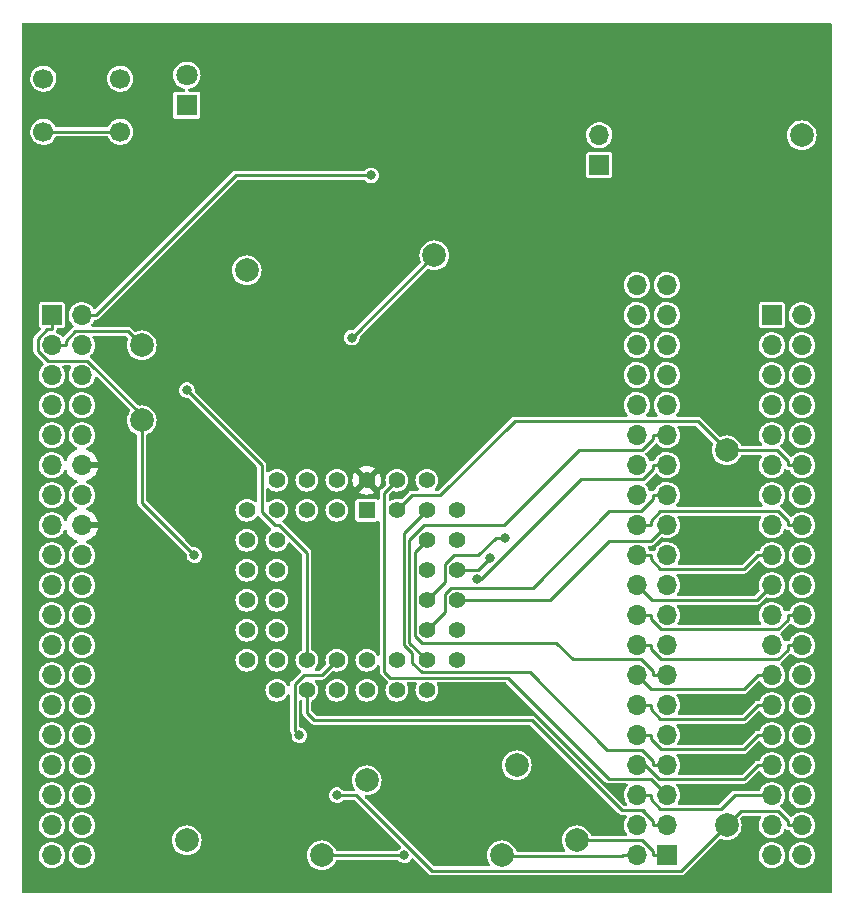
<source format=gbl>
%TF.GenerationSoftware,KiCad,Pcbnew,6.0.2+dfsg-1*%
%TF.CreationDate,2022-12-11T21:53:28+09:00*%
%TF.ProjectId,Akashi-11,416b6173-6869-42d3-9131-2e6b69636164,rev?*%
%TF.SameCoordinates,Original*%
%TF.FileFunction,Copper,L2,Bot*%
%TF.FilePolarity,Positive*%
%FSLAX46Y46*%
G04 Gerber Fmt 4.6, Leading zero omitted, Abs format (unit mm)*
G04 Created by KiCad (PCBNEW 6.0.2+dfsg-1) date 2022-12-11 21:53:28*
%MOMM*%
%LPD*%
G01*
G04 APERTURE LIST*
%TA.AperFunction,ComponentPad*%
%ADD10C,2.000000*%
%TD*%
%TA.AperFunction,ComponentPad*%
%ADD11R,1.700000X1.700000*%
%TD*%
%TA.AperFunction,ComponentPad*%
%ADD12O,1.700000X1.700000*%
%TD*%
%TA.AperFunction,ComponentPad*%
%ADD13R,1.800000X1.800000*%
%TD*%
%TA.AperFunction,ComponentPad*%
%ADD14C,1.800000*%
%TD*%
%TA.AperFunction,ComponentPad*%
%ADD15R,1.422400X1.422400*%
%TD*%
%TA.AperFunction,ComponentPad*%
%ADD16C,1.422400*%
%TD*%
%TA.AperFunction,ComponentPad*%
%ADD17C,1.700000*%
%TD*%
%TA.AperFunction,ViaPad*%
%ADD18C,0.800000*%
%TD*%
%TA.AperFunction,Conductor*%
%ADD19C,0.250000*%
%TD*%
G04 APERTURE END LIST*
D10*
%TO.P,TP10,1,1*%
%TO.N,/TIM1_CH1N*%
X158750000Y-99060000D03*
%TD*%
%TO.P,TP2,1,1*%
%TO.N,-2V5*%
X130810000Y-105410000D03*
%TD*%
%TO.P,TP9,1,1*%
%TO.N,/BLANK*%
X127000000Y-63500000D03*
%TD*%
%TO.P,TP13,1,1*%
%TO.N,/TIM1_CH1*%
X146050000Y-100330000D03*
%TD*%
%TO.P,TP12,1,1*%
%TO.N,/H2*%
X157480000Y-106680000D03*
%TD*%
%TO.P,TP7,1,1*%
%TO.N,Net-(C9-Pad1)*%
X151765000Y-55880000D03*
%TD*%
D11*
%TO.P,J1,1,Pin_1*%
%TO.N,/H1*%
X171455000Y-106675000D03*
D12*
%TO.P,J1,2,Pin_2*%
%TO.N,/H2*%
X168915000Y-106675000D03*
%TO.P,J1,3,Pin_3*%
%TO.N,/Seg_a*%
X171455000Y-104135000D03*
%TO.P,J1,4,Pin_4*%
%TO.N,unconnected-(J1-Pad4)*%
X168915000Y-104135000D03*
%TO.P,J1,5,Pin_5*%
%TO.N,/D8*%
X171455000Y-101595000D03*
%TO.P,J1,6,Pin_6*%
%TO.N,/KEY1*%
X168915000Y-101595000D03*
%TO.P,J1,7,Pin_7*%
%TO.N,/Seg_g*%
X171455000Y-99055000D03*
%TO.P,J1,8,Pin_8*%
%TO.N,/KEY2*%
X168915000Y-99055000D03*
%TO.P,J1,9,Pin_9*%
%TO.N,/D7*%
X171455000Y-96515000D03*
%TO.P,J1,10,Pin_10*%
%TO.N,/KEY3*%
X168915000Y-96515000D03*
%TO.P,J1,11,Pin_11*%
%TO.N,/Seg_f*%
X171455000Y-93975000D03*
%TO.P,J1,12,Pin_12*%
%TO.N,/KD8*%
X168915000Y-93975000D03*
%TO.P,J1,13,Pin_13*%
%TO.N,/D6*%
X171455000Y-91435000D03*
%TO.P,J1,14,Pin_14*%
%TO.N,/KD7*%
X168915000Y-91435000D03*
%TO.P,J1,15,Pin_15*%
%TO.N,/Seg_e*%
X171455000Y-88895000D03*
%TO.P,J1,16,Pin_16*%
%TO.N,/KD6*%
X168915000Y-88895000D03*
%TO.P,J1,17,Pin_17*%
%TO.N,/D5*%
X171455000Y-86355000D03*
%TO.P,J1,18,Pin_18*%
%TO.N,/KD5*%
X168915000Y-86355000D03*
%TO.P,J1,19,Pin_19*%
%TO.N,/D4*%
X171455000Y-83815000D03*
%TO.P,J1,20,Pin_20*%
%TO.N,/KD4*%
X168915000Y-83815000D03*
%TO.P,J1,21,Pin_21*%
%TO.N,/Seg_d*%
X171455000Y-81275000D03*
%TO.P,J1,22,Pin_22*%
%TO.N,/KD3*%
X168915000Y-81275000D03*
%TO.P,J1,23,Pin_23*%
%TO.N,/D3*%
X171455000Y-78735000D03*
%TO.P,J1,24,Pin_24*%
%TO.N,/KD2*%
X168915000Y-78735000D03*
%TO.P,J1,25,Pin_25*%
%TO.N,/DP*%
X171455000Y-76195000D03*
%TO.P,J1,26,Pin_26*%
%TO.N,/KD1*%
X168915000Y-76195000D03*
%TO.P,J1,27,Pin_27*%
%TO.N,/D2*%
X171455000Y-73655000D03*
%TO.P,J1,28,Pin_28*%
%TO.N,/KD0*%
X168915000Y-73655000D03*
%TO.P,J1,29,Pin_29*%
%TO.N,/Seg_c*%
X171455000Y-71115000D03*
%TO.P,J1,30,Pin_30*%
%TO.N,unconnected-(J1-Pad30)*%
X168915000Y-71115000D03*
%TO.P,J1,31,Pin_31*%
%TO.N,/D1*%
X171455000Y-68575000D03*
%TO.P,J1,32,Pin_32*%
%TO.N,unconnected-(J1-Pad32)*%
X168915000Y-68575000D03*
%TO.P,J1,33,Pin_33*%
%TO.N,/Seg_b*%
X171455000Y-66035000D03*
%TO.P,J1,34,Pin_34*%
%TO.N,unconnected-(J1-Pad34)*%
X168915000Y-66035000D03*
%TO.P,J1,35,Pin_35*%
%TO.N,/D0*%
X171455000Y-63495000D03*
%TO.P,J1,36,Pin_36*%
%TO.N,unconnected-(J1-Pad36)*%
X168915000Y-63495000D03*
%TO.P,J1,37,Pin_37*%
%TO.N,unconnected-(J1-Pad37)*%
X171455000Y-60955000D03*
%TO.P,J1,38,Pin_38*%
%TO.N,Net-(J1-Pad38)*%
X168915000Y-60955000D03*
%TO.P,J1,39,Pin_39*%
%TO.N,unconnected-(J1-Pad39)*%
X171455000Y-58415000D03*
%TO.P,J1,40,Pin_40*%
%TO.N,GND*%
X168915000Y-58415000D03*
%TD*%
D13*
%TO.P,D3,1,K*%
%TO.N,Net-(D3-Pad1)*%
X130810000Y-43180000D03*
D14*
%TO.P,D3,2,A*%
%TO.N,/STATUS*%
X130810000Y-40640000D03*
%TD*%
D10*
%TO.P,TP4,1,1*%
%TO.N,GND*%
X135890000Y-57150000D03*
%TD*%
%TO.P,TP5,1,1*%
%TO.N,/SPI1_SCK*%
X176530000Y-104140000D03*
%TD*%
D11*
%TO.P,JP3,1,A*%
%TO.N,Net-(J1-Pad38)*%
X165735000Y-48260000D03*
D12*
%TO.P,JP3,2,B*%
%TO.N,+BATT*%
X165735000Y-45720000D03*
%TD*%
D10*
%TO.P,TP3,1,1*%
%TO.N,Net-(C6-Pad1)*%
X182880000Y-45720000D03*
%TD*%
%TO.P,TP6,1,1*%
%TO.N,/SPI1_MOSI*%
X176530000Y-72390000D03*
%TD*%
D15*
%TO.P,U1,1,VBB*%
%TO.N,+24V*%
X146050000Y-77470000D03*
D16*
%TO.P,U1,2,DOUT*%
%TO.N,unconnected-(U1-Pad2)*%
X143510000Y-74930000D03*
%TO.P,U1,3,OUT31*%
%TO.N,unconnected-(U1-Pad3)*%
X143510000Y-77470000D03*
%TO.P,U1,4,OUT30*%
%TO.N,unconnected-(U1-Pad4)*%
X140970000Y-74930000D03*
%TO.P,U1,5,OUT29*%
%TO.N,unconnected-(U1-Pad5)*%
X140970000Y-77470000D03*
%TO.P,U1,6,NC*%
%TO.N,unconnected-(U1-Pad6)*%
X138430000Y-74930000D03*
%TO.P,U1,7,OUT28*%
%TO.N,unconnected-(U1-Pad7)*%
X135890000Y-77470000D03*
%TO.P,U1,8,OUT27*%
%TO.N,unconnected-(U1-Pad8)*%
X138430000Y-77470000D03*
%TO.P,U1,9,OUT26*%
%TO.N,unconnected-(U1-Pad9)*%
X135890000Y-80010000D03*
%TO.P,U1,10,OUT25*%
%TO.N,unconnected-(U1-Pad10)*%
X138430000Y-80010000D03*
%TO.P,U1,11,OUT24*%
%TO.N,unconnected-(U1-Pad11)*%
X135890000Y-82550000D03*
%TO.P,U1,12,OUT23*%
%TO.N,unconnected-(U1-Pad12)*%
X138430000Y-82550000D03*
%TO.P,U1,13,OUT22*%
%TO.N,unconnected-(U1-Pad13)*%
X135890000Y-85090000D03*
%TO.P,U1,14,OUT21*%
%TO.N,unconnected-(U1-Pad14)*%
X138430000Y-85090000D03*
%TO.P,U1,15,OUT20*%
%TO.N,unconnected-(U1-Pad15)*%
X135890000Y-87630000D03*
%TO.P,U1,16,OUT19*%
%TO.N,unconnected-(U1-Pad16)*%
X138430000Y-87630000D03*
%TO.P,U1,17,OUT18*%
%TO.N,unconnected-(U1-Pad17)*%
X135890000Y-90170000D03*
%TO.P,U1,18,VSS*%
%TO.N,-2V5*%
X138430000Y-92710000D03*
%TO.P,U1,19,OUT17*%
%TO.N,unconnected-(U1-Pad19)*%
X138430000Y-90170000D03*
%TO.P,U1,20,OUT16*%
%TO.N,/Seg_a*%
X140970000Y-92710000D03*
%TO.P,U1,21,BLANK*%
%TO.N,/BLANK*%
X140970000Y-90170000D03*
%TO.P,U1,22,GND*%
%TO.N,GND*%
X143510000Y-92710000D03*
%TO.P,U1,23,CLK*%
%TO.N,/SPI1_SCK*%
X143510000Y-90170000D03*
%TO.P,U1,24,LOAD*%
%TO.N,/LOAD*%
X146050000Y-92710000D03*
%TO.P,U1,25,OUT15*%
%TO.N,/D0*%
X146050000Y-90170000D03*
%TO.P,U1,26,OUT14*%
%TO.N,/Seg_b*%
X148590000Y-92710000D03*
%TO.P,U1,27,OUT13*%
%TO.N,/D1*%
X148590000Y-90170000D03*
%TO.P,U1,28,NC*%
%TO.N,unconnected-(U1-Pad28)*%
X151130000Y-92710000D03*
%TO.P,U1,29,NC*%
%TO.N,unconnected-(U1-Pad29)*%
X153670000Y-90170000D03*
%TO.P,U1,30,OUT12*%
%TO.N,/Seg_c*%
X151130000Y-90170000D03*
%TO.P,U1,31,OUT11*%
%TO.N,/D2*%
X153670000Y-87630000D03*
%TO.P,U1,32,OUT10*%
%TO.N,/DP*%
X151130000Y-87630000D03*
%TO.P,U1,33,OUT9*%
%TO.N,/D3*%
X153670000Y-85090000D03*
%TO.P,U1,34,OUT8*%
%TO.N,/Seg_d*%
X151130000Y-85090000D03*
%TO.P,U1,35,OUT7*%
%TO.N,/D4*%
X153670000Y-82550000D03*
%TO.P,U1,36,OUT6*%
%TO.N,/D5*%
X151130000Y-82550000D03*
%TO.P,U1,37,OUT5*%
%TO.N,/Seg_e*%
X153670000Y-80010000D03*
%TO.P,U1,38,OUT4*%
%TO.N,/D6*%
X151130000Y-80010000D03*
%TO.P,U1,39,OUT3*%
%TO.N,/Seg_f*%
X153670000Y-77470000D03*
%TO.P,U1,40,OUT2*%
%TO.N,/D7*%
X151130000Y-74930000D03*
%TO.P,U1,41,OUT1*%
%TO.N,/Seg_g*%
X151130000Y-77470000D03*
%TO.P,U1,42,OUT0*%
%TO.N,/D8*%
X148590000Y-74930000D03*
%TO.P,U1,43,DIN*%
%TO.N,/SPI1_MOSI*%
X148590000Y-77470000D03*
%TO.P,U1,44,VCC*%
%TO.N,+3V3*%
X146050000Y-74930000D03*
%TD*%
D10*
%TO.P,TP11,1,1*%
%TO.N,/H1*%
X163830000Y-105410000D03*
%TD*%
%TO.P,TP8,1,1*%
%TO.N,/LOAD*%
X127000000Y-69850000D03*
%TD*%
D17*
%TO.P,SW1,1,A*%
%TO.N,GND*%
X118670000Y-40930000D03*
%TO.P,SW1,2,A*%
X125170000Y-40930000D03*
%TO.P,SW1,3,B*%
%TO.N,Net-(CN7-Pad14)*%
X118670000Y-45430000D03*
%TO.P,SW1,4,B*%
X125170000Y-45430000D03*
%TD*%
D10*
%TO.P,TP1,1,1*%
%TO.N,/TIM2_CH1*%
X142240000Y-106680000D03*
%TD*%
D11*
%TO.P,CN10,1,Pin_1*%
%TO.N,unconnected-(CN10-Pad1)*%
X180340000Y-60960000D03*
D12*
%TO.P,CN10,2,Pin_2*%
%TO.N,unconnected-(CN10-Pad2)*%
X182880000Y-60960000D03*
%TO.P,CN10,3,Pin_3*%
%TO.N,unconnected-(CN10-Pad3)*%
X180340000Y-63500000D03*
%TO.P,CN10,4,Pin_4*%
%TO.N,unconnected-(CN10-Pad4)*%
X182880000Y-63500000D03*
%TO.P,CN10,5,Pin_5*%
%TO.N,unconnected-(CN10-Pad5)*%
X180340000Y-66040000D03*
%TO.P,CN10,6,Pin_6*%
%TO.N,unconnected-(CN10-Pad6)*%
X182880000Y-66040000D03*
%TO.P,CN10,7,Pin_7*%
%TO.N,unconnected-(CN10-Pad7)*%
X180340000Y-68580000D03*
%TO.P,CN10,8,Pin_8*%
%TO.N,unconnected-(CN10-Pad8)*%
X182880000Y-68580000D03*
%TO.P,CN10,9,Pin_9*%
%TO.N,GND*%
X180340000Y-71120000D03*
%TO.P,CN10,10,Pin_10*%
%TO.N,unconnected-(CN10-Pad10)*%
X182880000Y-71120000D03*
%TO.P,CN10,11,Pin_11*%
%TO.N,/KD0*%
X180340000Y-73660000D03*
%TO.P,CN10,12,Pin_12*%
%TO.N,/SPI1_MOSI*%
X182880000Y-73660000D03*
%TO.P,CN10,13,Pin_13*%
%TO.N,/KD1*%
X180340000Y-76200000D03*
%TO.P,CN10,14,Pin_14*%
%TO.N,unconnected-(CN10-Pad14)*%
X182880000Y-76200000D03*
%TO.P,CN10,15,Pin_15*%
%TO.N,/TIM1_CH1N*%
X180340000Y-78740000D03*
%TO.P,CN10,16,Pin_16*%
%TO.N,/KD2*%
X182880000Y-78740000D03*
%TO.P,CN10,17,Pin_17*%
%TO.N,/KD3*%
X180340000Y-81280000D03*
%TO.P,CN10,18,Pin_18*%
%TO.N,unconnected-(CN10-Pad18)*%
X182880000Y-81280000D03*
%TO.P,CN10,19,Pin_19*%
%TO.N,/KD4*%
X180340000Y-83820000D03*
%TO.P,CN10,20,Pin_20*%
%TO.N,GND*%
X182880000Y-83820000D03*
%TO.P,CN10,21,Pin_21*%
%TO.N,/TIM2_CH1*%
X180340000Y-86360000D03*
%TO.P,CN10,22,Pin_22*%
%TO.N,/KD5*%
X182880000Y-86360000D03*
%TO.P,CN10,23,Pin_23*%
%TO.N,/TIM1_CH1*%
X180340000Y-88900000D03*
%TO.P,CN10,24,Pin_24*%
%TO.N,/KD6*%
X182880000Y-88900000D03*
%TO.P,CN10,25,Pin_25*%
%TO.N,/KD7*%
X180340000Y-91440000D03*
%TO.P,CN10,26,Pin_26*%
%TO.N,unconnected-(CN10-Pad26)*%
X182880000Y-91440000D03*
%TO.P,CN10,27,Pin_27*%
%TO.N,/KD8*%
X180340000Y-93980000D03*
%TO.P,CN10,28,Pin_28*%
%TO.N,unconnected-(CN10-Pad28)*%
X182880000Y-93980000D03*
%TO.P,CN10,29,Pin_29*%
%TO.N,/KEY3*%
X180340000Y-96520000D03*
%TO.P,CN10,30,Pin_30*%
%TO.N,unconnected-(CN10-Pad30)*%
X182880000Y-96520000D03*
%TO.P,CN10,31,Pin_31*%
%TO.N,/KEY2*%
X180340000Y-99060000D03*
%TO.P,CN10,32,Pin_32*%
%TO.N,GND*%
X182880000Y-99060000D03*
%TO.P,CN10,33,Pin_33*%
%TO.N,/KEY1*%
X180340000Y-101600000D03*
%TO.P,CN10,34,Pin_34*%
%TO.N,unconnected-(CN10-Pad34)*%
X182880000Y-101600000D03*
%TO.P,CN10,35,Pin_35*%
%TO.N,unconnected-(CN10-Pad35)*%
X180340000Y-104140000D03*
%TO.P,CN10,36,Pin_36*%
%TO.N,/SPI1_SCK*%
X182880000Y-104140000D03*
%TO.P,CN10,37,Pin_37*%
%TO.N,unconnected-(CN10-Pad37)*%
X180340000Y-106680000D03*
%TO.P,CN10,38,Pin_38*%
%TO.N,unconnected-(CN10-Pad38)*%
X182880000Y-106680000D03*
%TD*%
D11*
%TO.P,CN7,1,Pin_1*%
%TO.N,/LOAD*%
X119380000Y-60960000D03*
D12*
%TO.P,CN7,2,Pin_2*%
%TO.N,/EN24*%
X121920000Y-60960000D03*
%TO.P,CN7,3,Pin_3*%
%TO.N,/BLANK*%
X119380000Y-63500000D03*
%TO.P,CN7,4,Pin_4*%
%TO.N,/STATUS*%
X121920000Y-63500000D03*
%TO.P,CN7,5,Pin_5*%
%TO.N,unconnected-(CN7-Pad5)*%
X119380000Y-66040000D03*
%TO.P,CN7,6,Pin_6*%
%TO.N,unconnected-(CN7-Pad6)*%
X121920000Y-66040000D03*
%TO.P,CN7,7,Pin_7*%
%TO.N,unconnected-(CN7-Pad7)*%
X119380000Y-68580000D03*
%TO.P,CN7,8,Pin_8*%
%TO.N,GND*%
X121920000Y-68580000D03*
%TO.P,CN7,9,Pin_9*%
%TO.N,unconnected-(CN7-Pad9)*%
X119380000Y-71120000D03*
%TO.P,CN7,10,Pin_10*%
%TO.N,unconnected-(CN7-Pad10)*%
X121920000Y-71120000D03*
%TO.P,CN7,11,Pin_11*%
%TO.N,unconnected-(CN7-Pad11)*%
X119380000Y-73660000D03*
%TO.P,CN7,12,Pin_12*%
%TO.N,+3V3*%
X121920000Y-73660000D03*
%TO.P,CN7,13,Pin_13*%
%TO.N,unconnected-(CN7-Pad13)*%
X119380000Y-76200000D03*
%TO.P,CN7,14,Pin_14*%
%TO.N,Net-(CN7-Pad14)*%
X121920000Y-76200000D03*
%TO.P,CN7,15,Pin_15*%
%TO.N,unconnected-(CN7-Pad15)*%
X119380000Y-78740000D03*
%TO.P,CN7,16,Pin_16*%
%TO.N,+3V3*%
X121920000Y-78740000D03*
%TO.P,CN7,17,Pin_17*%
%TO.N,unconnected-(CN7-Pad17)*%
X119380000Y-81280000D03*
%TO.P,CN7,18,Pin_18*%
%TO.N,unconnected-(CN7-Pad18)*%
X121920000Y-81280000D03*
%TO.P,CN7,19,Pin_19*%
%TO.N,GND*%
X119380000Y-83820000D03*
%TO.P,CN7,20,Pin_20*%
X121920000Y-83820000D03*
%TO.P,CN7,21,Pin_21*%
%TO.N,unconnected-(CN7-Pad21)*%
X119380000Y-86360000D03*
%TO.P,CN7,22,Pin_22*%
%TO.N,GND*%
X121920000Y-86360000D03*
%TO.P,CN7,23,Pin_23*%
%TO.N,unconnected-(CN7-Pad23)*%
X119380000Y-88900000D03*
%TO.P,CN7,24,Pin_24*%
%TO.N,unconnected-(CN7-Pad24)*%
X121920000Y-88900000D03*
%TO.P,CN7,25,Pin_25*%
%TO.N,unconnected-(CN7-Pad25)*%
X119380000Y-91440000D03*
%TO.P,CN7,26,Pin_26*%
%TO.N,unconnected-(CN7-Pad26)*%
X121920000Y-91440000D03*
%TO.P,CN7,27,Pin_27*%
%TO.N,unconnected-(CN7-Pad27)*%
X119380000Y-93980000D03*
%TO.P,CN7,28,Pin_28*%
%TO.N,unconnected-(CN7-Pad28)*%
X121920000Y-93980000D03*
%TO.P,CN7,29,Pin_29*%
%TO.N,unconnected-(CN7-Pad29)*%
X119380000Y-96520000D03*
%TO.P,CN7,30,Pin_30*%
%TO.N,unconnected-(CN7-Pad30)*%
X121920000Y-96520000D03*
%TO.P,CN7,31,Pin_31*%
%TO.N,unconnected-(CN7-Pad31)*%
X119380000Y-99060000D03*
%TO.P,CN7,32,Pin_32*%
%TO.N,unconnected-(CN7-Pad32)*%
X121920000Y-99060000D03*
%TO.P,CN7,33,Pin_33*%
%TO.N,unconnected-(CN7-Pad33)*%
X119380000Y-101600000D03*
%TO.P,CN7,34,Pin_34*%
%TO.N,unconnected-(CN7-Pad34)*%
X121920000Y-101600000D03*
%TO.P,CN7,35,Pin_35*%
%TO.N,unconnected-(CN7-Pad35)*%
X119380000Y-104140000D03*
%TO.P,CN7,36,Pin_36*%
%TO.N,unconnected-(CN7-Pad36)*%
X121920000Y-104140000D03*
%TO.P,CN7,37,Pin_37*%
%TO.N,unconnected-(CN7-Pad37)*%
X119380000Y-106680000D03*
%TO.P,CN7,38,Pin_38*%
%TO.N,unconnected-(CN7-Pad38)*%
X121920000Y-106680000D03*
%TD*%
D18*
%TO.N,/EN24*%
X146412500Y-49122300D03*
%TO.N,+3V3*%
X146266100Y-68427700D03*
X156583100Y-103631100D03*
X172534700Y-53252600D03*
X152016700Y-103900600D03*
%TO.N,/LOAD*%
X131445000Y-81280000D03*
%TO.N,/BLANK*%
X130810000Y-67310000D03*
%TO.N,/D2*%
X155403600Y-83308900D03*
%TO.N,/D4*%
X156520900Y-81486600D03*
%TO.N,/TIM2_CH1*%
X149225000Y-106680000D03*
%TO.N,/SPI1_SCK*%
X140335000Y-96520000D03*
X143510000Y-101600000D03*
%TO.N,/Seg_d*%
X157754200Y-79819200D03*
%TO.N,Net-(C9-Pad1)*%
X144780000Y-62865000D03*
%TD*%
D19*
%TO.N,/EN24*%
X123095100Y-60960000D02*
X134932800Y-49122300D01*
X134932800Y-49122300D02*
X146412500Y-49122300D01*
X121920000Y-60960000D02*
X123095100Y-60960000D01*
%TO.N,/LOAD*%
X119024500Y-64825200D02*
X122395200Y-64825200D01*
X119012800Y-62135100D02*
X118204500Y-62943400D01*
X127000000Y-69430000D02*
X127000000Y-69850000D01*
X118204500Y-64005200D02*
X119024500Y-64825200D01*
X127000000Y-76835000D02*
X127000000Y-69850000D01*
X122395200Y-64825200D02*
X127000000Y-69430000D01*
X119380000Y-62135100D02*
X119012800Y-62135100D01*
X131445000Y-81280000D02*
X127000000Y-76835000D01*
X119380000Y-60960000D02*
X119380000Y-62135100D01*
X118204500Y-62943400D02*
X118204500Y-64005200D01*
%TO.N,/BLANK*%
X140970000Y-90170000D02*
X140970000Y-81085282D01*
X120555100Y-63132800D02*
X121372800Y-62315100D01*
X137160000Y-73660000D02*
X130810000Y-67310000D01*
X138235282Y-78740000D02*
X137160000Y-77664718D01*
X120555100Y-63500000D02*
X120555100Y-63132800D01*
X137160000Y-77664718D02*
X137160000Y-73660000D01*
X140970000Y-81085282D02*
X138624718Y-78740000D01*
X119380000Y-63500000D02*
X120555100Y-63500000D01*
X138624718Y-78740000D02*
X138235282Y-78740000D01*
X125815100Y-62315100D02*
X127000000Y-63500000D01*
X121372800Y-62315100D02*
X125815100Y-62315100D01*
%TO.N,Net-(CN7-Pad14)*%
X125170000Y-45430000D02*
X118670000Y-45430000D01*
%TO.N,/SPI1_MOSI*%
X180802100Y-72390000D02*
X176530000Y-72390000D01*
X181704900Y-73292800D02*
X180802100Y-72390000D01*
X149860000Y-76200000D02*
X148590000Y-77470000D01*
X176530000Y-72390000D02*
X174063900Y-69923900D01*
X152282300Y-76200000D02*
X149860000Y-76200000D01*
X174063900Y-69923900D02*
X158558400Y-69923900D01*
X181704900Y-73660000D02*
X181704900Y-73292800D01*
X182880000Y-73660000D02*
X181704900Y-73660000D01*
X158558400Y-69923900D02*
X152282300Y-76200000D01*
%TO.N,/D2*%
X155403600Y-83308900D02*
X155724000Y-83308900D01*
X170279900Y-74022300D02*
X170279900Y-73655000D01*
X169472100Y-74830100D02*
X170279900Y-74022300D01*
X171455000Y-73655000D02*
X170279900Y-73655000D01*
X164202800Y-74830100D02*
X169472100Y-74830100D01*
X155724000Y-83308900D02*
X164202800Y-74830100D01*
%TO.N,/D3*%
X153670000Y-85090000D02*
X161548000Y-85090000D01*
X166538200Y-80099800D02*
X170090200Y-80099800D01*
X170090200Y-80099800D02*
X171455000Y-78735000D01*
X161548000Y-85090000D02*
X166538200Y-80099800D01*
%TO.N,/D4*%
X153670000Y-82550000D02*
X155457500Y-82550000D01*
X155457500Y-82550000D02*
X156520900Y-81486600D01*
%TO.N,/TIM2_CH1*%
X149225000Y-106680000D02*
X142240000Y-106680000D01*
%TO.N,/D6*%
X169280300Y-90070200D02*
X163472700Y-90070200D01*
X162086800Y-88684300D02*
X150690200Y-88684300D01*
X150091600Y-81048400D02*
X151130000Y-80010000D01*
X150690200Y-88684300D02*
X150091600Y-88085700D01*
X163472700Y-90070200D02*
X162086800Y-88684300D01*
X170279900Y-91069800D02*
X169280300Y-90070200D01*
X150091600Y-88085700D02*
X150091600Y-81048400D01*
X170279900Y-91435000D02*
X170279900Y-91069800D01*
X171455000Y-91435000D02*
X170279900Y-91435000D01*
%TO.N,/D8*%
X147522100Y-91134100D02*
X147522100Y-75997900D01*
X171455000Y-101595000D02*
X170090200Y-100230200D01*
X148046600Y-91658600D02*
X147522100Y-91134100D01*
X166554200Y-100230200D02*
X157982600Y-91658600D01*
X157982600Y-91658600D02*
X148046600Y-91658600D01*
X147522100Y-75997900D02*
X148590000Y-74930000D01*
X170090200Y-100230200D02*
X166554200Y-100230200D01*
%TO.N,/KEY3*%
X168915000Y-96515000D02*
X170090100Y-96515000D01*
X170938500Y-97728700D02*
X170090100Y-96880300D01*
X180340000Y-96520000D02*
X179164900Y-96520000D01*
X179164900Y-96520000D02*
X177956200Y-97728700D01*
X170090100Y-96880300D02*
X170090100Y-96515000D01*
X177956200Y-97728700D02*
X170938500Y-97728700D01*
%TO.N,/KEY2*%
X180340000Y-99060000D02*
X179164900Y-99060000D01*
X170818800Y-100230600D02*
X169643200Y-99055000D01*
X169643200Y-99055000D02*
X168915000Y-99055000D01*
X177994300Y-100230600D02*
X170818800Y-100230600D01*
X179164900Y-99060000D02*
X177994300Y-100230600D01*
%TO.N,/KEY1*%
X176010000Y-102785900D02*
X170915700Y-102785900D01*
X170915700Y-102785900D02*
X170090100Y-101960300D01*
X168915000Y-101595000D02*
X170090100Y-101595000D01*
X180340000Y-101600000D02*
X177195900Y-101600000D01*
X170090100Y-101960300D02*
X170090100Y-101595000D01*
X177195900Y-101600000D02*
X176010000Y-102785900D01*
%TO.N,/SPI1_SCK*%
X172658600Y-108011400D02*
X176530000Y-104140000D01*
X182880000Y-104140000D02*
X181704900Y-104140000D01*
X139933600Y-96118600D02*
X140335000Y-96520000D01*
X139933600Y-92226000D02*
X139933600Y-96118600D01*
X143510000Y-101600000D02*
X145169614Y-101600000D01*
X181704900Y-103772800D02*
X180881500Y-102949400D01*
X180881500Y-102949400D02*
X177720600Y-102949400D01*
X177720600Y-102949400D02*
X176530000Y-104140000D01*
X139933600Y-92226000D02*
X140719600Y-91440000D01*
X142240000Y-91440000D02*
X143510000Y-90170000D01*
X181704900Y-104140000D02*
X181704900Y-103772800D01*
X151581014Y-108011400D02*
X172658600Y-108011400D01*
X145169614Y-101600000D02*
X151581014Y-108011400D01*
X140719600Y-91440000D02*
X142240000Y-91440000D01*
%TO.N,/H1*%
X171455000Y-106675000D02*
X170279900Y-106675000D01*
X170279900Y-106307800D02*
X170279900Y-106675000D01*
X169382100Y-105410000D02*
X170279900Y-106307800D01*
X163830000Y-105410000D02*
X169382100Y-105410000D01*
%TO.N,/H2*%
X168915000Y-106675000D02*
X167739900Y-106675000D01*
X157480000Y-106680000D02*
X157558000Y-106758000D01*
X167656900Y-106758000D02*
X167739900Y-106675000D01*
X157558000Y-106758000D02*
X167656900Y-106758000D01*
%TO.N,/Seg_a*%
X167640000Y-102870000D02*
X169545000Y-102870000D01*
X140970000Y-92710000D02*
X140970000Y-94615000D01*
X169375100Y-102865000D02*
X170279900Y-103769800D01*
X171455000Y-104135000D02*
X170279900Y-104135000D01*
X141605000Y-95250000D02*
X160020000Y-95250000D01*
X140970000Y-94615000D02*
X141605000Y-95250000D01*
X170279900Y-103769800D02*
X170279900Y-104135000D01*
X160020000Y-95250000D02*
X167640000Y-102870000D01*
%TO.N,/Seg_g*%
X171455000Y-99055000D02*
X170279900Y-99055000D01*
X149860000Y-89536700D02*
X149860000Y-90371600D01*
X149183700Y-79416300D02*
X149183700Y-88860400D01*
X169323200Y-97785000D02*
X170279900Y-98741700D01*
X149860000Y-90371600D02*
X150694700Y-91206300D01*
X149183700Y-88860400D02*
X149860000Y-89536700D01*
X151130000Y-77470000D02*
X149183700Y-79416300D01*
X159830500Y-91206300D02*
X166409200Y-97785000D01*
X150694700Y-91206300D02*
X159830500Y-91206300D01*
X170279900Y-98741700D02*
X170279900Y-99055000D01*
X166409200Y-97785000D02*
X169323200Y-97785000D01*
%TO.N,/Seg_d*%
X156963100Y-79819200D02*
X157754200Y-79819200D01*
X153419600Y-81280000D02*
X155502300Y-81280000D01*
X152633600Y-83586400D02*
X152633600Y-82066000D01*
X155502300Y-81280000D02*
X156963100Y-79819200D01*
X151130000Y-85090000D02*
X152633600Y-83586400D01*
X152633600Y-82066000D02*
X153419600Y-81280000D01*
%TO.N,/DP*%
X152633600Y-86126400D02*
X152633600Y-84606000D01*
X169280300Y-77559800D02*
X170279900Y-76560200D01*
X152633600Y-84606000D02*
X153205400Y-84034200D01*
X151130000Y-87630000D02*
X152633600Y-86126400D01*
X166590000Y-77559800D02*
X169280300Y-77559800D01*
X170279900Y-76560200D02*
X170279900Y-76195000D01*
X160115600Y-84034200D02*
X166590000Y-77559800D01*
X153205400Y-84034200D02*
X160115600Y-84034200D01*
X171455000Y-76195000D02*
X170279900Y-76195000D01*
%TO.N,/Seg_c*%
X149633900Y-80027100D02*
X150921000Y-78740000D01*
X149633900Y-88673900D02*
X149633900Y-80027100D01*
X151130000Y-90170000D02*
X149633900Y-88673900D01*
X150921000Y-78740000D02*
X157631500Y-78740000D01*
X171455000Y-71115000D02*
X170279900Y-71115000D01*
X163986500Y-72385000D02*
X169375100Y-72385000D01*
X169375100Y-72385000D02*
X170279900Y-71480200D01*
X157631500Y-78740000D02*
X163986500Y-72385000D01*
X170279900Y-71480200D02*
X170279900Y-71115000D01*
%TO.N,/KD2*%
X181704900Y-78740000D02*
X181704900Y-78372800D01*
X170090100Y-78369700D02*
X170090100Y-78735000D01*
X180876500Y-77544400D02*
X170915400Y-77544400D01*
X168915000Y-78735000D02*
X170090100Y-78735000D01*
X170915400Y-77544400D02*
X170090100Y-78369700D01*
X182880000Y-78740000D02*
X181704900Y-78740000D01*
X181704900Y-78372800D02*
X180876500Y-77544400D01*
%TO.N,/KD3*%
X170915700Y-82465900D02*
X170090100Y-81640300D01*
X180340000Y-81280000D02*
X179164900Y-81280000D01*
X170090100Y-81640300D02*
X170090100Y-81275000D01*
X177979000Y-82465900D02*
X170915700Y-82465900D01*
X168915000Y-81275000D02*
X170090100Y-81275000D01*
X179164900Y-81280000D02*
X177979000Y-82465900D01*
%TO.N,/KD4*%
X170190000Y-85090000D02*
X168915000Y-83815000D01*
X180340000Y-83820000D02*
X179070000Y-85090000D01*
X179070000Y-85090000D02*
X170190000Y-85090000D01*
%TO.N,/KD5*%
X168915000Y-86355000D02*
X170090100Y-86355000D01*
X180875500Y-87556600D02*
X170926400Y-87556600D01*
X170090100Y-86720300D02*
X170090100Y-86355000D01*
X170926400Y-87556600D02*
X170090100Y-86720300D01*
X181704900Y-86360000D02*
X181704900Y-86727200D01*
X181704900Y-86727200D02*
X180875500Y-87556600D01*
X182880000Y-86360000D02*
X181704900Y-86360000D01*
%TO.N,/KD6*%
X170926900Y-90097100D02*
X170090100Y-89260300D01*
X181704900Y-88900000D02*
X181704900Y-89267200D01*
X170090100Y-89260300D02*
X170090100Y-88895000D01*
X168915000Y-88895000D02*
X170090100Y-88895000D01*
X182880000Y-88900000D02*
X181704900Y-88900000D01*
X181704900Y-89267200D02*
X180875000Y-90097100D01*
X180875000Y-90097100D02*
X170926900Y-90097100D01*
%TO.N,/KD7*%
X177961000Y-92643900D02*
X170123900Y-92643900D01*
X179164900Y-91440000D02*
X177961000Y-92643900D01*
X180340000Y-91440000D02*
X179164900Y-91440000D01*
X170123900Y-92643900D02*
X168915000Y-91435000D01*
%TO.N,/KD8*%
X177979000Y-95165900D02*
X170915700Y-95165900D01*
X180340000Y-93980000D02*
X179164900Y-93980000D01*
X170915700Y-95165900D02*
X170090100Y-94340300D01*
X168915000Y-93975000D02*
X170090100Y-93975000D01*
X179164900Y-93980000D02*
X177979000Y-95165900D01*
X170090100Y-94340300D02*
X170090100Y-93975000D01*
%TO.N,Net-(C9-Pad1)*%
X151765000Y-55880000D02*
X144780000Y-62865000D01*
%TD*%
%TA.AperFunction,Conductor*%
%TO.N,+3V3*%
G36*
X185362121Y-36215002D02*
G01*
X185408614Y-36268658D01*
X185420000Y-36321000D01*
X185420000Y-109729000D01*
X185399998Y-109797121D01*
X185346342Y-109843614D01*
X185294000Y-109855000D01*
X116966000Y-109855000D01*
X116897879Y-109834998D01*
X116851386Y-109781342D01*
X116840000Y-109729000D01*
X116840000Y-106650964D01*
X118271148Y-106650964D01*
X118284424Y-106853522D01*
X118285845Y-106859118D01*
X118285846Y-106859123D01*
X118328357Y-107026507D01*
X118334392Y-107050269D01*
X118336809Y-107055512D01*
X118371703Y-107131204D01*
X118419377Y-107234616D01*
X118422710Y-107239332D01*
X118529664Y-107390669D01*
X118536533Y-107400389D01*
X118681938Y-107542035D01*
X118850720Y-107654812D01*
X118856023Y-107657090D01*
X118856026Y-107657092D01*
X118944707Y-107695192D01*
X119037228Y-107734942D01*
X119110244Y-107751464D01*
X119229579Y-107778467D01*
X119229584Y-107778468D01*
X119235216Y-107779742D01*
X119240987Y-107779969D01*
X119240989Y-107779969D01*
X119300756Y-107782317D01*
X119438053Y-107787712D01*
X119540175Y-107772905D01*
X119633231Y-107759413D01*
X119633236Y-107759412D01*
X119638945Y-107758584D01*
X119644409Y-107756729D01*
X119644414Y-107756728D01*
X119825693Y-107695192D01*
X119825698Y-107695190D01*
X119831165Y-107693334D01*
X120008276Y-107594147D01*
X120037594Y-107569764D01*
X120159913Y-107468031D01*
X120164345Y-107464345D01*
X120221463Y-107395669D01*
X120290453Y-107312718D01*
X120290455Y-107312715D01*
X120294147Y-107308276D01*
X120378885Y-107156965D01*
X120390510Y-107136208D01*
X120390511Y-107136206D01*
X120393334Y-107131165D01*
X120395190Y-107125698D01*
X120395192Y-107125693D01*
X120456728Y-106944414D01*
X120456729Y-106944409D01*
X120458584Y-106938945D01*
X120459412Y-106933236D01*
X120459413Y-106933231D01*
X120487179Y-106741727D01*
X120487712Y-106738053D01*
X120489232Y-106680000D01*
X120486564Y-106650964D01*
X120811148Y-106650964D01*
X120824424Y-106853522D01*
X120825845Y-106859118D01*
X120825846Y-106859123D01*
X120868357Y-107026507D01*
X120874392Y-107050269D01*
X120876809Y-107055512D01*
X120911703Y-107131204D01*
X120959377Y-107234616D01*
X120962710Y-107239332D01*
X121069664Y-107390669D01*
X121076533Y-107400389D01*
X121221938Y-107542035D01*
X121390720Y-107654812D01*
X121396023Y-107657090D01*
X121396026Y-107657092D01*
X121484707Y-107695192D01*
X121577228Y-107734942D01*
X121650244Y-107751464D01*
X121769579Y-107778467D01*
X121769584Y-107778468D01*
X121775216Y-107779742D01*
X121780987Y-107779969D01*
X121780989Y-107779969D01*
X121840756Y-107782317D01*
X121978053Y-107787712D01*
X122080175Y-107772905D01*
X122173231Y-107759413D01*
X122173236Y-107759412D01*
X122178945Y-107758584D01*
X122184409Y-107756729D01*
X122184414Y-107756728D01*
X122365693Y-107695192D01*
X122365698Y-107695190D01*
X122371165Y-107693334D01*
X122548276Y-107594147D01*
X122577594Y-107569764D01*
X122699913Y-107468031D01*
X122704345Y-107464345D01*
X122761463Y-107395669D01*
X122830453Y-107312718D01*
X122830455Y-107312715D01*
X122834147Y-107308276D01*
X122918885Y-107156965D01*
X122930510Y-107136208D01*
X122930511Y-107136206D01*
X122933334Y-107131165D01*
X122935190Y-107125698D01*
X122935192Y-107125693D01*
X122996728Y-106944414D01*
X122996729Y-106944409D01*
X122998584Y-106938945D01*
X122999412Y-106933236D01*
X122999413Y-106933231D01*
X123027179Y-106741727D01*
X123027712Y-106738053D01*
X123029232Y-106680000D01*
X123017797Y-106555551D01*
X123011187Y-106483613D01*
X123011186Y-106483610D01*
X123010658Y-106477859D01*
X123004498Y-106456016D01*
X122957125Y-106288046D01*
X122957124Y-106288044D01*
X122955557Y-106282487D01*
X122944978Y-106261033D01*
X122868331Y-106105609D01*
X122865776Y-106100428D01*
X122744320Y-105937779D01*
X122595258Y-105799987D01*
X122590375Y-105796906D01*
X122590371Y-105796903D01*
X122428464Y-105694748D01*
X122423581Y-105691667D01*
X122235039Y-105616446D01*
X122229379Y-105615320D01*
X122229375Y-105615319D01*
X122041613Y-105577971D01*
X122041610Y-105577971D01*
X122035946Y-105576844D01*
X122030171Y-105576768D01*
X122030167Y-105576768D01*
X121928793Y-105575441D01*
X121832971Y-105574187D01*
X121827274Y-105575166D01*
X121827273Y-105575166D01*
X121728369Y-105592161D01*
X121632910Y-105608564D01*
X121442463Y-105678824D01*
X121268010Y-105782612D01*
X121263670Y-105786418D01*
X121263666Y-105786421D01*
X121127178Y-105906119D01*
X121115392Y-105916455D01*
X120989720Y-106075869D01*
X120987031Y-106080980D01*
X120987029Y-106080983D01*
X120974073Y-106105609D01*
X120895203Y-106255515D01*
X120835007Y-106449378D01*
X120811148Y-106650964D01*
X120486564Y-106650964D01*
X120477797Y-106555551D01*
X120471187Y-106483613D01*
X120471186Y-106483610D01*
X120470658Y-106477859D01*
X120464498Y-106456016D01*
X120417125Y-106288046D01*
X120417124Y-106288044D01*
X120415557Y-106282487D01*
X120404978Y-106261033D01*
X120328331Y-106105609D01*
X120325776Y-106100428D01*
X120204320Y-105937779D01*
X120055258Y-105799987D01*
X120050375Y-105796906D01*
X120050371Y-105796903D01*
X119888464Y-105694748D01*
X119883581Y-105691667D01*
X119695039Y-105616446D01*
X119689379Y-105615320D01*
X119689375Y-105615319D01*
X119501613Y-105577971D01*
X119501610Y-105577971D01*
X119495946Y-105576844D01*
X119490171Y-105576768D01*
X119490167Y-105576768D01*
X119388793Y-105575441D01*
X119292971Y-105574187D01*
X119287274Y-105575166D01*
X119287273Y-105575166D01*
X119188369Y-105592161D01*
X119092910Y-105608564D01*
X118902463Y-105678824D01*
X118728010Y-105782612D01*
X118723670Y-105786418D01*
X118723666Y-105786421D01*
X118587178Y-105906119D01*
X118575392Y-105916455D01*
X118449720Y-106075869D01*
X118447031Y-106080980D01*
X118447029Y-106080983D01*
X118434073Y-106105609D01*
X118355203Y-106255515D01*
X118295007Y-106449378D01*
X118271148Y-106650964D01*
X116840000Y-106650964D01*
X116840000Y-105410000D01*
X129550708Y-105410000D01*
X129569839Y-105628674D01*
X129626653Y-105840703D01*
X129664092Y-105920991D01*
X129717095Y-106034659D01*
X129717098Y-106034664D01*
X129719421Y-106039646D01*
X129722577Y-106044153D01*
X129722578Y-106044155D01*
X129785979Y-106134700D01*
X129845326Y-106219457D01*
X130000543Y-106374674D01*
X130005051Y-106377831D01*
X130005054Y-106377833D01*
X130139966Y-106472299D01*
X130180354Y-106500579D01*
X130185336Y-106502902D01*
X130185341Y-106502905D01*
X130286116Y-106549896D01*
X130379297Y-106593347D01*
X130591326Y-106650161D01*
X130810000Y-106669292D01*
X131028674Y-106650161D01*
X131240703Y-106593347D01*
X131333884Y-106549896D01*
X131434659Y-106502905D01*
X131434664Y-106502902D01*
X131439646Y-106500579D01*
X131480034Y-106472299D01*
X131614946Y-106377833D01*
X131614949Y-106377831D01*
X131619457Y-106374674D01*
X131774674Y-106219457D01*
X131834022Y-106134700D01*
X131897422Y-106044155D01*
X131897423Y-106044153D01*
X131900579Y-106039646D01*
X131902902Y-106034664D01*
X131902905Y-106034659D01*
X131955908Y-105920991D01*
X131993347Y-105840703D01*
X132050161Y-105628674D01*
X132069292Y-105410000D01*
X132050161Y-105191326D01*
X131993347Y-104979297D01*
X131924559Y-104831780D01*
X131902905Y-104785341D01*
X131902902Y-104785336D01*
X131900579Y-104780354D01*
X131897422Y-104775845D01*
X131777833Y-104605054D01*
X131777831Y-104605051D01*
X131774674Y-104600543D01*
X131619457Y-104445326D01*
X131614949Y-104442169D01*
X131614946Y-104442167D01*
X131444155Y-104322578D01*
X131444153Y-104322577D01*
X131439646Y-104319421D01*
X131434664Y-104317098D01*
X131434659Y-104317095D01*
X131333884Y-104270104D01*
X131240703Y-104226653D01*
X131028674Y-104169839D01*
X130810000Y-104150708D01*
X130591326Y-104169839D01*
X130379297Y-104226653D01*
X130286116Y-104270104D01*
X130185341Y-104317095D01*
X130185336Y-104317098D01*
X130180354Y-104319421D01*
X130175847Y-104322577D01*
X130175845Y-104322578D01*
X130005054Y-104442167D01*
X130005051Y-104442169D01*
X130000543Y-104445326D01*
X129845326Y-104600543D01*
X129842169Y-104605051D01*
X129842167Y-104605054D01*
X129722578Y-104775845D01*
X129719421Y-104780354D01*
X129717098Y-104785336D01*
X129717095Y-104785341D01*
X129695441Y-104831780D01*
X129626653Y-104979297D01*
X129569839Y-105191326D01*
X129550708Y-105410000D01*
X116840000Y-105410000D01*
X116840000Y-104110964D01*
X118271148Y-104110964D01*
X118284424Y-104313522D01*
X118285845Y-104319118D01*
X118285846Y-104319123D01*
X118331701Y-104499674D01*
X118334392Y-104510269D01*
X118336809Y-104515512D01*
X118371705Y-104591208D01*
X118419377Y-104694616D01*
X118422710Y-104699332D01*
X118529664Y-104850669D01*
X118536533Y-104860389D01*
X118681938Y-105002035D01*
X118850720Y-105114812D01*
X118856023Y-105117090D01*
X118856026Y-105117092D01*
X119031921Y-105192662D01*
X119037228Y-105194942D01*
X119110244Y-105211464D01*
X119229579Y-105238467D01*
X119229584Y-105238468D01*
X119235216Y-105239742D01*
X119240987Y-105239969D01*
X119240989Y-105239969D01*
X119300756Y-105242317D01*
X119438053Y-105247712D01*
X119540175Y-105232905D01*
X119633231Y-105219413D01*
X119633236Y-105219412D01*
X119638945Y-105218584D01*
X119644409Y-105216729D01*
X119644414Y-105216728D01*
X119825693Y-105155192D01*
X119825698Y-105155190D01*
X119831165Y-105153334D01*
X119836776Y-105150192D01*
X119989814Y-105064486D01*
X120008276Y-105054147D01*
X120018730Y-105045453D01*
X120159913Y-104928031D01*
X120164345Y-104924345D01*
X120221463Y-104855669D01*
X120290453Y-104772718D01*
X120290455Y-104772715D01*
X120294147Y-104768276D01*
X120388082Y-104600543D01*
X120390510Y-104596208D01*
X120390511Y-104596206D01*
X120393334Y-104591165D01*
X120395190Y-104585698D01*
X120395192Y-104585693D01*
X120456728Y-104404414D01*
X120456729Y-104404409D01*
X120458584Y-104398945D01*
X120459412Y-104393236D01*
X120459413Y-104393231D01*
X120483565Y-104226653D01*
X120487712Y-104198053D01*
X120489232Y-104140000D01*
X120486564Y-104110964D01*
X120811148Y-104110964D01*
X120824424Y-104313522D01*
X120825845Y-104319118D01*
X120825846Y-104319123D01*
X120871701Y-104499674D01*
X120874392Y-104510269D01*
X120876809Y-104515512D01*
X120911705Y-104591208D01*
X120959377Y-104694616D01*
X120962710Y-104699332D01*
X121069664Y-104850669D01*
X121076533Y-104860389D01*
X121221938Y-105002035D01*
X121390720Y-105114812D01*
X121396023Y-105117090D01*
X121396026Y-105117092D01*
X121571921Y-105192662D01*
X121577228Y-105194942D01*
X121650244Y-105211464D01*
X121769579Y-105238467D01*
X121769584Y-105238468D01*
X121775216Y-105239742D01*
X121780987Y-105239969D01*
X121780989Y-105239969D01*
X121840756Y-105242317D01*
X121978053Y-105247712D01*
X122080175Y-105232905D01*
X122173231Y-105219413D01*
X122173236Y-105219412D01*
X122178945Y-105218584D01*
X122184409Y-105216729D01*
X122184414Y-105216728D01*
X122365693Y-105155192D01*
X122365698Y-105155190D01*
X122371165Y-105153334D01*
X122376776Y-105150192D01*
X122529814Y-105064486D01*
X122548276Y-105054147D01*
X122558730Y-105045453D01*
X122699913Y-104928031D01*
X122704345Y-104924345D01*
X122761463Y-104855669D01*
X122830453Y-104772718D01*
X122830455Y-104772715D01*
X122834147Y-104768276D01*
X122928082Y-104600543D01*
X122930510Y-104596208D01*
X122930511Y-104596206D01*
X122933334Y-104591165D01*
X122935190Y-104585698D01*
X122935192Y-104585693D01*
X122996728Y-104404414D01*
X122996729Y-104404409D01*
X122998584Y-104398945D01*
X122999412Y-104393236D01*
X122999413Y-104393231D01*
X123023565Y-104226653D01*
X123027712Y-104198053D01*
X123029232Y-104140000D01*
X123010658Y-103937859D01*
X123004498Y-103916016D01*
X122957125Y-103748046D01*
X122957124Y-103748044D01*
X122955557Y-103742487D01*
X122944978Y-103721033D01*
X122868331Y-103565609D01*
X122865776Y-103560428D01*
X122839811Y-103525656D01*
X122772045Y-103434907D01*
X122744320Y-103397779D01*
X122595258Y-103259987D01*
X122590375Y-103256906D01*
X122590371Y-103256903D01*
X122428464Y-103154748D01*
X122423581Y-103151667D01*
X122235039Y-103076446D01*
X122229379Y-103075320D01*
X122229375Y-103075319D01*
X122041613Y-103037971D01*
X122041610Y-103037971D01*
X122035946Y-103036844D01*
X122030171Y-103036768D01*
X122030167Y-103036768D01*
X121928793Y-103035441D01*
X121832971Y-103034187D01*
X121827274Y-103035166D01*
X121827273Y-103035166D01*
X121638607Y-103067585D01*
X121632910Y-103068564D01*
X121442463Y-103138824D01*
X121268010Y-103242612D01*
X121263670Y-103246418D01*
X121263666Y-103246421D01*
X121176352Y-103322994D01*
X121115392Y-103376455D01*
X120989720Y-103535869D01*
X120987031Y-103540980D01*
X120987029Y-103540983D01*
X120975960Y-103562022D01*
X120895203Y-103715515D01*
X120835007Y-103909378D01*
X120811148Y-104110964D01*
X120486564Y-104110964D01*
X120470658Y-103937859D01*
X120464498Y-103916016D01*
X120417125Y-103748046D01*
X120417124Y-103748044D01*
X120415557Y-103742487D01*
X120404978Y-103721033D01*
X120328331Y-103565609D01*
X120325776Y-103560428D01*
X120299811Y-103525656D01*
X120232045Y-103434907D01*
X120204320Y-103397779D01*
X120055258Y-103259987D01*
X120050375Y-103256906D01*
X120050371Y-103256903D01*
X119888464Y-103154748D01*
X119883581Y-103151667D01*
X119695039Y-103076446D01*
X119689379Y-103075320D01*
X119689375Y-103075319D01*
X119501613Y-103037971D01*
X119501610Y-103037971D01*
X119495946Y-103036844D01*
X119490171Y-103036768D01*
X119490167Y-103036768D01*
X119388793Y-103035441D01*
X119292971Y-103034187D01*
X119287274Y-103035166D01*
X119287273Y-103035166D01*
X119098607Y-103067585D01*
X119092910Y-103068564D01*
X118902463Y-103138824D01*
X118728010Y-103242612D01*
X118723670Y-103246418D01*
X118723666Y-103246421D01*
X118636352Y-103322994D01*
X118575392Y-103376455D01*
X118449720Y-103535869D01*
X118447031Y-103540980D01*
X118447029Y-103540983D01*
X118435960Y-103562022D01*
X118355203Y-103715515D01*
X118295007Y-103909378D01*
X118271148Y-104110964D01*
X116840000Y-104110964D01*
X116840000Y-101570964D01*
X118271148Y-101570964D01*
X118284424Y-101773522D01*
X118285845Y-101779118D01*
X118285846Y-101779123D01*
X118304849Y-101853945D01*
X118334392Y-101970269D01*
X118336809Y-101975512D01*
X118371701Y-102051199D01*
X118419377Y-102154616D01*
X118422710Y-102159332D01*
X118475748Y-102234379D01*
X118536533Y-102320389D01*
X118540675Y-102324424D01*
X118574992Y-102357854D01*
X118681938Y-102462035D01*
X118850720Y-102574812D01*
X118856023Y-102577090D01*
X118856026Y-102577092D01*
X119014995Y-102645390D01*
X119037228Y-102654942D01*
X119085205Y-102665798D01*
X119229579Y-102698467D01*
X119229584Y-102698468D01*
X119235216Y-102699742D01*
X119240987Y-102699969D01*
X119240989Y-102699969D01*
X119300756Y-102702317D01*
X119438053Y-102707712D01*
X119557038Y-102690460D01*
X119633231Y-102679413D01*
X119633236Y-102679412D01*
X119638945Y-102678584D01*
X119644409Y-102676729D01*
X119644414Y-102676728D01*
X119825693Y-102615192D01*
X119825698Y-102615190D01*
X119831165Y-102613334D01*
X119837594Y-102609734D01*
X119910283Y-102569026D01*
X120008276Y-102514147D01*
X120034737Y-102492140D01*
X120137827Y-102406400D01*
X120164345Y-102384345D01*
X120207263Y-102332742D01*
X120290453Y-102232718D01*
X120290455Y-102232715D01*
X120294147Y-102228276D01*
X120393334Y-102051165D01*
X120395190Y-102045698D01*
X120395192Y-102045693D01*
X120456728Y-101864414D01*
X120456729Y-101864409D01*
X120458584Y-101858945D01*
X120459412Y-101853236D01*
X120459413Y-101853231D01*
X120476991Y-101731996D01*
X120487712Y-101658053D01*
X120489232Y-101600000D01*
X120486564Y-101570964D01*
X120811148Y-101570964D01*
X120824424Y-101773522D01*
X120825845Y-101779118D01*
X120825846Y-101779123D01*
X120844849Y-101853945D01*
X120874392Y-101970269D01*
X120876809Y-101975512D01*
X120911701Y-102051199D01*
X120959377Y-102154616D01*
X120962710Y-102159332D01*
X121015748Y-102234379D01*
X121076533Y-102320389D01*
X121080675Y-102324424D01*
X121114992Y-102357854D01*
X121221938Y-102462035D01*
X121390720Y-102574812D01*
X121396023Y-102577090D01*
X121396026Y-102577092D01*
X121554995Y-102645390D01*
X121577228Y-102654942D01*
X121625205Y-102665798D01*
X121769579Y-102698467D01*
X121769584Y-102698468D01*
X121775216Y-102699742D01*
X121780987Y-102699969D01*
X121780989Y-102699969D01*
X121840756Y-102702317D01*
X121978053Y-102707712D01*
X122097038Y-102690460D01*
X122173231Y-102679413D01*
X122173236Y-102679412D01*
X122178945Y-102678584D01*
X122184409Y-102676729D01*
X122184414Y-102676728D01*
X122365693Y-102615192D01*
X122365698Y-102615190D01*
X122371165Y-102613334D01*
X122377594Y-102609734D01*
X122450283Y-102569026D01*
X122548276Y-102514147D01*
X122574737Y-102492140D01*
X122677827Y-102406400D01*
X122704345Y-102384345D01*
X122747263Y-102332742D01*
X122830453Y-102232718D01*
X122830455Y-102232715D01*
X122834147Y-102228276D01*
X122933334Y-102051165D01*
X122935190Y-102045698D01*
X122935192Y-102045693D01*
X122996728Y-101864414D01*
X122996729Y-101864409D01*
X122998584Y-101858945D01*
X122999412Y-101853236D01*
X122999413Y-101853231D01*
X123016991Y-101731996D01*
X123027712Y-101658053D01*
X123029232Y-101600000D01*
X123014166Y-101436037D01*
X123011187Y-101403613D01*
X123011186Y-101403610D01*
X123010658Y-101397859D01*
X123007680Y-101387299D01*
X122957125Y-101208046D01*
X122957124Y-101208044D01*
X122955557Y-101202487D01*
X122944978Y-101181033D01*
X122868331Y-101025609D01*
X122865776Y-101020428D01*
X122744320Y-100857779D01*
X122595258Y-100719987D01*
X122590375Y-100716906D01*
X122590371Y-100716903D01*
X122428464Y-100614748D01*
X122423581Y-100611667D01*
X122235039Y-100536446D01*
X122229379Y-100535320D01*
X122229375Y-100535319D01*
X122041613Y-100497971D01*
X122041610Y-100497971D01*
X122035946Y-100496844D01*
X122030171Y-100496768D01*
X122030167Y-100496768D01*
X121928793Y-100495441D01*
X121832971Y-100494187D01*
X121827274Y-100495166D01*
X121827273Y-100495166D01*
X121638607Y-100527585D01*
X121632910Y-100528564D01*
X121442463Y-100598824D01*
X121437502Y-100601776D01*
X121437501Y-100601776D01*
X121429409Y-100606590D01*
X121268010Y-100702612D01*
X121263670Y-100706418D01*
X121263666Y-100706421D01*
X121193795Y-100767697D01*
X121115392Y-100836455D01*
X120989720Y-100995869D01*
X120987031Y-101000980D01*
X120987029Y-101000983D01*
X120956142Y-101059689D01*
X120895203Y-101175515D01*
X120835007Y-101369378D01*
X120811148Y-101570964D01*
X120486564Y-101570964D01*
X120474166Y-101436037D01*
X120471187Y-101403613D01*
X120471186Y-101403610D01*
X120470658Y-101397859D01*
X120467680Y-101387299D01*
X120417125Y-101208046D01*
X120417124Y-101208044D01*
X120415557Y-101202487D01*
X120404978Y-101181033D01*
X120328331Y-101025609D01*
X120325776Y-101020428D01*
X120204320Y-100857779D01*
X120055258Y-100719987D01*
X120050375Y-100716906D01*
X120050371Y-100716903D01*
X119888464Y-100614748D01*
X119883581Y-100611667D01*
X119695039Y-100536446D01*
X119689379Y-100535320D01*
X119689375Y-100535319D01*
X119501613Y-100497971D01*
X119501610Y-100497971D01*
X119495946Y-100496844D01*
X119490171Y-100496768D01*
X119490167Y-100496768D01*
X119388793Y-100495441D01*
X119292971Y-100494187D01*
X119287274Y-100495166D01*
X119287273Y-100495166D01*
X119098607Y-100527585D01*
X119092910Y-100528564D01*
X118902463Y-100598824D01*
X118897502Y-100601776D01*
X118897501Y-100601776D01*
X118889409Y-100606590D01*
X118728010Y-100702612D01*
X118723670Y-100706418D01*
X118723666Y-100706421D01*
X118653795Y-100767697D01*
X118575392Y-100836455D01*
X118449720Y-100995869D01*
X118447031Y-101000980D01*
X118447029Y-101000983D01*
X118416142Y-101059689D01*
X118355203Y-101175515D01*
X118295007Y-101369378D01*
X118271148Y-101570964D01*
X116840000Y-101570964D01*
X116840000Y-99030964D01*
X118271148Y-99030964D01*
X118284424Y-99233522D01*
X118285845Y-99239118D01*
X118285846Y-99239123D01*
X118304849Y-99313945D01*
X118334392Y-99430269D01*
X118336809Y-99435512D01*
X118371705Y-99511208D01*
X118419377Y-99614616D01*
X118536533Y-99780389D01*
X118540675Y-99784424D01*
X118571236Y-99814195D01*
X118681938Y-99922035D01*
X118850720Y-100034812D01*
X118856023Y-100037090D01*
X118856026Y-100037092D01*
X119031921Y-100112662D01*
X119037228Y-100114942D01*
X119110244Y-100131464D01*
X119229579Y-100158467D01*
X119229584Y-100158468D01*
X119235216Y-100159742D01*
X119240987Y-100159969D01*
X119240989Y-100159969D01*
X119300756Y-100162317D01*
X119438053Y-100167712D01*
X119540175Y-100152905D01*
X119633231Y-100139413D01*
X119633236Y-100139412D01*
X119638945Y-100138584D01*
X119644409Y-100136729D01*
X119644414Y-100136728D01*
X119825693Y-100075192D01*
X119825698Y-100075190D01*
X119831165Y-100073334D01*
X120008276Y-99974147D01*
X120070934Y-99922035D01*
X120159913Y-99848031D01*
X120164345Y-99844345D01*
X120221463Y-99775669D01*
X120290453Y-99692718D01*
X120290455Y-99692715D01*
X120294147Y-99688276D01*
X120388082Y-99520543D01*
X120390510Y-99516208D01*
X120390511Y-99516206D01*
X120393334Y-99511165D01*
X120395190Y-99505698D01*
X120395192Y-99505693D01*
X120456728Y-99324414D01*
X120456729Y-99324409D01*
X120458584Y-99318945D01*
X120459412Y-99313236D01*
X120459413Y-99313231D01*
X120483565Y-99146653D01*
X120487712Y-99118053D01*
X120489232Y-99060000D01*
X120486564Y-99030964D01*
X120811148Y-99030964D01*
X120824424Y-99233522D01*
X120825845Y-99239118D01*
X120825846Y-99239123D01*
X120844849Y-99313945D01*
X120874392Y-99430269D01*
X120876809Y-99435512D01*
X120911705Y-99511208D01*
X120959377Y-99614616D01*
X121076533Y-99780389D01*
X121080675Y-99784424D01*
X121111236Y-99814195D01*
X121221938Y-99922035D01*
X121390720Y-100034812D01*
X121396023Y-100037090D01*
X121396026Y-100037092D01*
X121571921Y-100112662D01*
X121577228Y-100114942D01*
X121650244Y-100131464D01*
X121769579Y-100158467D01*
X121769584Y-100158468D01*
X121775216Y-100159742D01*
X121780987Y-100159969D01*
X121780989Y-100159969D01*
X121840756Y-100162317D01*
X121978053Y-100167712D01*
X122080175Y-100152905D01*
X122173231Y-100139413D01*
X122173236Y-100139412D01*
X122178945Y-100138584D01*
X122184409Y-100136729D01*
X122184414Y-100136728D01*
X122365693Y-100075192D01*
X122365698Y-100075190D01*
X122371165Y-100073334D01*
X122548276Y-99974147D01*
X122610934Y-99922035D01*
X122699913Y-99848031D01*
X122704345Y-99844345D01*
X122761463Y-99775669D01*
X122830453Y-99692718D01*
X122830455Y-99692715D01*
X122834147Y-99688276D01*
X122928082Y-99520543D01*
X122930510Y-99516208D01*
X122930511Y-99516206D01*
X122933334Y-99511165D01*
X122935190Y-99505698D01*
X122935192Y-99505693D01*
X122996728Y-99324414D01*
X122996729Y-99324409D01*
X122998584Y-99318945D01*
X122999412Y-99313236D01*
X122999413Y-99313231D01*
X123023565Y-99146653D01*
X123027712Y-99118053D01*
X123029232Y-99060000D01*
X157490708Y-99060000D01*
X157509839Y-99278674D01*
X157566653Y-99490703D01*
X157596189Y-99554044D01*
X157657095Y-99684659D01*
X157657098Y-99684664D01*
X157659421Y-99689646D01*
X157662577Y-99694153D01*
X157662578Y-99694155D01*
X157762529Y-99836899D01*
X157785326Y-99869457D01*
X157940543Y-100024674D01*
X157945051Y-100027831D01*
X157945054Y-100027833D01*
X158103223Y-100138584D01*
X158120354Y-100150579D01*
X158125336Y-100152902D01*
X158125341Y-100152905D01*
X158226116Y-100199896D01*
X158319297Y-100243347D01*
X158531326Y-100300161D01*
X158750000Y-100319292D01*
X158968674Y-100300161D01*
X159180703Y-100243347D01*
X159273884Y-100199896D01*
X159374659Y-100152905D01*
X159374664Y-100152902D01*
X159379646Y-100150579D01*
X159396777Y-100138584D01*
X159554946Y-100027833D01*
X159554949Y-100027831D01*
X159559457Y-100024674D01*
X159714674Y-99869457D01*
X159737472Y-99836899D01*
X159837422Y-99694155D01*
X159837423Y-99694153D01*
X159840579Y-99689646D01*
X159842902Y-99684664D01*
X159842905Y-99684659D01*
X159903811Y-99554044D01*
X159933347Y-99490703D01*
X159990161Y-99278674D01*
X160009292Y-99060000D01*
X159990161Y-98841326D01*
X159933347Y-98629297D01*
X159861771Y-98475801D01*
X159842905Y-98435341D01*
X159842902Y-98435336D01*
X159840579Y-98430354D01*
X159757599Y-98311846D01*
X159717833Y-98255054D01*
X159717831Y-98255051D01*
X159714674Y-98250543D01*
X159559457Y-98095326D01*
X159554949Y-98092169D01*
X159554946Y-98092167D01*
X159384155Y-97972578D01*
X159384153Y-97972577D01*
X159379646Y-97969421D01*
X159374664Y-97967098D01*
X159374659Y-97967095D01*
X159273884Y-97920104D01*
X159180703Y-97876653D01*
X158968674Y-97819839D01*
X158750000Y-97800708D01*
X158531326Y-97819839D01*
X158319297Y-97876653D01*
X158226116Y-97920104D01*
X158125341Y-97967095D01*
X158125336Y-97967098D01*
X158120354Y-97969421D01*
X158115847Y-97972577D01*
X158115845Y-97972578D01*
X157945054Y-98092167D01*
X157945051Y-98092169D01*
X157940543Y-98095326D01*
X157785326Y-98250543D01*
X157782169Y-98255051D01*
X157782167Y-98255054D01*
X157742401Y-98311846D01*
X157659421Y-98430354D01*
X157657098Y-98435336D01*
X157657095Y-98435341D01*
X157638229Y-98475801D01*
X157566653Y-98629297D01*
X157509839Y-98841326D01*
X157490708Y-99060000D01*
X123029232Y-99060000D01*
X123010658Y-98857859D01*
X123004498Y-98836016D01*
X122957125Y-98668046D01*
X122957124Y-98668044D01*
X122955557Y-98662487D01*
X122944978Y-98641033D01*
X122868331Y-98485609D01*
X122865776Y-98480428D01*
X122744320Y-98317779D01*
X122595258Y-98179987D01*
X122590375Y-98176906D01*
X122590371Y-98176903D01*
X122428464Y-98074748D01*
X122423581Y-98071667D01*
X122235039Y-97996446D01*
X122229379Y-97995320D01*
X122229375Y-97995319D01*
X122041613Y-97957971D01*
X122041610Y-97957971D01*
X122035946Y-97956844D01*
X122030171Y-97956768D01*
X122030167Y-97956768D01*
X121928793Y-97955441D01*
X121832971Y-97954187D01*
X121827274Y-97955166D01*
X121827273Y-97955166D01*
X121638607Y-97987585D01*
X121632910Y-97988564D01*
X121442463Y-98058824D01*
X121437502Y-98061776D01*
X121437501Y-98061776D01*
X121430643Y-98065856D01*
X121268010Y-98162612D01*
X121263670Y-98166418D01*
X121263666Y-98166421D01*
X121125441Y-98287642D01*
X121115392Y-98296455D01*
X120989720Y-98455869D01*
X120987031Y-98460980D01*
X120987029Y-98460983D01*
X120974073Y-98485609D01*
X120895203Y-98635515D01*
X120835007Y-98829378D01*
X120811148Y-99030964D01*
X120486564Y-99030964D01*
X120470658Y-98857859D01*
X120464498Y-98836016D01*
X120417125Y-98668046D01*
X120417124Y-98668044D01*
X120415557Y-98662487D01*
X120404978Y-98641033D01*
X120328331Y-98485609D01*
X120325776Y-98480428D01*
X120204320Y-98317779D01*
X120055258Y-98179987D01*
X120050375Y-98176906D01*
X120050371Y-98176903D01*
X119888464Y-98074748D01*
X119883581Y-98071667D01*
X119695039Y-97996446D01*
X119689379Y-97995320D01*
X119689375Y-97995319D01*
X119501613Y-97957971D01*
X119501610Y-97957971D01*
X119495946Y-97956844D01*
X119490171Y-97956768D01*
X119490167Y-97956768D01*
X119388793Y-97955441D01*
X119292971Y-97954187D01*
X119287274Y-97955166D01*
X119287273Y-97955166D01*
X119098607Y-97987585D01*
X119092910Y-97988564D01*
X118902463Y-98058824D01*
X118897502Y-98061776D01*
X118897501Y-98061776D01*
X118890643Y-98065856D01*
X118728010Y-98162612D01*
X118723670Y-98166418D01*
X118723666Y-98166421D01*
X118585441Y-98287642D01*
X118575392Y-98296455D01*
X118449720Y-98455869D01*
X118447031Y-98460980D01*
X118447029Y-98460983D01*
X118434073Y-98485609D01*
X118355203Y-98635515D01*
X118295007Y-98829378D01*
X118271148Y-99030964D01*
X116840000Y-99030964D01*
X116840000Y-96490964D01*
X118271148Y-96490964D01*
X118284424Y-96693522D01*
X118285845Y-96699118D01*
X118285846Y-96699123D01*
X118304849Y-96773945D01*
X118334392Y-96890269D01*
X118336809Y-96895512D01*
X118371703Y-96971204D01*
X118419377Y-97074616D01*
X118422710Y-97079332D01*
X118518878Y-97215407D01*
X118536533Y-97240389D01*
X118540675Y-97244424D01*
X118602186Y-97304345D01*
X118681938Y-97382035D01*
X118850720Y-97494812D01*
X118856023Y-97497090D01*
X118856026Y-97497092D01*
X118944707Y-97535192D01*
X119037228Y-97574942D01*
X119110244Y-97591464D01*
X119229579Y-97618467D01*
X119229584Y-97618468D01*
X119235216Y-97619742D01*
X119240987Y-97619969D01*
X119240989Y-97619969D01*
X119300756Y-97622317D01*
X119438053Y-97627712D01*
X119538499Y-97613148D01*
X119633231Y-97599413D01*
X119633236Y-97599412D01*
X119638945Y-97598584D01*
X119644409Y-97596729D01*
X119644414Y-97596728D01*
X119825693Y-97535192D01*
X119825698Y-97535190D01*
X119831165Y-97533334D01*
X120008276Y-97434147D01*
X120070934Y-97382035D01*
X120159913Y-97308031D01*
X120164345Y-97304345D01*
X120204197Y-97256428D01*
X120290453Y-97152718D01*
X120290455Y-97152715D01*
X120294147Y-97148276D01*
X120393334Y-96971165D01*
X120395190Y-96965698D01*
X120395192Y-96965693D01*
X120456728Y-96784414D01*
X120456729Y-96784409D01*
X120458584Y-96778945D01*
X120459412Y-96773236D01*
X120459413Y-96773231D01*
X120487179Y-96581727D01*
X120487712Y-96578053D01*
X120489232Y-96520000D01*
X120486564Y-96490964D01*
X120811148Y-96490964D01*
X120824424Y-96693522D01*
X120825845Y-96699118D01*
X120825846Y-96699123D01*
X120844849Y-96773945D01*
X120874392Y-96890269D01*
X120876809Y-96895512D01*
X120911703Y-96971204D01*
X120959377Y-97074616D01*
X120962710Y-97079332D01*
X121058878Y-97215407D01*
X121076533Y-97240389D01*
X121080675Y-97244424D01*
X121142186Y-97304345D01*
X121221938Y-97382035D01*
X121390720Y-97494812D01*
X121396023Y-97497090D01*
X121396026Y-97497092D01*
X121484707Y-97535192D01*
X121577228Y-97574942D01*
X121650244Y-97591464D01*
X121769579Y-97618467D01*
X121769584Y-97618468D01*
X121775216Y-97619742D01*
X121780987Y-97619969D01*
X121780989Y-97619969D01*
X121840756Y-97622317D01*
X121978053Y-97627712D01*
X122078499Y-97613148D01*
X122173231Y-97599413D01*
X122173236Y-97599412D01*
X122178945Y-97598584D01*
X122184409Y-97596729D01*
X122184414Y-97596728D01*
X122365693Y-97535192D01*
X122365698Y-97535190D01*
X122371165Y-97533334D01*
X122548276Y-97434147D01*
X122610934Y-97382035D01*
X122699913Y-97308031D01*
X122704345Y-97304345D01*
X122744197Y-97256428D01*
X122830453Y-97152718D01*
X122830455Y-97152715D01*
X122834147Y-97148276D01*
X122933334Y-96971165D01*
X122935190Y-96965698D01*
X122935192Y-96965693D01*
X122996728Y-96784414D01*
X122996729Y-96784409D01*
X122998584Y-96778945D01*
X122999412Y-96773236D01*
X122999413Y-96773231D01*
X123027179Y-96581727D01*
X123027712Y-96578053D01*
X123029232Y-96520000D01*
X123014667Y-96361484D01*
X123011187Y-96323613D01*
X123011186Y-96323610D01*
X123010658Y-96317859D01*
X123007680Y-96307299D01*
X122957125Y-96128046D01*
X122957124Y-96128044D01*
X122955557Y-96122487D01*
X122944978Y-96101033D01*
X122868331Y-95945609D01*
X122865776Y-95940428D01*
X122744320Y-95777779D01*
X122595258Y-95639987D01*
X122590375Y-95636906D01*
X122590371Y-95636903D01*
X122440324Y-95542231D01*
X122423581Y-95531667D01*
X122235039Y-95456446D01*
X122229379Y-95455320D01*
X122229375Y-95455319D01*
X122041613Y-95417971D01*
X122041610Y-95417971D01*
X122035946Y-95416844D01*
X122030171Y-95416768D01*
X122030167Y-95416768D01*
X121928793Y-95415441D01*
X121832971Y-95414187D01*
X121827274Y-95415166D01*
X121827273Y-95415166D01*
X121638607Y-95447585D01*
X121632910Y-95448564D01*
X121442463Y-95518824D01*
X121268010Y-95622612D01*
X121263670Y-95626418D01*
X121263666Y-95626421D01*
X121194201Y-95687341D01*
X121115392Y-95756455D01*
X120989720Y-95915869D01*
X120987031Y-95920980D01*
X120987029Y-95920983D01*
X120954051Y-95983664D01*
X120895203Y-96095515D01*
X120835007Y-96289378D01*
X120811148Y-96490964D01*
X120486564Y-96490964D01*
X120474667Y-96361484D01*
X120471187Y-96323613D01*
X120471186Y-96323610D01*
X120470658Y-96317859D01*
X120467680Y-96307299D01*
X120417125Y-96128046D01*
X120417124Y-96128044D01*
X120415557Y-96122487D01*
X120404978Y-96101033D01*
X120328331Y-95945609D01*
X120325776Y-95940428D01*
X120204320Y-95777779D01*
X120055258Y-95639987D01*
X120050375Y-95636906D01*
X120050371Y-95636903D01*
X119900324Y-95542231D01*
X119883581Y-95531667D01*
X119695039Y-95456446D01*
X119689379Y-95455320D01*
X119689375Y-95455319D01*
X119501613Y-95417971D01*
X119501610Y-95417971D01*
X119495946Y-95416844D01*
X119490171Y-95416768D01*
X119490167Y-95416768D01*
X119388793Y-95415441D01*
X119292971Y-95414187D01*
X119287274Y-95415166D01*
X119287273Y-95415166D01*
X119098607Y-95447585D01*
X119092910Y-95448564D01*
X118902463Y-95518824D01*
X118728010Y-95622612D01*
X118723670Y-95626418D01*
X118723666Y-95626421D01*
X118654201Y-95687341D01*
X118575392Y-95756455D01*
X118449720Y-95915869D01*
X118447031Y-95920980D01*
X118447029Y-95920983D01*
X118414051Y-95983664D01*
X118355203Y-96095515D01*
X118295007Y-96289378D01*
X118271148Y-96490964D01*
X116840000Y-96490964D01*
X116840000Y-93950964D01*
X118271148Y-93950964D01*
X118284424Y-94153522D01*
X118285845Y-94159118D01*
X118285846Y-94159123D01*
X118304849Y-94233945D01*
X118334392Y-94350269D01*
X118336809Y-94355512D01*
X118371702Y-94431200D01*
X118419377Y-94534616D01*
X118422710Y-94539332D01*
X118529664Y-94690669D01*
X118536533Y-94700389D01*
X118540675Y-94704424D01*
X118572505Y-94735431D01*
X118681938Y-94842035D01*
X118686742Y-94845245D01*
X118724539Y-94870500D01*
X118850720Y-94954812D01*
X118856023Y-94957090D01*
X118856026Y-94957092D01*
X119020283Y-95027662D01*
X119037228Y-95034942D01*
X119110244Y-95051464D01*
X119229579Y-95078467D01*
X119229584Y-95078468D01*
X119235216Y-95079742D01*
X119240987Y-95079969D01*
X119240989Y-95079969D01*
X119300756Y-95082317D01*
X119438053Y-95087712D01*
X119538499Y-95073148D01*
X119633231Y-95059413D01*
X119633236Y-95059412D01*
X119638945Y-95058584D01*
X119644409Y-95056729D01*
X119644414Y-95056728D01*
X119825693Y-94995192D01*
X119825698Y-94995190D01*
X119831165Y-94993334D01*
X119836776Y-94990192D01*
X119918232Y-94944574D01*
X120008276Y-94894147D01*
X120015711Y-94887964D01*
X120139832Y-94784732D01*
X120164345Y-94764345D01*
X120207879Y-94712001D01*
X120290453Y-94612718D01*
X120290455Y-94612715D01*
X120294147Y-94608276D01*
X120393334Y-94431165D01*
X120395190Y-94425698D01*
X120395192Y-94425693D01*
X120456728Y-94244414D01*
X120456729Y-94244409D01*
X120458584Y-94238945D01*
X120459412Y-94233236D01*
X120459413Y-94233231D01*
X120487179Y-94041727D01*
X120487712Y-94038053D01*
X120489232Y-93980000D01*
X120486564Y-93950964D01*
X120811148Y-93950964D01*
X120824424Y-94153522D01*
X120825845Y-94159118D01*
X120825846Y-94159123D01*
X120844849Y-94233945D01*
X120874392Y-94350269D01*
X120876809Y-94355512D01*
X120911702Y-94431200D01*
X120959377Y-94534616D01*
X120962710Y-94539332D01*
X121069664Y-94690669D01*
X121076533Y-94700389D01*
X121080675Y-94704424D01*
X121112505Y-94735431D01*
X121221938Y-94842035D01*
X121226742Y-94845245D01*
X121264539Y-94870500D01*
X121390720Y-94954812D01*
X121396023Y-94957090D01*
X121396026Y-94957092D01*
X121560283Y-95027662D01*
X121577228Y-95034942D01*
X121650244Y-95051464D01*
X121769579Y-95078467D01*
X121769584Y-95078468D01*
X121775216Y-95079742D01*
X121780987Y-95079969D01*
X121780989Y-95079969D01*
X121840756Y-95082317D01*
X121978053Y-95087712D01*
X122078499Y-95073148D01*
X122173231Y-95059413D01*
X122173236Y-95059412D01*
X122178945Y-95058584D01*
X122184409Y-95056729D01*
X122184414Y-95056728D01*
X122365693Y-94995192D01*
X122365698Y-94995190D01*
X122371165Y-94993334D01*
X122376776Y-94990192D01*
X122458232Y-94944574D01*
X122548276Y-94894147D01*
X122555711Y-94887964D01*
X122679832Y-94784732D01*
X122704345Y-94764345D01*
X122747879Y-94712001D01*
X122830453Y-94612718D01*
X122830455Y-94612715D01*
X122834147Y-94608276D01*
X122933334Y-94431165D01*
X122935190Y-94425698D01*
X122935192Y-94425693D01*
X122996728Y-94244414D01*
X122996729Y-94244409D01*
X122998584Y-94238945D01*
X122999412Y-94233236D01*
X122999413Y-94233231D01*
X123027179Y-94041727D01*
X123027712Y-94038053D01*
X123029232Y-93980000D01*
X123010658Y-93777859D01*
X123007680Y-93767299D01*
X122957125Y-93588046D01*
X122957124Y-93588044D01*
X122955557Y-93582487D01*
X122944978Y-93561033D01*
X122868331Y-93405609D01*
X122865776Y-93400428D01*
X122744320Y-93237779D01*
X122595258Y-93099987D01*
X122590375Y-93096906D01*
X122590371Y-93096903D01*
X122428464Y-92994748D01*
X122423581Y-92991667D01*
X122235039Y-92916446D01*
X122229379Y-92915320D01*
X122229375Y-92915319D01*
X122041613Y-92877971D01*
X122041610Y-92877971D01*
X122035946Y-92876844D01*
X122030171Y-92876768D01*
X122030167Y-92876768D01*
X121928793Y-92875441D01*
X121832971Y-92874187D01*
X121827274Y-92875166D01*
X121827273Y-92875166D01*
X121650363Y-92905565D01*
X121632910Y-92908564D01*
X121442463Y-92978824D01*
X121268010Y-93082612D01*
X121263670Y-93086418D01*
X121263666Y-93086421D01*
X121236724Y-93110049D01*
X121115392Y-93216455D01*
X120989720Y-93375869D01*
X120987031Y-93380980D01*
X120987029Y-93380983D01*
X120974073Y-93405609D01*
X120895203Y-93555515D01*
X120835007Y-93749378D01*
X120811148Y-93950964D01*
X120486564Y-93950964D01*
X120470658Y-93777859D01*
X120467680Y-93767299D01*
X120417125Y-93588046D01*
X120417124Y-93588044D01*
X120415557Y-93582487D01*
X120404978Y-93561033D01*
X120328331Y-93405609D01*
X120325776Y-93400428D01*
X120204320Y-93237779D01*
X120055258Y-93099987D01*
X120050375Y-93096906D01*
X120050371Y-93096903D01*
X119888464Y-92994748D01*
X119883581Y-92991667D01*
X119695039Y-92916446D01*
X119689379Y-92915320D01*
X119689375Y-92915319D01*
X119501613Y-92877971D01*
X119501610Y-92877971D01*
X119495946Y-92876844D01*
X119490171Y-92876768D01*
X119490167Y-92876768D01*
X119388793Y-92875441D01*
X119292971Y-92874187D01*
X119287274Y-92875166D01*
X119287273Y-92875166D01*
X119110363Y-92905565D01*
X119092910Y-92908564D01*
X118902463Y-92978824D01*
X118728010Y-93082612D01*
X118723670Y-93086418D01*
X118723666Y-93086421D01*
X118696724Y-93110049D01*
X118575392Y-93216455D01*
X118449720Y-93375869D01*
X118447031Y-93380980D01*
X118447029Y-93380983D01*
X118434073Y-93405609D01*
X118355203Y-93555515D01*
X118295007Y-93749378D01*
X118271148Y-93950964D01*
X116840000Y-93950964D01*
X116840000Y-91410964D01*
X118271148Y-91410964D01*
X118284424Y-91613522D01*
X118285845Y-91619118D01*
X118285846Y-91619123D01*
X118320300Y-91754781D01*
X118334392Y-91810269D01*
X118336809Y-91815512D01*
X118399090Y-91950610D01*
X118419377Y-91994616D01*
X118430184Y-92009908D01*
X118530864Y-92152367D01*
X118536533Y-92160389D01*
X118540675Y-92164424D01*
X118579033Y-92201790D01*
X118681938Y-92302035D01*
X118850720Y-92414812D01*
X118856023Y-92417090D01*
X118856026Y-92417092D01*
X119020283Y-92487662D01*
X119037228Y-92494942D01*
X119096032Y-92508248D01*
X119229579Y-92538467D01*
X119229584Y-92538468D01*
X119235216Y-92539742D01*
X119240987Y-92539969D01*
X119240989Y-92539969D01*
X119300756Y-92542317D01*
X119438053Y-92547712D01*
X119538499Y-92533148D01*
X119633231Y-92519413D01*
X119633236Y-92519412D01*
X119638945Y-92518584D01*
X119644409Y-92516729D01*
X119644414Y-92516728D01*
X119825693Y-92455192D01*
X119825698Y-92455190D01*
X119831165Y-92453334D01*
X119840094Y-92448334D01*
X119968724Y-92376297D01*
X120008276Y-92354147D01*
X120017928Y-92346120D01*
X120159913Y-92228031D01*
X120164345Y-92224345D01*
X120188172Y-92195696D01*
X120290453Y-92072718D01*
X120290455Y-92072715D01*
X120294147Y-92068276D01*
X120386934Y-91902593D01*
X120390510Y-91896208D01*
X120390511Y-91896206D01*
X120393334Y-91891165D01*
X120395190Y-91885698D01*
X120395192Y-91885693D01*
X120456728Y-91704414D01*
X120456729Y-91704409D01*
X120458584Y-91698945D01*
X120459412Y-91693236D01*
X120459413Y-91693231D01*
X120487179Y-91501727D01*
X120487712Y-91498053D01*
X120489232Y-91440000D01*
X120486564Y-91410964D01*
X120811148Y-91410964D01*
X120824424Y-91613522D01*
X120825845Y-91619118D01*
X120825846Y-91619123D01*
X120860300Y-91754781D01*
X120874392Y-91810269D01*
X120876809Y-91815512D01*
X120939090Y-91950610D01*
X120959377Y-91994616D01*
X120970184Y-92009908D01*
X121070864Y-92152367D01*
X121076533Y-92160389D01*
X121080675Y-92164424D01*
X121119033Y-92201790D01*
X121221938Y-92302035D01*
X121390720Y-92414812D01*
X121396023Y-92417090D01*
X121396026Y-92417092D01*
X121560283Y-92487662D01*
X121577228Y-92494942D01*
X121636032Y-92508248D01*
X121769579Y-92538467D01*
X121769584Y-92538468D01*
X121775216Y-92539742D01*
X121780987Y-92539969D01*
X121780989Y-92539969D01*
X121840756Y-92542317D01*
X121978053Y-92547712D01*
X122078499Y-92533148D01*
X122173231Y-92519413D01*
X122173236Y-92519412D01*
X122178945Y-92518584D01*
X122184409Y-92516729D01*
X122184414Y-92516728D01*
X122365693Y-92455192D01*
X122365698Y-92455190D01*
X122371165Y-92453334D01*
X122380094Y-92448334D01*
X122508724Y-92376297D01*
X122548276Y-92354147D01*
X122557928Y-92346120D01*
X122699913Y-92228031D01*
X122704345Y-92224345D01*
X122728172Y-92195696D01*
X122830453Y-92072718D01*
X122830455Y-92072715D01*
X122834147Y-92068276D01*
X122926934Y-91902593D01*
X122930510Y-91896208D01*
X122930511Y-91896206D01*
X122933334Y-91891165D01*
X122935190Y-91885698D01*
X122935192Y-91885693D01*
X122996728Y-91704414D01*
X122996729Y-91704409D01*
X122998584Y-91698945D01*
X122999412Y-91693236D01*
X122999413Y-91693231D01*
X123027179Y-91501727D01*
X123027712Y-91498053D01*
X123029232Y-91440000D01*
X123017206Y-91309125D01*
X123011187Y-91243613D01*
X123011186Y-91243610D01*
X123010658Y-91237859D01*
X123007680Y-91227299D01*
X122957125Y-91048046D01*
X122957124Y-91048044D01*
X122955557Y-91042487D01*
X122944978Y-91021033D01*
X122868331Y-90865609D01*
X122865776Y-90860428D01*
X122840436Y-90826493D01*
X122830389Y-90813039D01*
X122744320Y-90697779D01*
X122595258Y-90559987D01*
X122590375Y-90556906D01*
X122590371Y-90556903D01*
X122428464Y-90454748D01*
X122423581Y-90451667D01*
X122235039Y-90376446D01*
X122229379Y-90375320D01*
X122229375Y-90375319D01*
X122041613Y-90337971D01*
X122041610Y-90337971D01*
X122035946Y-90336844D01*
X122030171Y-90336768D01*
X122030167Y-90336768D01*
X121928793Y-90335441D01*
X121832971Y-90334187D01*
X121827274Y-90335166D01*
X121827273Y-90335166D01*
X121638607Y-90367585D01*
X121632910Y-90368564D01*
X121442463Y-90438824D01*
X121437502Y-90441776D01*
X121437501Y-90441776D01*
X121429406Y-90446592D01*
X121268010Y-90542612D01*
X121263670Y-90546418D01*
X121263666Y-90546421D01*
X121176456Y-90622903D01*
X121115392Y-90676455D01*
X120989720Y-90835869D01*
X120987031Y-90840980D01*
X120987029Y-90840983D01*
X120972213Y-90869144D01*
X120895203Y-91015515D01*
X120835007Y-91209378D01*
X120811148Y-91410964D01*
X120486564Y-91410964D01*
X120477206Y-91309125D01*
X120471187Y-91243613D01*
X120471186Y-91243610D01*
X120470658Y-91237859D01*
X120467680Y-91227299D01*
X120417125Y-91048046D01*
X120417124Y-91048044D01*
X120415557Y-91042487D01*
X120404978Y-91021033D01*
X120328331Y-90865609D01*
X120325776Y-90860428D01*
X120300436Y-90826493D01*
X120290389Y-90813039D01*
X120204320Y-90697779D01*
X120055258Y-90559987D01*
X120050375Y-90556906D01*
X120050371Y-90556903D01*
X119888464Y-90454748D01*
X119883581Y-90451667D01*
X119695039Y-90376446D01*
X119689379Y-90375320D01*
X119689375Y-90375319D01*
X119501613Y-90337971D01*
X119501610Y-90337971D01*
X119495946Y-90336844D01*
X119490171Y-90336768D01*
X119490167Y-90336768D01*
X119388793Y-90335441D01*
X119292971Y-90334187D01*
X119287274Y-90335166D01*
X119287273Y-90335166D01*
X119098607Y-90367585D01*
X119092910Y-90368564D01*
X118902463Y-90438824D01*
X118897502Y-90441776D01*
X118897501Y-90441776D01*
X118889406Y-90446592D01*
X118728010Y-90542612D01*
X118723670Y-90546418D01*
X118723666Y-90546421D01*
X118636456Y-90622903D01*
X118575392Y-90676455D01*
X118449720Y-90835869D01*
X118447031Y-90840980D01*
X118447029Y-90840983D01*
X118432213Y-90869144D01*
X118355203Y-91015515D01*
X118295007Y-91209378D01*
X118271148Y-91410964D01*
X116840000Y-91410964D01*
X116840000Y-90156451D01*
X134919722Y-90156451D01*
X134920238Y-90162595D01*
X134934870Y-90336844D01*
X134935569Y-90345171D01*
X134987770Y-90527218D01*
X134990587Y-90532699D01*
X134990589Y-90532704D01*
X135071516Y-90690171D01*
X135071519Y-90690175D01*
X135074337Y-90695659D01*
X135104738Y-90734016D01*
X135188143Y-90839248D01*
X135188147Y-90839253D01*
X135191972Y-90844078D01*
X135196665Y-90848072D01*
X135196666Y-90848073D01*
X135221425Y-90869144D01*
X135336195Y-90966821D01*
X135501512Y-91059214D01*
X135681627Y-91117736D01*
X135869678Y-91140160D01*
X135875813Y-91139688D01*
X135875815Y-91139688D01*
X136052362Y-91126104D01*
X136052366Y-91126103D01*
X136058504Y-91125631D01*
X136064436Y-91123975D01*
X136064440Y-91123974D01*
X136180665Y-91091523D01*
X136240911Y-91074702D01*
X136409952Y-90989313D01*
X136425833Y-90976906D01*
X136554327Y-90876515D01*
X136554328Y-90876514D01*
X136559188Y-90872717D01*
X136662402Y-90753142D01*
X136678911Y-90734016D01*
X136678911Y-90734015D01*
X136682935Y-90729354D01*
X136701083Y-90697409D01*
X136720432Y-90663348D01*
X136776480Y-90564686D01*
X136836259Y-90384985D01*
X136839224Y-90361514D01*
X136859553Y-90200597D01*
X136859554Y-90200588D01*
X136859995Y-90197094D01*
X136860373Y-90170000D01*
X136859044Y-90156451D01*
X137459722Y-90156451D01*
X137460238Y-90162595D01*
X137474870Y-90336844D01*
X137475569Y-90345171D01*
X137527770Y-90527218D01*
X137530587Y-90532699D01*
X137530589Y-90532704D01*
X137611516Y-90690171D01*
X137611519Y-90690175D01*
X137614337Y-90695659D01*
X137644738Y-90734016D01*
X137728143Y-90839248D01*
X137728147Y-90839253D01*
X137731972Y-90844078D01*
X137736665Y-90848072D01*
X137736666Y-90848073D01*
X137761425Y-90869144D01*
X137876195Y-90966821D01*
X138041512Y-91059214D01*
X138221627Y-91117736D01*
X138409678Y-91140160D01*
X138415813Y-91139688D01*
X138415815Y-91139688D01*
X138592362Y-91126104D01*
X138592366Y-91126103D01*
X138598504Y-91125631D01*
X138604436Y-91123975D01*
X138604440Y-91123974D01*
X138720665Y-91091523D01*
X138780911Y-91074702D01*
X138949952Y-90989313D01*
X138965833Y-90976906D01*
X139094327Y-90876515D01*
X139094328Y-90876514D01*
X139099188Y-90872717D01*
X139202402Y-90753142D01*
X139218911Y-90734016D01*
X139218911Y-90734015D01*
X139222935Y-90729354D01*
X139241083Y-90697409D01*
X139260432Y-90663348D01*
X139316480Y-90564686D01*
X139376259Y-90384985D01*
X139379224Y-90361514D01*
X139399553Y-90200597D01*
X139399554Y-90200588D01*
X139399995Y-90197094D01*
X139400373Y-90170000D01*
X139381892Y-89981520D01*
X139379733Y-89974367D01*
X139336297Y-89830500D01*
X139327155Y-89800220D01*
X139260528Y-89674914D01*
X139241140Y-89638450D01*
X139241139Y-89638448D01*
X139238244Y-89633004D01*
X139182124Y-89564194D01*
X139122443Y-89491017D01*
X139122440Y-89491014D01*
X139118548Y-89486242D01*
X138972626Y-89365524D01*
X138967207Y-89362594D01*
X138967206Y-89362593D01*
X138811455Y-89278379D01*
X138811450Y-89278377D01*
X138806035Y-89275449D01*
X138773149Y-89265269D01*
X138631008Y-89221269D01*
X138631005Y-89221268D01*
X138625121Y-89219447D01*
X138618996Y-89218803D01*
X138618995Y-89218803D01*
X138442902Y-89200295D01*
X138442901Y-89200295D01*
X138436774Y-89199651D01*
X138357232Y-89206890D01*
X138254309Y-89216256D01*
X138254306Y-89216257D01*
X138248170Y-89216815D01*
X138242264Y-89218553D01*
X138242260Y-89218554D01*
X138110832Y-89257236D01*
X138066492Y-89270286D01*
X137898659Y-89358027D01*
X137751066Y-89476695D01*
X137747107Y-89481413D01*
X137747106Y-89481414D01*
X137711880Y-89523395D01*
X137629332Y-89621771D01*
X137626369Y-89627160D01*
X137626366Y-89627165D01*
X137552221Y-89762035D01*
X137538096Y-89787729D01*
X137536235Y-89793596D01*
X137536234Y-89793598D01*
X137498252Y-89913334D01*
X137480832Y-89968248D01*
X137459722Y-90156451D01*
X136859044Y-90156451D01*
X136841892Y-89981520D01*
X136839733Y-89974367D01*
X136796297Y-89830500D01*
X136787155Y-89800220D01*
X136720528Y-89674914D01*
X136701140Y-89638450D01*
X136701139Y-89638448D01*
X136698244Y-89633004D01*
X136642124Y-89564194D01*
X136582443Y-89491017D01*
X136582440Y-89491014D01*
X136578548Y-89486242D01*
X136432626Y-89365524D01*
X136427207Y-89362594D01*
X136427206Y-89362593D01*
X136271455Y-89278379D01*
X136271450Y-89278377D01*
X136266035Y-89275449D01*
X136233149Y-89265269D01*
X136091008Y-89221269D01*
X136091005Y-89221268D01*
X136085121Y-89219447D01*
X136078996Y-89218803D01*
X136078995Y-89218803D01*
X135902902Y-89200295D01*
X135902901Y-89200295D01*
X135896774Y-89199651D01*
X135817232Y-89206890D01*
X135714309Y-89216256D01*
X135714306Y-89216257D01*
X135708170Y-89216815D01*
X135702264Y-89218553D01*
X135702260Y-89218554D01*
X135570832Y-89257236D01*
X135526492Y-89270286D01*
X135358659Y-89358027D01*
X135211066Y-89476695D01*
X135207107Y-89481413D01*
X135207106Y-89481414D01*
X135171880Y-89523395D01*
X135089332Y-89621771D01*
X135086369Y-89627160D01*
X135086366Y-89627165D01*
X135012221Y-89762035D01*
X134998096Y-89787729D01*
X134996235Y-89793596D01*
X134996234Y-89793598D01*
X134958252Y-89913334D01*
X134940832Y-89968248D01*
X134919722Y-90156451D01*
X116840000Y-90156451D01*
X116840000Y-88870964D01*
X118271148Y-88870964D01*
X118284424Y-89073522D01*
X118285845Y-89079118D01*
X118285846Y-89079123D01*
X118317139Y-89202337D01*
X118334392Y-89270269D01*
X118336809Y-89275512D01*
X118371705Y-89351208D01*
X118419377Y-89454616D01*
X118422710Y-89459332D01*
X118518878Y-89595407D01*
X118536533Y-89620389D01*
X118540675Y-89624424D01*
X118572051Y-89654989D01*
X118681938Y-89762035D01*
X118850720Y-89874812D01*
X118856023Y-89877090D01*
X118856026Y-89877092D01*
X118944707Y-89915192D01*
X119037228Y-89954942D01*
X119096032Y-89968248D01*
X119229579Y-89998467D01*
X119229584Y-89998468D01*
X119235216Y-89999742D01*
X119240987Y-89999969D01*
X119240989Y-89999969D01*
X119300756Y-90002317D01*
X119438053Y-90007712D01*
X119538499Y-89993148D01*
X119633231Y-89979413D01*
X119633236Y-89979412D01*
X119638945Y-89978584D01*
X119644409Y-89976729D01*
X119644414Y-89976728D01*
X119825693Y-89915192D01*
X119825698Y-89915190D01*
X119831165Y-89913334D01*
X120008276Y-89814147D01*
X120017928Y-89806120D01*
X120159913Y-89688031D01*
X120164345Y-89684345D01*
X120211133Y-89628089D01*
X120290453Y-89532718D01*
X120290455Y-89532715D01*
X120294147Y-89528276D01*
X120385293Y-89365524D01*
X120390510Y-89356208D01*
X120390511Y-89356206D01*
X120393334Y-89351165D01*
X120395190Y-89345698D01*
X120395192Y-89345693D01*
X120456728Y-89164414D01*
X120456729Y-89164409D01*
X120458584Y-89158945D01*
X120459412Y-89153236D01*
X120459413Y-89153231D01*
X120477672Y-89027297D01*
X120487712Y-88958053D01*
X120489232Y-88900000D01*
X120486564Y-88870964D01*
X120811148Y-88870964D01*
X120824424Y-89073522D01*
X120825845Y-89079118D01*
X120825846Y-89079123D01*
X120857139Y-89202337D01*
X120874392Y-89270269D01*
X120876809Y-89275512D01*
X120911705Y-89351208D01*
X120959377Y-89454616D01*
X120962710Y-89459332D01*
X121058878Y-89595407D01*
X121076533Y-89620389D01*
X121080675Y-89624424D01*
X121112051Y-89654989D01*
X121221938Y-89762035D01*
X121390720Y-89874812D01*
X121396023Y-89877090D01*
X121396026Y-89877092D01*
X121484707Y-89915192D01*
X121577228Y-89954942D01*
X121636032Y-89968248D01*
X121769579Y-89998467D01*
X121769584Y-89998468D01*
X121775216Y-89999742D01*
X121780987Y-89999969D01*
X121780989Y-89999969D01*
X121840756Y-90002317D01*
X121978053Y-90007712D01*
X122078499Y-89993148D01*
X122173231Y-89979413D01*
X122173236Y-89979412D01*
X122178945Y-89978584D01*
X122184409Y-89976729D01*
X122184414Y-89976728D01*
X122365693Y-89915192D01*
X122365698Y-89915190D01*
X122371165Y-89913334D01*
X122548276Y-89814147D01*
X122557928Y-89806120D01*
X122699913Y-89688031D01*
X122704345Y-89684345D01*
X122751133Y-89628089D01*
X122830453Y-89532718D01*
X122830455Y-89532715D01*
X122834147Y-89528276D01*
X122925293Y-89365524D01*
X122930510Y-89356208D01*
X122930511Y-89356206D01*
X122933334Y-89351165D01*
X122935190Y-89345698D01*
X122935192Y-89345693D01*
X122996728Y-89164414D01*
X122996729Y-89164409D01*
X122998584Y-89158945D01*
X122999412Y-89153236D01*
X122999413Y-89153231D01*
X123017672Y-89027297D01*
X123027712Y-88958053D01*
X123029232Y-88900000D01*
X123010658Y-88697859D01*
X123007680Y-88687299D01*
X122957125Y-88508046D01*
X122957124Y-88508044D01*
X122955557Y-88502487D01*
X122944978Y-88481033D01*
X122868331Y-88325609D01*
X122868330Y-88325608D01*
X122865776Y-88320428D01*
X122852454Y-88302587D01*
X122799103Y-88231142D01*
X122744320Y-88157779D01*
X122595258Y-88019987D01*
X122590375Y-88016906D01*
X122590371Y-88016903D01*
X122428464Y-87914748D01*
X122423581Y-87911667D01*
X122235039Y-87836446D01*
X122229379Y-87835320D01*
X122229375Y-87835319D01*
X122041613Y-87797971D01*
X122041610Y-87797971D01*
X122035946Y-87796844D01*
X122030171Y-87796768D01*
X122030167Y-87796768D01*
X121928793Y-87795441D01*
X121832971Y-87794187D01*
X121827274Y-87795166D01*
X121827273Y-87795166D01*
X121676848Y-87821014D01*
X121632910Y-87828564D01*
X121442463Y-87898824D01*
X121268010Y-88002612D01*
X121263670Y-88006418D01*
X121263666Y-88006421D01*
X121138074Y-88116563D01*
X121115392Y-88136455D01*
X120989720Y-88295869D01*
X120987031Y-88300980D01*
X120987029Y-88300983D01*
X120959350Y-88353593D01*
X120895203Y-88475515D01*
X120835007Y-88669378D01*
X120811148Y-88870964D01*
X120486564Y-88870964D01*
X120470658Y-88697859D01*
X120467680Y-88687299D01*
X120417125Y-88508046D01*
X120417124Y-88508044D01*
X120415557Y-88502487D01*
X120404978Y-88481033D01*
X120328331Y-88325609D01*
X120328330Y-88325608D01*
X120325776Y-88320428D01*
X120312454Y-88302587D01*
X120259103Y-88231142D01*
X120204320Y-88157779D01*
X120055258Y-88019987D01*
X120050375Y-88016906D01*
X120050371Y-88016903D01*
X119888464Y-87914748D01*
X119883581Y-87911667D01*
X119695039Y-87836446D01*
X119689379Y-87835320D01*
X119689375Y-87835319D01*
X119501613Y-87797971D01*
X119501610Y-87797971D01*
X119495946Y-87796844D01*
X119490171Y-87796768D01*
X119490167Y-87796768D01*
X119388793Y-87795441D01*
X119292971Y-87794187D01*
X119287274Y-87795166D01*
X119287273Y-87795166D01*
X119136848Y-87821014D01*
X119092910Y-87828564D01*
X118902463Y-87898824D01*
X118728010Y-88002612D01*
X118723670Y-88006418D01*
X118723666Y-88006421D01*
X118598074Y-88116563D01*
X118575392Y-88136455D01*
X118449720Y-88295869D01*
X118447031Y-88300980D01*
X118447029Y-88300983D01*
X118419350Y-88353593D01*
X118355203Y-88475515D01*
X118295007Y-88669378D01*
X118271148Y-88870964D01*
X116840000Y-88870964D01*
X116840000Y-87616451D01*
X134919722Y-87616451D01*
X134920238Y-87622595D01*
X134934870Y-87796844D01*
X134935569Y-87805171D01*
X134987770Y-87987218D01*
X134990587Y-87992699D01*
X134990589Y-87992704D01*
X135071516Y-88150171D01*
X135071519Y-88150175D01*
X135074337Y-88155659D01*
X135078168Y-88160492D01*
X135188143Y-88299248D01*
X135188147Y-88299253D01*
X135191972Y-88304078D01*
X135196665Y-88308072D01*
X135196666Y-88308073D01*
X135305415Y-88400625D01*
X135336195Y-88426821D01*
X135501512Y-88519214D01*
X135681627Y-88577736D01*
X135869678Y-88600160D01*
X135875813Y-88599688D01*
X135875815Y-88599688D01*
X136052362Y-88586104D01*
X136052366Y-88586103D01*
X136058504Y-88585631D01*
X136064436Y-88583975D01*
X136064440Y-88583974D01*
X136197233Y-88546897D01*
X136240911Y-88534702D01*
X136409952Y-88449313D01*
X136415985Y-88444600D01*
X136554327Y-88336515D01*
X136554328Y-88336514D01*
X136559188Y-88332717D01*
X136682935Y-88189354D01*
X136699118Y-88160868D01*
X136749014Y-88073035D01*
X136776480Y-88024686D01*
X136836259Y-87844985D01*
X136839287Y-87821014D01*
X136859553Y-87660597D01*
X136859554Y-87660588D01*
X136859995Y-87657094D01*
X136860373Y-87630000D01*
X136859044Y-87616451D01*
X137459722Y-87616451D01*
X137460238Y-87622595D01*
X137474870Y-87796844D01*
X137475569Y-87805171D01*
X137527770Y-87987218D01*
X137530587Y-87992699D01*
X137530589Y-87992704D01*
X137611516Y-88150171D01*
X137611519Y-88150175D01*
X137614337Y-88155659D01*
X137618168Y-88160492D01*
X137728143Y-88299248D01*
X137728147Y-88299253D01*
X137731972Y-88304078D01*
X137736665Y-88308072D01*
X137736666Y-88308073D01*
X137845415Y-88400625D01*
X137876195Y-88426821D01*
X138041512Y-88519214D01*
X138221627Y-88577736D01*
X138409678Y-88600160D01*
X138415813Y-88599688D01*
X138415815Y-88599688D01*
X138592362Y-88586104D01*
X138592366Y-88586103D01*
X138598504Y-88585631D01*
X138604436Y-88583975D01*
X138604440Y-88583974D01*
X138737233Y-88546897D01*
X138780911Y-88534702D01*
X138949952Y-88449313D01*
X138955985Y-88444600D01*
X139094327Y-88336515D01*
X139094328Y-88336514D01*
X139099188Y-88332717D01*
X139222935Y-88189354D01*
X139239118Y-88160868D01*
X139289014Y-88073035D01*
X139316480Y-88024686D01*
X139376259Y-87844985D01*
X139379287Y-87821014D01*
X139399553Y-87660597D01*
X139399554Y-87660588D01*
X139399995Y-87657094D01*
X139400373Y-87630000D01*
X139381892Y-87441520D01*
X139379747Y-87434413D01*
X139347197Y-87326602D01*
X139327155Y-87260220D01*
X139238244Y-87093004D01*
X139156453Y-86992718D01*
X139122443Y-86951017D01*
X139122440Y-86951014D01*
X139118548Y-86946242D01*
X138972626Y-86825524D01*
X138967209Y-86822595D01*
X138967206Y-86822593D01*
X138811455Y-86738379D01*
X138811450Y-86738377D01*
X138806035Y-86735449D01*
X138773149Y-86725269D01*
X138631008Y-86681269D01*
X138631005Y-86681268D01*
X138625121Y-86679447D01*
X138618996Y-86678803D01*
X138618995Y-86678803D01*
X138442902Y-86660295D01*
X138442901Y-86660295D01*
X138436774Y-86659651D01*
X138357232Y-86666890D01*
X138254309Y-86676256D01*
X138254306Y-86676257D01*
X138248170Y-86676815D01*
X138242264Y-86678553D01*
X138242260Y-86678554D01*
X138139916Y-86708676D01*
X138066492Y-86730286D01*
X137898659Y-86818027D01*
X137751066Y-86936695D01*
X137747107Y-86941413D01*
X137747106Y-86941414D01*
X137711822Y-86983464D01*
X137629332Y-87081771D01*
X137626369Y-87087160D01*
X137626366Y-87087165D01*
X137553205Y-87220245D01*
X137538096Y-87247729D01*
X137536235Y-87253596D01*
X137536234Y-87253598D01*
X137485776Y-87412662D01*
X137480832Y-87428248D01*
X137459722Y-87616451D01*
X136859044Y-87616451D01*
X136841892Y-87441520D01*
X136839747Y-87434413D01*
X136807197Y-87326602D01*
X136787155Y-87260220D01*
X136698244Y-87093004D01*
X136616453Y-86992718D01*
X136582443Y-86951017D01*
X136582440Y-86951014D01*
X136578548Y-86946242D01*
X136432626Y-86825524D01*
X136427209Y-86822595D01*
X136427206Y-86822593D01*
X136271455Y-86738379D01*
X136271450Y-86738377D01*
X136266035Y-86735449D01*
X136233149Y-86725269D01*
X136091008Y-86681269D01*
X136091005Y-86681268D01*
X136085121Y-86679447D01*
X136078996Y-86678803D01*
X136078995Y-86678803D01*
X135902902Y-86660295D01*
X135902901Y-86660295D01*
X135896774Y-86659651D01*
X135817232Y-86666890D01*
X135714309Y-86676256D01*
X135714306Y-86676257D01*
X135708170Y-86676815D01*
X135702264Y-86678553D01*
X135702260Y-86678554D01*
X135599916Y-86708676D01*
X135526492Y-86730286D01*
X135358659Y-86818027D01*
X135211066Y-86936695D01*
X135207107Y-86941413D01*
X135207106Y-86941414D01*
X135171822Y-86983464D01*
X135089332Y-87081771D01*
X135086369Y-87087160D01*
X135086366Y-87087165D01*
X135013205Y-87220245D01*
X134998096Y-87247729D01*
X134996235Y-87253596D01*
X134996234Y-87253598D01*
X134945776Y-87412662D01*
X134940832Y-87428248D01*
X134919722Y-87616451D01*
X116840000Y-87616451D01*
X116840000Y-86330964D01*
X118271148Y-86330964D01*
X118284424Y-86533522D01*
X118285845Y-86539118D01*
X118285846Y-86539123D01*
X118320674Y-86676256D01*
X118334392Y-86730269D01*
X118336809Y-86735512D01*
X118371705Y-86811208D01*
X118419377Y-86914616D01*
X118422710Y-86919332D01*
X118529664Y-87070669D01*
X118536533Y-87080389D01*
X118681938Y-87222035D01*
X118850720Y-87334812D01*
X118856023Y-87337090D01*
X118856026Y-87337092D01*
X118944707Y-87375192D01*
X119037228Y-87414942D01*
X119096032Y-87428248D01*
X119229579Y-87458467D01*
X119229584Y-87458468D01*
X119235216Y-87459742D01*
X119240987Y-87459969D01*
X119240989Y-87459969D01*
X119300756Y-87462317D01*
X119438053Y-87467712D01*
X119538499Y-87453148D01*
X119633231Y-87439413D01*
X119633236Y-87439412D01*
X119638945Y-87438584D01*
X119644409Y-87436729D01*
X119644414Y-87436728D01*
X119825693Y-87375192D01*
X119825698Y-87375190D01*
X119831165Y-87373334D01*
X119836776Y-87370192D01*
X119914611Y-87326602D01*
X120008276Y-87274147D01*
X120017928Y-87266120D01*
X120159913Y-87148031D01*
X120164345Y-87144345D01*
X120211020Y-87088225D01*
X120290453Y-86992718D01*
X120290455Y-86992715D01*
X120294147Y-86988276D01*
X120386934Y-86822593D01*
X120390510Y-86816208D01*
X120390511Y-86816206D01*
X120393334Y-86811165D01*
X120395190Y-86805698D01*
X120395192Y-86805693D01*
X120456728Y-86624414D01*
X120456729Y-86624409D01*
X120458584Y-86618945D01*
X120459412Y-86613236D01*
X120459413Y-86613231D01*
X120485562Y-86432878D01*
X120487712Y-86418053D01*
X120489232Y-86360000D01*
X120486564Y-86330964D01*
X120811148Y-86330964D01*
X120824424Y-86533522D01*
X120825845Y-86539118D01*
X120825846Y-86539123D01*
X120860674Y-86676256D01*
X120874392Y-86730269D01*
X120876809Y-86735512D01*
X120911705Y-86811208D01*
X120959377Y-86914616D01*
X120962710Y-86919332D01*
X121069664Y-87070669D01*
X121076533Y-87080389D01*
X121221938Y-87222035D01*
X121390720Y-87334812D01*
X121396023Y-87337090D01*
X121396026Y-87337092D01*
X121484707Y-87375192D01*
X121577228Y-87414942D01*
X121636032Y-87428248D01*
X121769579Y-87458467D01*
X121769584Y-87458468D01*
X121775216Y-87459742D01*
X121780987Y-87459969D01*
X121780989Y-87459969D01*
X121840756Y-87462317D01*
X121978053Y-87467712D01*
X122078499Y-87453148D01*
X122173231Y-87439413D01*
X122173236Y-87439412D01*
X122178945Y-87438584D01*
X122184409Y-87436729D01*
X122184414Y-87436728D01*
X122365693Y-87375192D01*
X122365698Y-87375190D01*
X122371165Y-87373334D01*
X122376776Y-87370192D01*
X122454611Y-87326602D01*
X122548276Y-87274147D01*
X122557928Y-87266120D01*
X122699913Y-87148031D01*
X122704345Y-87144345D01*
X122751020Y-87088225D01*
X122830453Y-86992718D01*
X122830455Y-86992715D01*
X122834147Y-86988276D01*
X122926934Y-86822593D01*
X122930510Y-86816208D01*
X122930511Y-86816206D01*
X122933334Y-86811165D01*
X122935190Y-86805698D01*
X122935192Y-86805693D01*
X122996728Y-86624414D01*
X122996729Y-86624409D01*
X122998584Y-86618945D01*
X122999412Y-86613236D01*
X122999413Y-86613231D01*
X123025562Y-86432878D01*
X123027712Y-86418053D01*
X123029232Y-86360000D01*
X123012834Y-86181543D01*
X123011187Y-86163613D01*
X123011186Y-86163610D01*
X123010658Y-86157859D01*
X123007680Y-86147299D01*
X122957125Y-85968046D01*
X122957124Y-85968044D01*
X122955557Y-85962487D01*
X122944978Y-85941033D01*
X122868331Y-85785609D01*
X122868330Y-85785608D01*
X122865776Y-85780428D01*
X122744320Y-85617779D01*
X122595258Y-85479987D01*
X122590375Y-85476906D01*
X122590371Y-85476903D01*
X122428464Y-85374748D01*
X122423581Y-85371667D01*
X122235039Y-85296446D01*
X122229379Y-85295320D01*
X122229375Y-85295319D01*
X122041613Y-85257971D01*
X122041610Y-85257971D01*
X122035946Y-85256844D01*
X122030171Y-85256768D01*
X122030167Y-85256768D01*
X121928793Y-85255441D01*
X121832971Y-85254187D01*
X121827274Y-85255166D01*
X121827273Y-85255166D01*
X121667705Y-85282585D01*
X121632910Y-85288564D01*
X121442463Y-85358824D01*
X121268010Y-85462612D01*
X121263670Y-85466418D01*
X121263666Y-85466421D01*
X121236724Y-85490049D01*
X121115392Y-85596455D01*
X120989720Y-85755869D01*
X120987031Y-85760980D01*
X120987029Y-85760983D01*
X120974073Y-85785608D01*
X120895203Y-85935515D01*
X120835007Y-86129378D01*
X120811148Y-86330964D01*
X120486564Y-86330964D01*
X120472834Y-86181543D01*
X120471187Y-86163613D01*
X120471186Y-86163610D01*
X120470658Y-86157859D01*
X120467680Y-86147299D01*
X120417125Y-85968046D01*
X120417124Y-85968044D01*
X120415557Y-85962487D01*
X120404978Y-85941033D01*
X120328331Y-85785609D01*
X120328330Y-85785608D01*
X120325776Y-85780428D01*
X120204320Y-85617779D01*
X120055258Y-85479987D01*
X120050375Y-85476906D01*
X120050371Y-85476903D01*
X119888464Y-85374748D01*
X119883581Y-85371667D01*
X119695039Y-85296446D01*
X119689379Y-85295320D01*
X119689375Y-85295319D01*
X119501613Y-85257971D01*
X119501610Y-85257971D01*
X119495946Y-85256844D01*
X119490171Y-85256768D01*
X119490167Y-85256768D01*
X119388793Y-85255441D01*
X119292971Y-85254187D01*
X119287274Y-85255166D01*
X119287273Y-85255166D01*
X119127705Y-85282585D01*
X119092910Y-85288564D01*
X118902463Y-85358824D01*
X118728010Y-85462612D01*
X118723670Y-85466418D01*
X118723666Y-85466421D01*
X118696724Y-85490049D01*
X118575392Y-85596455D01*
X118449720Y-85755869D01*
X118447031Y-85760980D01*
X118447029Y-85760983D01*
X118434073Y-85785608D01*
X118355203Y-85935515D01*
X118295007Y-86129378D01*
X118271148Y-86330964D01*
X116840000Y-86330964D01*
X116840000Y-85076451D01*
X134919722Y-85076451D01*
X134920238Y-85082595D01*
X134934870Y-85256844D01*
X134935569Y-85265171D01*
X134987770Y-85447218D01*
X134990588Y-85452700D01*
X134990589Y-85452704D01*
X135071516Y-85610171D01*
X135071519Y-85610175D01*
X135074337Y-85615659D01*
X135078168Y-85620492D01*
X135188143Y-85759248D01*
X135188147Y-85759253D01*
X135191972Y-85764078D01*
X135196665Y-85768072D01*
X135196666Y-85768073D01*
X135233101Y-85799081D01*
X135336195Y-85886821D01*
X135501512Y-85979214D01*
X135681627Y-86037736D01*
X135869678Y-86060160D01*
X135875813Y-86059688D01*
X135875815Y-86059688D01*
X136052362Y-86046104D01*
X136052366Y-86046103D01*
X136058504Y-86045631D01*
X136064436Y-86043975D01*
X136064440Y-86043974D01*
X136197233Y-86006897D01*
X136240911Y-85994702D01*
X136409952Y-85909313D01*
X136416406Y-85904271D01*
X136554327Y-85796515D01*
X136554328Y-85796514D01*
X136559188Y-85792717D01*
X136682935Y-85649354D01*
X136701083Y-85617409D01*
X136773433Y-85490049D01*
X136776480Y-85484686D01*
X136836259Y-85304985D01*
X136841289Y-85265171D01*
X136859553Y-85120597D01*
X136859554Y-85120588D01*
X136859995Y-85117094D01*
X136860373Y-85090000D01*
X136859044Y-85076451D01*
X137459722Y-85076451D01*
X137460238Y-85082595D01*
X137474870Y-85256844D01*
X137475569Y-85265171D01*
X137527770Y-85447218D01*
X137530588Y-85452700D01*
X137530589Y-85452704D01*
X137611516Y-85610171D01*
X137611519Y-85610175D01*
X137614337Y-85615659D01*
X137618168Y-85620492D01*
X137728143Y-85759248D01*
X137728147Y-85759253D01*
X137731972Y-85764078D01*
X137736665Y-85768072D01*
X137736666Y-85768073D01*
X137773101Y-85799081D01*
X137876195Y-85886821D01*
X138041512Y-85979214D01*
X138221627Y-86037736D01*
X138409678Y-86060160D01*
X138415813Y-86059688D01*
X138415815Y-86059688D01*
X138592362Y-86046104D01*
X138592366Y-86046103D01*
X138598504Y-86045631D01*
X138604436Y-86043975D01*
X138604440Y-86043974D01*
X138737233Y-86006897D01*
X138780911Y-85994702D01*
X138949952Y-85909313D01*
X138956406Y-85904271D01*
X139094327Y-85796515D01*
X139094328Y-85796514D01*
X139099188Y-85792717D01*
X139222935Y-85649354D01*
X139241083Y-85617409D01*
X139313433Y-85490049D01*
X139316480Y-85484686D01*
X139376259Y-85304985D01*
X139381289Y-85265171D01*
X139399553Y-85120597D01*
X139399554Y-85120588D01*
X139399995Y-85117094D01*
X139400373Y-85090000D01*
X139381892Y-84901520D01*
X139379747Y-84894413D01*
X139347197Y-84786602D01*
X139327155Y-84720220D01*
X139314649Y-84696699D01*
X139241140Y-84558450D01*
X139241139Y-84558448D01*
X139238244Y-84553004D01*
X139185798Y-84488699D01*
X139122443Y-84411017D01*
X139122440Y-84411014D01*
X139118548Y-84406242D01*
X139112413Y-84401166D01*
X138977374Y-84289452D01*
X138977375Y-84289452D01*
X138972626Y-84285524D01*
X138967209Y-84282595D01*
X138967206Y-84282593D01*
X138811455Y-84198379D01*
X138811450Y-84198377D01*
X138806035Y-84195449D01*
X138773149Y-84185269D01*
X138631008Y-84141269D01*
X138631005Y-84141268D01*
X138625121Y-84139447D01*
X138618996Y-84138803D01*
X138618995Y-84138803D01*
X138442902Y-84120295D01*
X138442901Y-84120295D01*
X138436774Y-84119651D01*
X138357232Y-84126890D01*
X138254309Y-84136256D01*
X138254306Y-84136257D01*
X138248170Y-84136815D01*
X138242264Y-84138553D01*
X138242260Y-84138554D01*
X138139916Y-84168676D01*
X138066492Y-84190286D01*
X137898659Y-84278027D01*
X137751066Y-84396695D01*
X137747107Y-84401413D01*
X137747106Y-84401414D01*
X137654498Y-84511780D01*
X137629332Y-84541771D01*
X137626369Y-84547160D01*
X137626366Y-84547165D01*
X137553205Y-84680245D01*
X137538096Y-84707729D01*
X137536235Y-84713596D01*
X137536234Y-84713598D01*
X137485777Y-84872660D01*
X137480832Y-84888248D01*
X137459722Y-85076451D01*
X136859044Y-85076451D01*
X136841892Y-84901520D01*
X136839747Y-84894413D01*
X136807197Y-84786602D01*
X136787155Y-84720220D01*
X136774649Y-84696699D01*
X136701140Y-84558450D01*
X136701139Y-84558448D01*
X136698244Y-84553004D01*
X136645798Y-84488699D01*
X136582443Y-84411017D01*
X136582440Y-84411014D01*
X136578548Y-84406242D01*
X136572413Y-84401166D01*
X136437374Y-84289452D01*
X136437375Y-84289452D01*
X136432626Y-84285524D01*
X136427209Y-84282595D01*
X136427206Y-84282593D01*
X136271455Y-84198379D01*
X136271450Y-84198377D01*
X136266035Y-84195449D01*
X136233149Y-84185269D01*
X136091008Y-84141269D01*
X136091005Y-84141268D01*
X136085121Y-84139447D01*
X136078996Y-84138803D01*
X136078995Y-84138803D01*
X135902902Y-84120295D01*
X135902901Y-84120295D01*
X135896774Y-84119651D01*
X135817232Y-84126890D01*
X135714309Y-84136256D01*
X135714306Y-84136257D01*
X135708170Y-84136815D01*
X135702264Y-84138553D01*
X135702260Y-84138554D01*
X135599916Y-84168676D01*
X135526492Y-84190286D01*
X135358659Y-84278027D01*
X135211066Y-84396695D01*
X135207107Y-84401413D01*
X135207106Y-84401414D01*
X135114498Y-84511780D01*
X135089332Y-84541771D01*
X135086369Y-84547160D01*
X135086366Y-84547165D01*
X135013205Y-84680245D01*
X134998096Y-84707729D01*
X134996235Y-84713596D01*
X134996234Y-84713598D01*
X134945777Y-84872660D01*
X134940832Y-84888248D01*
X134919722Y-85076451D01*
X116840000Y-85076451D01*
X116840000Y-83790964D01*
X118271148Y-83790964D01*
X118284424Y-83993522D01*
X118285845Y-83999118D01*
X118285846Y-83999123D01*
X118320674Y-84136256D01*
X118334392Y-84190269D01*
X118336807Y-84195507D01*
X118336809Y-84195512D01*
X118371705Y-84271208D01*
X118419377Y-84374616D01*
X118422710Y-84379332D01*
X118529664Y-84530669D01*
X118536533Y-84540389D01*
X118681938Y-84682035D01*
X118850720Y-84794812D01*
X118856023Y-84797090D01*
X118856026Y-84797092D01*
X118975824Y-84848561D01*
X119037228Y-84874942D01*
X119096032Y-84888248D01*
X119229579Y-84918467D01*
X119229584Y-84918468D01*
X119235216Y-84919742D01*
X119240987Y-84919969D01*
X119240989Y-84919969D01*
X119300756Y-84922317D01*
X119438053Y-84927712D01*
X119538499Y-84913148D01*
X119633231Y-84899413D01*
X119633236Y-84899412D01*
X119638945Y-84898584D01*
X119644409Y-84896729D01*
X119644414Y-84896728D01*
X119825693Y-84835192D01*
X119825698Y-84835190D01*
X119831165Y-84833334D01*
X119840094Y-84828334D01*
X119914611Y-84786602D01*
X120008276Y-84734147D01*
X120017928Y-84726120D01*
X120159913Y-84608031D01*
X120164345Y-84604345D01*
X120217537Y-84540389D01*
X120290453Y-84452718D01*
X120290455Y-84452715D01*
X120294147Y-84448276D01*
X120386989Y-84282495D01*
X120390510Y-84276208D01*
X120390511Y-84276206D01*
X120393334Y-84271165D01*
X120395190Y-84265698D01*
X120395192Y-84265693D01*
X120456728Y-84084414D01*
X120456729Y-84084409D01*
X120458584Y-84078945D01*
X120459412Y-84073236D01*
X120459413Y-84073231D01*
X120487179Y-83881727D01*
X120487712Y-83878053D01*
X120489232Y-83820000D01*
X120486564Y-83790964D01*
X120811148Y-83790964D01*
X120824424Y-83993522D01*
X120825845Y-83999118D01*
X120825846Y-83999123D01*
X120860674Y-84136256D01*
X120874392Y-84190269D01*
X120876807Y-84195507D01*
X120876809Y-84195512D01*
X120911705Y-84271208D01*
X120959377Y-84374616D01*
X120962710Y-84379332D01*
X121069664Y-84530669D01*
X121076533Y-84540389D01*
X121221938Y-84682035D01*
X121390720Y-84794812D01*
X121396023Y-84797090D01*
X121396026Y-84797092D01*
X121515824Y-84848561D01*
X121577228Y-84874942D01*
X121636032Y-84888248D01*
X121769579Y-84918467D01*
X121769584Y-84918468D01*
X121775216Y-84919742D01*
X121780987Y-84919969D01*
X121780989Y-84919969D01*
X121840756Y-84922317D01*
X121978053Y-84927712D01*
X122078499Y-84913148D01*
X122173231Y-84899413D01*
X122173236Y-84899412D01*
X122178945Y-84898584D01*
X122184409Y-84896729D01*
X122184414Y-84896728D01*
X122365693Y-84835192D01*
X122365698Y-84835190D01*
X122371165Y-84833334D01*
X122380094Y-84828334D01*
X122454611Y-84786602D01*
X122548276Y-84734147D01*
X122557928Y-84726120D01*
X122699913Y-84608031D01*
X122704345Y-84604345D01*
X122757537Y-84540389D01*
X122830453Y-84452718D01*
X122830455Y-84452715D01*
X122834147Y-84448276D01*
X122926989Y-84282495D01*
X122930510Y-84276208D01*
X122930511Y-84276206D01*
X122933334Y-84271165D01*
X122935190Y-84265698D01*
X122935192Y-84265693D01*
X122996728Y-84084414D01*
X122996729Y-84084409D01*
X122998584Y-84078945D01*
X122999412Y-84073236D01*
X122999413Y-84073231D01*
X123027179Y-83881727D01*
X123027712Y-83878053D01*
X123029232Y-83820000D01*
X123014965Y-83664731D01*
X123011187Y-83623613D01*
X123011186Y-83623610D01*
X123010658Y-83617859D01*
X123006526Y-83603208D01*
X122957125Y-83428046D01*
X122957124Y-83428044D01*
X122955557Y-83422487D01*
X122952474Y-83416234D01*
X122868331Y-83245609D01*
X122865776Y-83240428D01*
X122744320Y-83077779D01*
X122595258Y-82939987D01*
X122590375Y-82936906D01*
X122590371Y-82936903D01*
X122440324Y-82842231D01*
X122423581Y-82831667D01*
X122235039Y-82756446D01*
X122229379Y-82755320D01*
X122229375Y-82755319D01*
X122041613Y-82717971D01*
X122041610Y-82717971D01*
X122035946Y-82716844D01*
X122030171Y-82716768D01*
X122030167Y-82716768D01*
X121928793Y-82715441D01*
X121832971Y-82714187D01*
X121827274Y-82715166D01*
X121827273Y-82715166D01*
X121638607Y-82747585D01*
X121632910Y-82748564D01*
X121442463Y-82818824D01*
X121268010Y-82922612D01*
X121263670Y-82926418D01*
X121263666Y-82926421D01*
X121236724Y-82950049D01*
X121115392Y-83056455D01*
X120989720Y-83215869D01*
X120987031Y-83220980D01*
X120987029Y-83220983D01*
X120974073Y-83245609D01*
X120895203Y-83395515D01*
X120835007Y-83589378D01*
X120811148Y-83790964D01*
X120486564Y-83790964D01*
X120474965Y-83664731D01*
X120471187Y-83623613D01*
X120471186Y-83623610D01*
X120470658Y-83617859D01*
X120466526Y-83603208D01*
X120417125Y-83428046D01*
X120417124Y-83428044D01*
X120415557Y-83422487D01*
X120412474Y-83416234D01*
X120328331Y-83245609D01*
X120325776Y-83240428D01*
X120204320Y-83077779D01*
X120055258Y-82939987D01*
X120050375Y-82936906D01*
X120050371Y-82936903D01*
X119900324Y-82842231D01*
X119883581Y-82831667D01*
X119695039Y-82756446D01*
X119689379Y-82755320D01*
X119689375Y-82755319D01*
X119501613Y-82717971D01*
X119501610Y-82717971D01*
X119495946Y-82716844D01*
X119490171Y-82716768D01*
X119490167Y-82716768D01*
X119388793Y-82715441D01*
X119292971Y-82714187D01*
X119287274Y-82715166D01*
X119287273Y-82715166D01*
X119098607Y-82747585D01*
X119092910Y-82748564D01*
X118902463Y-82818824D01*
X118728010Y-82922612D01*
X118723670Y-82926418D01*
X118723666Y-82926421D01*
X118696724Y-82950049D01*
X118575392Y-83056455D01*
X118449720Y-83215869D01*
X118447031Y-83220980D01*
X118447029Y-83220983D01*
X118434073Y-83245609D01*
X118355203Y-83395515D01*
X118295007Y-83589378D01*
X118271148Y-83790964D01*
X116840000Y-83790964D01*
X116840000Y-82536451D01*
X134919722Y-82536451D01*
X134920238Y-82542595D01*
X134934870Y-82716844D01*
X134935569Y-82725171D01*
X134987770Y-82907218D01*
X134990588Y-82912700D01*
X134990589Y-82912704D01*
X135071516Y-83070171D01*
X135071519Y-83070175D01*
X135074337Y-83075659D01*
X135078168Y-83080492D01*
X135188143Y-83219248D01*
X135188147Y-83219253D01*
X135191972Y-83224078D01*
X135196665Y-83228072D01*
X135196666Y-83228073D01*
X135283526Y-83301996D01*
X135336195Y-83346821D01*
X135501512Y-83439214D01*
X135681627Y-83497736D01*
X135869678Y-83520160D01*
X135875813Y-83519688D01*
X135875815Y-83519688D01*
X136052362Y-83506104D01*
X136052366Y-83506103D01*
X136058504Y-83505631D01*
X136064436Y-83503975D01*
X136064440Y-83503974D01*
X136149708Y-83480166D01*
X136240911Y-83454702D01*
X136409952Y-83369313D01*
X136434895Y-83349826D01*
X136554327Y-83256515D01*
X136554328Y-83256514D01*
X136559188Y-83252717D01*
X136682935Y-83109354D01*
X136687528Y-83101270D01*
X136773433Y-82950049D01*
X136776480Y-82944686D01*
X136836259Y-82764985D01*
X136840866Y-82728515D01*
X136859553Y-82580597D01*
X136859554Y-82580588D01*
X136859995Y-82577094D01*
X136860373Y-82550000D01*
X136859044Y-82536451D01*
X137459722Y-82536451D01*
X137460238Y-82542595D01*
X137474870Y-82716844D01*
X137475569Y-82725171D01*
X137527770Y-82907218D01*
X137530588Y-82912700D01*
X137530589Y-82912704D01*
X137611516Y-83070171D01*
X137611519Y-83070175D01*
X137614337Y-83075659D01*
X137618168Y-83080492D01*
X137728143Y-83219248D01*
X137728147Y-83219253D01*
X137731972Y-83224078D01*
X137736665Y-83228072D01*
X137736666Y-83228073D01*
X137823526Y-83301996D01*
X137876195Y-83346821D01*
X138041512Y-83439214D01*
X138221627Y-83497736D01*
X138409678Y-83520160D01*
X138415813Y-83519688D01*
X138415815Y-83519688D01*
X138592362Y-83506104D01*
X138592366Y-83506103D01*
X138598504Y-83505631D01*
X138604436Y-83503975D01*
X138604440Y-83503974D01*
X138689708Y-83480166D01*
X138780911Y-83454702D01*
X138949952Y-83369313D01*
X138974895Y-83349826D01*
X139094327Y-83256515D01*
X139094328Y-83256514D01*
X139099188Y-83252717D01*
X139222935Y-83109354D01*
X139227528Y-83101270D01*
X139313433Y-82950049D01*
X139316480Y-82944686D01*
X139376259Y-82764985D01*
X139380866Y-82728515D01*
X139399553Y-82580597D01*
X139399554Y-82580588D01*
X139399995Y-82577094D01*
X139400373Y-82550000D01*
X139381892Y-82361520D01*
X139379747Y-82354413D01*
X139338047Y-82216297D01*
X139327155Y-82180220D01*
X139316849Y-82160837D01*
X139241140Y-82018450D01*
X139241139Y-82018448D01*
X139238244Y-82013004D01*
X139180716Y-81942468D01*
X139122443Y-81871017D01*
X139122440Y-81871014D01*
X139118548Y-81866242D01*
X139110550Y-81859625D01*
X139000978Y-81768979D01*
X138972626Y-81745524D01*
X138967209Y-81742595D01*
X138967206Y-81742593D01*
X138811455Y-81658379D01*
X138811450Y-81658377D01*
X138806035Y-81655449D01*
X138783738Y-81648547D01*
X138631008Y-81601269D01*
X138631005Y-81601268D01*
X138625121Y-81599447D01*
X138618996Y-81598803D01*
X138618995Y-81598803D01*
X138442902Y-81580295D01*
X138442901Y-81580295D01*
X138436774Y-81579651D01*
X138371152Y-81585623D01*
X138254309Y-81596256D01*
X138254306Y-81596257D01*
X138248170Y-81596815D01*
X138242264Y-81598553D01*
X138242260Y-81598554D01*
X138110832Y-81637236D01*
X138066492Y-81650286D01*
X137898659Y-81738027D01*
X137751066Y-81856695D01*
X137747107Y-81861413D01*
X137747106Y-81861414D01*
X137673865Y-81948699D01*
X137629332Y-82001771D01*
X137626369Y-82007160D01*
X137626366Y-82007165D01*
X137553205Y-82140245D01*
X137538096Y-82167729D01*
X137536235Y-82173596D01*
X137536234Y-82173598D01*
X137485776Y-82332662D01*
X137480832Y-82348248D01*
X137459722Y-82536451D01*
X136859044Y-82536451D01*
X136841892Y-82361520D01*
X136839747Y-82354413D01*
X136798047Y-82216297D01*
X136787155Y-82180220D01*
X136776849Y-82160837D01*
X136701140Y-82018450D01*
X136701139Y-82018448D01*
X136698244Y-82013004D01*
X136640716Y-81942468D01*
X136582443Y-81871017D01*
X136582440Y-81871014D01*
X136578548Y-81866242D01*
X136570550Y-81859625D01*
X136460978Y-81768979D01*
X136432626Y-81745524D01*
X136427209Y-81742595D01*
X136427206Y-81742593D01*
X136271455Y-81658379D01*
X136271450Y-81658377D01*
X136266035Y-81655449D01*
X136243738Y-81648547D01*
X136091008Y-81601269D01*
X136091005Y-81601268D01*
X136085121Y-81599447D01*
X136078996Y-81598803D01*
X136078995Y-81598803D01*
X135902902Y-81580295D01*
X135902901Y-81580295D01*
X135896774Y-81579651D01*
X135831152Y-81585623D01*
X135714309Y-81596256D01*
X135714306Y-81596257D01*
X135708170Y-81596815D01*
X135702264Y-81598553D01*
X135702260Y-81598554D01*
X135570832Y-81637236D01*
X135526492Y-81650286D01*
X135358659Y-81738027D01*
X135211066Y-81856695D01*
X135207107Y-81861413D01*
X135207106Y-81861414D01*
X135133865Y-81948699D01*
X135089332Y-82001771D01*
X135086369Y-82007160D01*
X135086366Y-82007165D01*
X135013205Y-82140245D01*
X134998096Y-82167729D01*
X134996235Y-82173596D01*
X134996234Y-82173598D01*
X134945776Y-82332662D01*
X134940832Y-82348248D01*
X134919722Y-82536451D01*
X116840000Y-82536451D01*
X116840000Y-81250964D01*
X118271148Y-81250964D01*
X118284424Y-81453522D01*
X118285845Y-81459118D01*
X118285846Y-81459123D01*
X118320300Y-81594781D01*
X118334392Y-81650269D01*
X118336809Y-81655512D01*
X118399741Y-81792023D01*
X118419377Y-81834616D01*
X118438316Y-81861414D01*
X118530864Y-81992367D01*
X118536533Y-82000389D01*
X118681938Y-82142035D01*
X118850720Y-82254812D01*
X118856023Y-82257090D01*
X118856026Y-82257092D01*
X118944707Y-82295192D01*
X119037228Y-82334942D01*
X119096032Y-82348248D01*
X119229579Y-82378467D01*
X119229584Y-82378468D01*
X119235216Y-82379742D01*
X119240987Y-82379969D01*
X119240989Y-82379969D01*
X119300756Y-82382317D01*
X119438053Y-82387712D01*
X119538499Y-82373148D01*
X119633231Y-82359413D01*
X119633236Y-82359412D01*
X119638945Y-82358584D01*
X119644409Y-82356729D01*
X119644414Y-82356728D01*
X119825693Y-82295192D01*
X119825698Y-82295190D01*
X119831165Y-82293334D01*
X119836776Y-82290192D01*
X119968724Y-82216297D01*
X120008276Y-82194147D01*
X120017928Y-82186120D01*
X120137827Y-82086400D01*
X120164345Y-82064345D01*
X120208831Y-82010857D01*
X120290453Y-81912718D01*
X120290455Y-81912715D01*
X120294147Y-81908276D01*
X120386934Y-81742593D01*
X120390510Y-81736208D01*
X120390511Y-81736206D01*
X120393334Y-81731165D01*
X120395190Y-81725698D01*
X120395192Y-81725693D01*
X120456728Y-81544414D01*
X120456729Y-81544409D01*
X120458584Y-81538945D01*
X120459412Y-81533236D01*
X120459413Y-81533231D01*
X120487179Y-81341727D01*
X120487712Y-81338053D01*
X120489232Y-81280000D01*
X120474094Y-81115249D01*
X120471187Y-81083613D01*
X120471186Y-81083610D01*
X120470658Y-81077859D01*
X120464733Y-81056851D01*
X120417125Y-80888046D01*
X120417124Y-80888044D01*
X120415557Y-80882487D01*
X120409992Y-80871201D01*
X120328331Y-80705609D01*
X120325776Y-80700428D01*
X120311036Y-80680688D01*
X120241976Y-80588207D01*
X120204320Y-80537779D01*
X120097966Y-80439466D01*
X120059503Y-80403911D01*
X120055258Y-80399987D01*
X120050375Y-80396906D01*
X120050371Y-80396903D01*
X119888464Y-80294748D01*
X119883581Y-80291667D01*
X119695039Y-80216446D01*
X119689379Y-80215320D01*
X119689375Y-80215319D01*
X119501613Y-80177971D01*
X119501610Y-80177971D01*
X119495946Y-80176844D01*
X119490171Y-80176768D01*
X119490167Y-80176768D01*
X119388793Y-80175441D01*
X119292971Y-80174187D01*
X119287274Y-80175166D01*
X119287273Y-80175166D01*
X119098607Y-80207585D01*
X119092910Y-80208564D01*
X118902463Y-80278824D01*
X118728010Y-80382612D01*
X118723670Y-80386418D01*
X118723666Y-80386421D01*
X118612263Y-80484120D01*
X118575392Y-80516455D01*
X118449720Y-80675869D01*
X118447031Y-80680980D01*
X118447029Y-80680983D01*
X118414051Y-80743664D01*
X118355203Y-80855515D01*
X118295007Y-81049378D01*
X118271148Y-81250964D01*
X116840000Y-81250964D01*
X116840000Y-78710964D01*
X118271148Y-78710964D01*
X118284424Y-78913522D01*
X118285845Y-78919118D01*
X118285846Y-78919123D01*
X118331701Y-79099674D01*
X118334392Y-79110269D01*
X118336809Y-79115512D01*
X118376603Y-79201831D01*
X118419377Y-79294616D01*
X118425901Y-79303847D01*
X118530770Y-79452234D01*
X118536533Y-79460389D01*
X118681938Y-79602035D01*
X118850720Y-79714812D01*
X118856023Y-79717090D01*
X118856026Y-79717092D01*
X119022497Y-79788613D01*
X119037228Y-79794942D01*
X119074762Y-79803435D01*
X119229579Y-79838467D01*
X119229584Y-79838468D01*
X119235216Y-79839742D01*
X119240987Y-79839969D01*
X119240989Y-79839969D01*
X119300756Y-79842317D01*
X119438053Y-79847712D01*
X119539471Y-79833007D01*
X119633231Y-79819413D01*
X119633236Y-79819412D01*
X119638945Y-79818584D01*
X119644409Y-79816729D01*
X119644414Y-79816728D01*
X119825693Y-79755192D01*
X119825698Y-79755190D01*
X119831165Y-79753334D01*
X119836776Y-79750192D01*
X119909138Y-79709667D01*
X120008276Y-79654147D01*
X120017928Y-79646120D01*
X120135696Y-79548172D01*
X120164345Y-79524345D01*
X120221463Y-79455669D01*
X120290453Y-79372718D01*
X120290455Y-79372715D01*
X120294147Y-79368276D01*
X120356456Y-79257015D01*
X120390510Y-79196208D01*
X120390511Y-79196206D01*
X120393334Y-79191165D01*
X120395720Y-79184135D01*
X120396170Y-79183496D01*
X120397541Y-79180416D01*
X120398146Y-79180685D01*
X120436553Y-79126059D01*
X120502305Y-79099278D01*
X120572098Y-79112295D01*
X120623773Y-79160980D01*
X120631777Y-79177229D01*
X120701770Y-79349603D01*
X120706413Y-79358794D01*
X120817694Y-79540388D01*
X120823777Y-79548699D01*
X120963213Y-79709667D01*
X120970580Y-79716883D01*
X121134434Y-79852916D01*
X121142881Y-79858831D01*
X121326756Y-79966279D01*
X121336042Y-79970729D01*
X121485124Y-80027657D01*
X121541627Y-80070644D01*
X121565920Y-80137355D01*
X121550290Y-80206610D01*
X121499699Y-80256421D01*
X121483785Y-80263579D01*
X121442463Y-80278824D01*
X121268010Y-80382612D01*
X121263670Y-80386418D01*
X121263666Y-80386421D01*
X121152263Y-80484120D01*
X121115392Y-80516455D01*
X120989720Y-80675869D01*
X120987031Y-80680980D01*
X120987029Y-80680983D01*
X120954051Y-80743664D01*
X120895203Y-80855515D01*
X120835007Y-81049378D01*
X120811148Y-81250964D01*
X120824424Y-81453522D01*
X120825845Y-81459118D01*
X120825846Y-81459123D01*
X120860300Y-81594781D01*
X120874392Y-81650269D01*
X120876809Y-81655512D01*
X120939741Y-81792023D01*
X120959377Y-81834616D01*
X120978316Y-81861414D01*
X121070864Y-81992367D01*
X121076533Y-82000389D01*
X121221938Y-82142035D01*
X121390720Y-82254812D01*
X121396023Y-82257090D01*
X121396026Y-82257092D01*
X121484707Y-82295192D01*
X121577228Y-82334942D01*
X121636032Y-82348248D01*
X121769579Y-82378467D01*
X121769584Y-82378468D01*
X121775216Y-82379742D01*
X121780987Y-82379969D01*
X121780989Y-82379969D01*
X121840756Y-82382317D01*
X121978053Y-82387712D01*
X122078499Y-82373148D01*
X122173231Y-82359413D01*
X122173236Y-82359412D01*
X122178945Y-82358584D01*
X122184409Y-82356729D01*
X122184414Y-82356728D01*
X122365693Y-82295192D01*
X122365698Y-82295190D01*
X122371165Y-82293334D01*
X122376776Y-82290192D01*
X122508724Y-82216297D01*
X122548276Y-82194147D01*
X122557928Y-82186120D01*
X122677827Y-82086400D01*
X122704345Y-82064345D01*
X122748831Y-82010857D01*
X122830453Y-81912718D01*
X122830455Y-81912715D01*
X122834147Y-81908276D01*
X122926934Y-81742593D01*
X122930510Y-81736208D01*
X122930511Y-81736206D01*
X122933334Y-81731165D01*
X122935190Y-81725698D01*
X122935192Y-81725693D01*
X122996728Y-81544414D01*
X122996729Y-81544409D01*
X122998584Y-81538945D01*
X122999412Y-81533236D01*
X122999413Y-81533231D01*
X123027179Y-81341727D01*
X123027712Y-81338053D01*
X123029232Y-81280000D01*
X123014094Y-81115249D01*
X123011187Y-81083613D01*
X123011186Y-81083610D01*
X123010658Y-81077859D01*
X123004733Y-81056851D01*
X122957125Y-80888046D01*
X122957124Y-80888044D01*
X122955557Y-80882487D01*
X122949992Y-80871201D01*
X122868331Y-80705609D01*
X122865776Y-80700428D01*
X122851036Y-80680688D01*
X122781976Y-80588207D01*
X122744320Y-80537779D01*
X122637966Y-80439466D01*
X122599503Y-80403911D01*
X122595258Y-80399987D01*
X122590375Y-80396906D01*
X122590371Y-80396903D01*
X122428464Y-80294748D01*
X122423581Y-80291667D01*
X122351614Y-80262955D01*
X122295755Y-80219134D01*
X122272455Y-80152069D01*
X122289111Y-80083054D01*
X122340436Y-80034000D01*
X122362098Y-80025239D01*
X122412252Y-80010192D01*
X122421842Y-80006433D01*
X122613095Y-79912739D01*
X122621945Y-79907464D01*
X122795328Y-79783792D01*
X122803200Y-79777139D01*
X122954052Y-79626812D01*
X122960730Y-79618965D01*
X123085003Y-79446020D01*
X123090313Y-79437183D01*
X123184670Y-79246267D01*
X123188469Y-79236672D01*
X123250377Y-79032910D01*
X123252555Y-79022837D01*
X123253986Y-79011962D01*
X123251775Y-78997778D01*
X123238617Y-78994000D01*
X121792000Y-78994000D01*
X121723879Y-78973998D01*
X121677386Y-78920342D01*
X121666000Y-78868000D01*
X121666000Y-78612000D01*
X121686002Y-78543879D01*
X121739658Y-78497386D01*
X121792000Y-78486000D01*
X123238344Y-78486000D01*
X123251875Y-78482027D01*
X123253180Y-78472947D01*
X123211214Y-78305875D01*
X123207894Y-78296124D01*
X123122972Y-78100814D01*
X123118105Y-78091739D01*
X123002426Y-77912926D01*
X122996136Y-77904757D01*
X122852806Y-77747240D01*
X122845273Y-77740215D01*
X122678139Y-77608222D01*
X122669552Y-77602517D01*
X122483117Y-77499599D01*
X122473705Y-77495369D01*
X122359391Y-77454888D01*
X122301855Y-77413294D01*
X122275939Y-77347196D01*
X122289873Y-77277580D01*
X122339232Y-77226549D01*
X122360943Y-77216804D01*
X122371165Y-77213334D01*
X122382040Y-77207244D01*
X122458348Y-77164509D01*
X122548276Y-77114147D01*
X122556370Y-77107416D01*
X122699913Y-76988031D01*
X122704345Y-76984345D01*
X122761463Y-76915669D01*
X122830453Y-76832718D01*
X122830455Y-76832715D01*
X122834147Y-76828276D01*
X122914079Y-76685548D01*
X122930510Y-76656208D01*
X122930511Y-76656206D01*
X122933334Y-76651165D01*
X122935190Y-76645698D01*
X122935192Y-76645693D01*
X122996728Y-76464414D01*
X122996729Y-76464409D01*
X122998584Y-76458945D01*
X122999412Y-76453236D01*
X122999413Y-76453231D01*
X123027179Y-76261727D01*
X123027712Y-76258053D01*
X123029232Y-76200000D01*
X123011634Y-76008482D01*
X123011187Y-76003613D01*
X123011186Y-76003610D01*
X123010658Y-75997859D01*
X123007521Y-75986737D01*
X122957125Y-75808046D01*
X122957124Y-75808044D01*
X122955557Y-75802487D01*
X122952689Y-75796670D01*
X122868331Y-75625609D01*
X122865776Y-75620428D01*
X122744320Y-75457779D01*
X122595258Y-75319987D01*
X122590375Y-75316906D01*
X122590371Y-75316903D01*
X122428464Y-75214748D01*
X122423581Y-75211667D01*
X122351614Y-75182955D01*
X122295755Y-75139134D01*
X122272455Y-75072069D01*
X122289111Y-75003054D01*
X122340436Y-74954000D01*
X122362098Y-74945239D01*
X122412252Y-74930192D01*
X122421842Y-74926433D01*
X122613095Y-74832739D01*
X122621945Y-74827464D01*
X122795328Y-74703792D01*
X122803200Y-74697139D01*
X122954052Y-74546812D01*
X122960730Y-74538965D01*
X123085003Y-74366020D01*
X123090313Y-74357183D01*
X123184670Y-74166267D01*
X123188469Y-74156672D01*
X123250377Y-73952910D01*
X123252555Y-73942837D01*
X123253986Y-73931962D01*
X123251775Y-73917778D01*
X123238617Y-73914000D01*
X121792000Y-73914000D01*
X121723879Y-73893998D01*
X121677386Y-73840342D01*
X121666000Y-73788000D01*
X121666000Y-73532000D01*
X121686002Y-73463879D01*
X121739658Y-73417386D01*
X121792000Y-73406000D01*
X123238344Y-73406000D01*
X123251875Y-73402027D01*
X123253180Y-73392947D01*
X123211214Y-73225875D01*
X123207894Y-73216124D01*
X123122972Y-73020814D01*
X123118105Y-73011739D01*
X123002426Y-72832926D01*
X122996136Y-72824757D01*
X122852806Y-72667240D01*
X122845273Y-72660215D01*
X122678139Y-72528222D01*
X122669552Y-72522517D01*
X122483117Y-72419599D01*
X122473705Y-72415369D01*
X122359391Y-72374888D01*
X122301855Y-72333294D01*
X122275939Y-72267196D01*
X122289873Y-72197580D01*
X122339232Y-72146549D01*
X122360943Y-72136804D01*
X122371165Y-72133334D01*
X122376776Y-72130192D01*
X122454952Y-72086411D01*
X122548276Y-72034147D01*
X122558141Y-72025943D01*
X122699913Y-71908031D01*
X122704345Y-71904345D01*
X122761463Y-71835669D01*
X122830453Y-71752718D01*
X122830455Y-71752715D01*
X122834147Y-71748276D01*
X122928082Y-71580543D01*
X122930510Y-71576208D01*
X122930511Y-71576206D01*
X122933334Y-71571165D01*
X122935190Y-71565698D01*
X122935192Y-71565693D01*
X122996728Y-71384414D01*
X122996729Y-71384409D01*
X122998584Y-71378945D01*
X122999412Y-71373236D01*
X122999413Y-71373231D01*
X123023565Y-71206653D01*
X123027712Y-71178053D01*
X123029232Y-71120000D01*
X123017797Y-70995551D01*
X123011187Y-70923613D01*
X123011186Y-70923610D01*
X123010658Y-70917859D01*
X123007680Y-70907299D01*
X122957125Y-70728046D01*
X122957124Y-70728044D01*
X122955557Y-70722487D01*
X122944978Y-70701033D01*
X122868331Y-70545609D01*
X122865776Y-70540428D01*
X122836146Y-70500748D01*
X122747777Y-70382409D01*
X122744320Y-70377779D01*
X122595258Y-70239987D01*
X122590375Y-70236906D01*
X122590371Y-70236903D01*
X122428464Y-70134748D01*
X122423581Y-70131667D01*
X122235039Y-70056446D01*
X122229379Y-70055320D01*
X122229375Y-70055319D01*
X122041613Y-70017971D01*
X122041610Y-70017971D01*
X122035946Y-70016844D01*
X122030171Y-70016768D01*
X122030167Y-70016768D01*
X121928793Y-70015441D01*
X121832971Y-70014187D01*
X121827274Y-70015166D01*
X121827273Y-70015166D01*
X121638607Y-70047585D01*
X121632910Y-70048564D01*
X121442463Y-70118824D01*
X121268010Y-70222612D01*
X121263670Y-70226418D01*
X121263666Y-70226421D01*
X121133807Y-70340305D01*
X121115392Y-70356455D01*
X121111817Y-70360990D01*
X121111816Y-70360991D01*
X121102523Y-70372779D01*
X120989720Y-70515869D01*
X120987031Y-70520980D01*
X120987029Y-70520983D01*
X120974073Y-70545609D01*
X120895203Y-70695515D01*
X120835007Y-70889378D01*
X120811148Y-71090964D01*
X120824424Y-71293522D01*
X120825845Y-71299118D01*
X120825846Y-71299123D01*
X120844849Y-71373945D01*
X120874392Y-71490269D01*
X120876809Y-71495512D01*
X120911705Y-71571208D01*
X120959377Y-71674616D01*
X120962710Y-71679332D01*
X121062324Y-71820283D01*
X121076533Y-71840389D01*
X121080675Y-71844424D01*
X121129496Y-71891983D01*
X121221938Y-71982035D01*
X121390720Y-72094812D01*
X121396023Y-72097090D01*
X121396026Y-72097092D01*
X121492954Y-72138735D01*
X121547647Y-72184003D01*
X121569184Y-72251654D01*
X121550727Y-72320210D01*
X121498136Y-72367904D01*
X121482361Y-72374268D01*
X121396868Y-72402212D01*
X121387359Y-72406209D01*
X121198463Y-72504542D01*
X121189738Y-72510036D01*
X121019433Y-72637905D01*
X121011726Y-72644748D01*
X120864590Y-72798717D01*
X120858104Y-72806727D01*
X120738098Y-72982649D01*
X120733000Y-72991623D01*
X120643338Y-73184783D01*
X120639777Y-73194464D01*
X120635291Y-73210640D01*
X120597813Y-73270939D01*
X120533684Y-73301403D01*
X120463266Y-73292360D01*
X120408915Y-73246682D01*
X120400867Y-73232698D01*
X120328331Y-73085609D01*
X120325776Y-73080428D01*
X120204320Y-72917779D01*
X120055258Y-72779987D01*
X120050375Y-72776906D01*
X120050371Y-72776903D01*
X119888464Y-72674748D01*
X119883581Y-72671667D01*
X119695039Y-72596446D01*
X119689379Y-72595320D01*
X119689375Y-72595319D01*
X119501613Y-72557971D01*
X119501610Y-72557971D01*
X119495946Y-72556844D01*
X119490171Y-72556768D01*
X119490167Y-72556768D01*
X119388793Y-72555441D01*
X119292971Y-72554187D01*
X119287274Y-72555166D01*
X119287273Y-72555166D01*
X119127705Y-72582585D01*
X119092910Y-72588564D01*
X118902463Y-72658824D01*
X118728010Y-72762612D01*
X118723670Y-72766418D01*
X118723666Y-72766421D01*
X118636165Y-72843158D01*
X118575392Y-72896455D01*
X118449720Y-73055869D01*
X118447031Y-73060980D01*
X118447029Y-73060983D01*
X118434073Y-73085609D01*
X118355203Y-73235515D01*
X118329073Y-73319668D01*
X118298814Y-73417119D01*
X118295007Y-73429378D01*
X118271148Y-73630964D01*
X118284424Y-73833522D01*
X118285845Y-73839118D01*
X118285846Y-73839123D01*
X118331701Y-74019674D01*
X118334392Y-74030269D01*
X118336809Y-74035512D01*
X118371705Y-74111208D01*
X118419377Y-74214616D01*
X118434318Y-74235757D01*
X118493356Y-74319294D01*
X118536533Y-74380389D01*
X118681938Y-74522035D01*
X118850720Y-74634812D01*
X118856023Y-74637090D01*
X118856026Y-74637092D01*
X119020283Y-74707662D01*
X119037228Y-74714942D01*
X119096032Y-74728248D01*
X119229579Y-74758467D01*
X119229584Y-74758468D01*
X119235216Y-74759742D01*
X119240987Y-74759969D01*
X119240989Y-74759969D01*
X119300756Y-74762317D01*
X119438053Y-74767712D01*
X119538499Y-74753148D01*
X119633231Y-74739413D01*
X119633236Y-74739412D01*
X119638945Y-74738584D01*
X119644409Y-74736729D01*
X119644414Y-74736728D01*
X119825693Y-74675192D01*
X119825698Y-74675190D01*
X119831165Y-74673334D01*
X119836776Y-74670192D01*
X119914611Y-74626602D01*
X120008276Y-74574147D01*
X120016287Y-74567485D01*
X120142842Y-74462229D01*
X120164345Y-74444345D01*
X120221463Y-74375669D01*
X120290453Y-74292718D01*
X120290455Y-74292715D01*
X120294147Y-74288276D01*
X120370102Y-74152648D01*
X120390510Y-74116208D01*
X120390511Y-74116206D01*
X120393334Y-74111165D01*
X120395720Y-74104135D01*
X120396170Y-74103496D01*
X120397541Y-74100416D01*
X120398146Y-74100685D01*
X120436553Y-74046059D01*
X120502305Y-74019278D01*
X120572098Y-74032295D01*
X120623773Y-74080980D01*
X120631777Y-74097229D01*
X120701770Y-74269603D01*
X120706413Y-74278794D01*
X120817694Y-74460388D01*
X120823777Y-74468699D01*
X120963213Y-74629667D01*
X120970580Y-74636883D01*
X121134434Y-74772916D01*
X121142881Y-74778831D01*
X121326756Y-74886279D01*
X121336042Y-74890729D01*
X121485124Y-74947657D01*
X121541627Y-74990644D01*
X121565920Y-75057355D01*
X121550290Y-75126610D01*
X121499699Y-75176421D01*
X121483785Y-75183579D01*
X121442463Y-75198824D01*
X121268010Y-75302612D01*
X121263670Y-75306418D01*
X121263666Y-75306421D01*
X121136308Y-75418112D01*
X121115392Y-75436455D01*
X120989720Y-75595869D01*
X120987031Y-75600980D01*
X120987029Y-75600983D01*
X120974073Y-75625609D01*
X120895203Y-75775515D01*
X120858899Y-75892433D01*
X120843276Y-75942749D01*
X120835007Y-75969378D01*
X120811148Y-76170964D01*
X120824424Y-76373522D01*
X120825845Y-76379118D01*
X120825846Y-76379123D01*
X120860300Y-76514781D01*
X120874392Y-76570269D01*
X120876809Y-76575512D01*
X120916237Y-76661039D01*
X120959377Y-76754616D01*
X120974318Y-76775757D01*
X121069664Y-76910669D01*
X121076533Y-76920389D01*
X121080675Y-76924424D01*
X121112505Y-76955431D01*
X121221938Y-77062035D01*
X121390720Y-77174812D01*
X121396023Y-77177090D01*
X121396026Y-77177092D01*
X121492954Y-77218735D01*
X121547647Y-77264003D01*
X121569184Y-77331654D01*
X121550727Y-77400210D01*
X121498136Y-77447904D01*
X121482361Y-77454268D01*
X121396868Y-77482212D01*
X121387359Y-77486209D01*
X121198463Y-77584542D01*
X121189738Y-77590036D01*
X121019433Y-77717905D01*
X121011726Y-77724748D01*
X120864590Y-77878717D01*
X120858104Y-77886727D01*
X120738098Y-78062649D01*
X120733000Y-78071623D01*
X120643338Y-78264783D01*
X120639777Y-78274464D01*
X120635291Y-78290640D01*
X120597813Y-78350939D01*
X120533684Y-78381403D01*
X120463266Y-78372360D01*
X120408915Y-78326682D01*
X120400867Y-78312698D01*
X120328331Y-78165609D01*
X120325776Y-78160428D01*
X120204320Y-77997779D01*
X120055258Y-77859987D01*
X120050375Y-77856906D01*
X120050371Y-77856903D01*
X119888464Y-77754748D01*
X119883581Y-77751667D01*
X119695039Y-77676446D01*
X119689379Y-77675320D01*
X119689375Y-77675319D01*
X119501613Y-77637971D01*
X119501610Y-77637971D01*
X119495946Y-77636844D01*
X119490171Y-77636768D01*
X119490167Y-77636768D01*
X119388793Y-77635441D01*
X119292971Y-77634187D01*
X119287274Y-77635166D01*
X119287273Y-77635166D01*
X119098607Y-77667585D01*
X119092910Y-77668564D01*
X118902463Y-77738824D01*
X118728010Y-77842612D01*
X118723670Y-77846418D01*
X118723666Y-77846421D01*
X118617826Y-77939241D01*
X118575392Y-77976455D01*
X118449720Y-78135869D01*
X118447031Y-78140980D01*
X118447029Y-78140983D01*
X118410786Y-78209869D01*
X118355203Y-78315515D01*
X118295007Y-78509378D01*
X118271148Y-78710964D01*
X116840000Y-78710964D01*
X116840000Y-76170964D01*
X118271148Y-76170964D01*
X118284424Y-76373522D01*
X118285845Y-76379118D01*
X118285846Y-76379123D01*
X118320300Y-76514781D01*
X118334392Y-76570269D01*
X118336809Y-76575512D01*
X118376237Y-76661039D01*
X118419377Y-76754616D01*
X118434318Y-76775757D01*
X118529664Y-76910669D01*
X118536533Y-76920389D01*
X118540675Y-76924424D01*
X118572505Y-76955431D01*
X118681938Y-77062035D01*
X118850720Y-77174812D01*
X118856023Y-77177090D01*
X118856026Y-77177092D01*
X119031251Y-77252374D01*
X119037228Y-77254942D01*
X119096032Y-77268248D01*
X119229579Y-77298467D01*
X119229584Y-77298468D01*
X119235216Y-77299742D01*
X119240987Y-77299969D01*
X119240989Y-77299969D01*
X119300756Y-77302317D01*
X119438053Y-77307712D01*
X119538499Y-77293148D01*
X119633231Y-77279413D01*
X119633236Y-77279412D01*
X119638945Y-77278584D01*
X119644409Y-77276729D01*
X119644414Y-77276728D01*
X119825693Y-77215192D01*
X119825698Y-77215190D01*
X119831165Y-77213334D01*
X119842040Y-77207244D01*
X119918348Y-77164509D01*
X120008276Y-77114147D01*
X120016370Y-77107416D01*
X120159913Y-76988031D01*
X120164345Y-76984345D01*
X120221463Y-76915669D01*
X120290453Y-76832718D01*
X120290455Y-76832715D01*
X120294147Y-76828276D01*
X120374079Y-76685548D01*
X120390510Y-76656208D01*
X120390511Y-76656206D01*
X120393334Y-76651165D01*
X120395190Y-76645698D01*
X120395192Y-76645693D01*
X120456728Y-76464414D01*
X120456729Y-76464409D01*
X120458584Y-76458945D01*
X120459412Y-76453236D01*
X120459413Y-76453231D01*
X120487179Y-76261727D01*
X120487712Y-76258053D01*
X120489232Y-76200000D01*
X120471634Y-76008482D01*
X120471187Y-76003613D01*
X120471186Y-76003610D01*
X120470658Y-75997859D01*
X120467521Y-75986737D01*
X120417125Y-75808046D01*
X120417124Y-75808044D01*
X120415557Y-75802487D01*
X120412689Y-75796670D01*
X120328331Y-75625609D01*
X120325776Y-75620428D01*
X120204320Y-75457779D01*
X120055258Y-75319987D01*
X120050375Y-75316906D01*
X120050371Y-75316903D01*
X119888464Y-75214748D01*
X119883581Y-75211667D01*
X119695039Y-75136446D01*
X119689379Y-75135320D01*
X119689375Y-75135319D01*
X119501613Y-75097971D01*
X119501610Y-75097971D01*
X119495946Y-75096844D01*
X119490171Y-75096768D01*
X119490167Y-75096768D01*
X119388793Y-75095441D01*
X119292971Y-75094187D01*
X119287274Y-75095166D01*
X119287273Y-75095166D01*
X119098607Y-75127585D01*
X119092910Y-75128564D01*
X118902463Y-75198824D01*
X118728010Y-75302612D01*
X118723670Y-75306418D01*
X118723666Y-75306421D01*
X118596308Y-75418112D01*
X118575392Y-75436455D01*
X118449720Y-75595869D01*
X118447031Y-75600980D01*
X118447029Y-75600983D01*
X118434073Y-75625609D01*
X118355203Y-75775515D01*
X118318899Y-75892433D01*
X118303276Y-75942749D01*
X118295007Y-75969378D01*
X118271148Y-76170964D01*
X116840000Y-76170964D01*
X116840000Y-71090964D01*
X118271148Y-71090964D01*
X118284424Y-71293522D01*
X118285845Y-71299118D01*
X118285846Y-71299123D01*
X118304849Y-71373945D01*
X118334392Y-71490269D01*
X118336809Y-71495512D01*
X118371705Y-71571208D01*
X118419377Y-71674616D01*
X118422710Y-71679332D01*
X118522324Y-71820283D01*
X118536533Y-71840389D01*
X118540675Y-71844424D01*
X118589496Y-71891983D01*
X118681938Y-71982035D01*
X118850720Y-72094812D01*
X118856023Y-72097090D01*
X118856026Y-72097092D01*
X119031921Y-72172662D01*
X119037228Y-72174942D01*
X119110244Y-72191464D01*
X119229579Y-72218467D01*
X119229584Y-72218468D01*
X119235216Y-72219742D01*
X119240987Y-72219969D01*
X119240989Y-72219969D01*
X119300756Y-72222317D01*
X119438053Y-72227712D01*
X119538499Y-72213148D01*
X119633231Y-72199413D01*
X119633236Y-72199412D01*
X119638945Y-72198584D01*
X119644409Y-72196729D01*
X119644414Y-72196728D01*
X119825693Y-72135192D01*
X119825698Y-72135190D01*
X119831165Y-72133334D01*
X119836776Y-72130192D01*
X119914952Y-72086411D01*
X120008276Y-72034147D01*
X120018141Y-72025943D01*
X120159913Y-71908031D01*
X120164345Y-71904345D01*
X120221463Y-71835669D01*
X120290453Y-71752718D01*
X120290455Y-71752715D01*
X120294147Y-71748276D01*
X120388082Y-71580543D01*
X120390510Y-71576208D01*
X120390511Y-71576206D01*
X120393334Y-71571165D01*
X120395190Y-71565698D01*
X120395192Y-71565693D01*
X120456728Y-71384414D01*
X120456729Y-71384409D01*
X120458584Y-71378945D01*
X120459412Y-71373236D01*
X120459413Y-71373231D01*
X120483565Y-71206653D01*
X120487712Y-71178053D01*
X120489232Y-71120000D01*
X120477797Y-70995551D01*
X120471187Y-70923613D01*
X120471186Y-70923610D01*
X120470658Y-70917859D01*
X120467680Y-70907299D01*
X120417125Y-70728046D01*
X120417124Y-70728044D01*
X120415557Y-70722487D01*
X120404978Y-70701033D01*
X120328331Y-70545609D01*
X120325776Y-70540428D01*
X120296146Y-70500748D01*
X120207777Y-70382409D01*
X120204320Y-70377779D01*
X120055258Y-70239987D01*
X120050375Y-70236906D01*
X120050371Y-70236903D01*
X119888464Y-70134748D01*
X119883581Y-70131667D01*
X119695039Y-70056446D01*
X119689379Y-70055320D01*
X119689375Y-70055319D01*
X119501613Y-70017971D01*
X119501610Y-70017971D01*
X119495946Y-70016844D01*
X119490171Y-70016768D01*
X119490167Y-70016768D01*
X119388793Y-70015441D01*
X119292971Y-70014187D01*
X119287274Y-70015166D01*
X119287273Y-70015166D01*
X119098607Y-70047585D01*
X119092910Y-70048564D01*
X118902463Y-70118824D01*
X118728010Y-70222612D01*
X118723670Y-70226418D01*
X118723666Y-70226421D01*
X118593807Y-70340305D01*
X118575392Y-70356455D01*
X118571817Y-70360990D01*
X118571816Y-70360991D01*
X118562523Y-70372779D01*
X118449720Y-70515869D01*
X118447031Y-70520980D01*
X118447029Y-70520983D01*
X118434073Y-70545609D01*
X118355203Y-70695515D01*
X118295007Y-70889378D01*
X118271148Y-71090964D01*
X116840000Y-71090964D01*
X116840000Y-68550964D01*
X118271148Y-68550964D01*
X118284424Y-68753522D01*
X118285845Y-68759118D01*
X118285846Y-68759123D01*
X118304849Y-68833945D01*
X118334392Y-68950269D01*
X118336809Y-68955512D01*
X118371705Y-69031208D01*
X118419377Y-69134616D01*
X118422710Y-69139332D01*
X118529664Y-69290669D01*
X118536533Y-69300389D01*
X118681938Y-69442035D01*
X118850720Y-69554812D01*
X118856023Y-69557090D01*
X118856026Y-69557092D01*
X119031921Y-69632662D01*
X119037228Y-69634942D01*
X119110244Y-69651464D01*
X119229579Y-69678467D01*
X119229584Y-69678468D01*
X119235216Y-69679742D01*
X119240987Y-69679969D01*
X119240989Y-69679969D01*
X119300756Y-69682317D01*
X119438053Y-69687712D01*
X119538499Y-69673148D01*
X119633231Y-69659413D01*
X119633236Y-69659412D01*
X119638945Y-69658584D01*
X119644409Y-69656729D01*
X119644414Y-69656728D01*
X119825693Y-69595192D01*
X119825698Y-69595190D01*
X119831165Y-69593334D01*
X119840119Y-69588320D01*
X119918716Y-69544303D01*
X120008276Y-69494147D01*
X120036418Y-69470742D01*
X120159913Y-69368031D01*
X120164345Y-69364345D01*
X120221463Y-69295669D01*
X120290453Y-69212718D01*
X120290455Y-69212715D01*
X120294147Y-69208276D01*
X120388082Y-69040543D01*
X120390510Y-69036208D01*
X120390511Y-69036206D01*
X120393334Y-69031165D01*
X120395190Y-69025698D01*
X120395192Y-69025693D01*
X120456728Y-68844414D01*
X120456729Y-68844409D01*
X120458584Y-68838945D01*
X120459412Y-68833236D01*
X120459413Y-68833231D01*
X120483565Y-68666653D01*
X120487712Y-68638053D01*
X120489232Y-68580000D01*
X120486564Y-68550964D01*
X120811148Y-68550964D01*
X120824424Y-68753522D01*
X120825845Y-68759118D01*
X120825846Y-68759123D01*
X120844849Y-68833945D01*
X120874392Y-68950269D01*
X120876809Y-68955512D01*
X120911705Y-69031208D01*
X120959377Y-69134616D01*
X120962710Y-69139332D01*
X121069664Y-69290669D01*
X121076533Y-69300389D01*
X121221938Y-69442035D01*
X121390720Y-69554812D01*
X121396023Y-69557090D01*
X121396026Y-69557092D01*
X121571921Y-69632662D01*
X121577228Y-69634942D01*
X121650244Y-69651464D01*
X121769579Y-69678467D01*
X121769584Y-69678468D01*
X121775216Y-69679742D01*
X121780987Y-69679969D01*
X121780989Y-69679969D01*
X121840756Y-69682317D01*
X121978053Y-69687712D01*
X122078499Y-69673148D01*
X122173231Y-69659413D01*
X122173236Y-69659412D01*
X122178945Y-69658584D01*
X122184409Y-69656729D01*
X122184414Y-69656728D01*
X122365693Y-69595192D01*
X122365698Y-69595190D01*
X122371165Y-69593334D01*
X122380119Y-69588320D01*
X122458716Y-69544303D01*
X122548276Y-69494147D01*
X122576418Y-69470742D01*
X122699913Y-69368031D01*
X122704345Y-69364345D01*
X122761463Y-69295669D01*
X122830453Y-69212718D01*
X122830455Y-69212715D01*
X122834147Y-69208276D01*
X122928082Y-69040543D01*
X122930510Y-69036208D01*
X122930511Y-69036206D01*
X122933334Y-69031165D01*
X122935190Y-69025698D01*
X122935192Y-69025693D01*
X122996728Y-68844414D01*
X122996729Y-68844409D01*
X122998584Y-68838945D01*
X122999412Y-68833236D01*
X122999413Y-68833231D01*
X123023565Y-68666653D01*
X123027712Y-68638053D01*
X123029232Y-68580000D01*
X123010658Y-68377859D01*
X123007680Y-68367299D01*
X122957125Y-68188046D01*
X122957124Y-68188044D01*
X122955557Y-68182487D01*
X122944978Y-68161033D01*
X122868331Y-68005609D01*
X122865776Y-68000428D01*
X122744320Y-67837779D01*
X122595258Y-67699987D01*
X122590375Y-67696906D01*
X122590371Y-67696903D01*
X122428464Y-67594748D01*
X122423581Y-67591667D01*
X122235039Y-67516446D01*
X122229379Y-67515320D01*
X122229375Y-67515319D01*
X122041613Y-67477971D01*
X122041610Y-67477971D01*
X122035946Y-67476844D01*
X122030171Y-67476768D01*
X122030167Y-67476768D01*
X121928793Y-67475441D01*
X121832971Y-67474187D01*
X121827274Y-67475166D01*
X121827273Y-67475166D01*
X121667705Y-67502585D01*
X121632910Y-67508564D01*
X121442463Y-67578824D01*
X121268010Y-67682612D01*
X121263670Y-67686418D01*
X121263666Y-67686421D01*
X121125434Y-67807648D01*
X121115392Y-67816455D01*
X120989720Y-67975869D01*
X120987031Y-67980980D01*
X120987029Y-67980983D01*
X120974073Y-68005609D01*
X120895203Y-68155515D01*
X120835007Y-68349378D01*
X120811148Y-68550964D01*
X120486564Y-68550964D01*
X120470658Y-68377859D01*
X120467680Y-68367299D01*
X120417125Y-68188046D01*
X120417124Y-68188044D01*
X120415557Y-68182487D01*
X120404978Y-68161033D01*
X120328331Y-68005609D01*
X120325776Y-68000428D01*
X120204320Y-67837779D01*
X120055258Y-67699987D01*
X120050375Y-67696906D01*
X120050371Y-67696903D01*
X119888464Y-67594748D01*
X119883581Y-67591667D01*
X119695039Y-67516446D01*
X119689379Y-67515320D01*
X119689375Y-67515319D01*
X119501613Y-67477971D01*
X119501610Y-67477971D01*
X119495946Y-67476844D01*
X119490171Y-67476768D01*
X119490167Y-67476768D01*
X119388793Y-67475441D01*
X119292971Y-67474187D01*
X119287274Y-67475166D01*
X119287273Y-67475166D01*
X119127705Y-67502585D01*
X119092910Y-67508564D01*
X118902463Y-67578824D01*
X118728010Y-67682612D01*
X118723670Y-67686418D01*
X118723666Y-67686421D01*
X118585434Y-67807648D01*
X118575392Y-67816455D01*
X118449720Y-67975869D01*
X118447031Y-67980980D01*
X118447029Y-67980983D01*
X118434073Y-68005609D01*
X118355203Y-68155515D01*
X118295007Y-68349378D01*
X118271148Y-68550964D01*
X116840000Y-68550964D01*
X116840000Y-63987076D01*
X117820180Y-63987076D01*
X117821404Y-63997417D01*
X117824127Y-64020423D01*
X117824477Y-64026354D01*
X117824572Y-64026346D01*
X117825000Y-64031524D01*
X117825000Y-64036724D01*
X117825854Y-64041853D01*
X117825854Y-64041856D01*
X117828169Y-64055765D01*
X117829006Y-64061643D01*
X117835030Y-64112541D01*
X117838993Y-64120793D01*
X117840496Y-64129826D01*
X117845443Y-64138995D01*
X117845444Y-64138997D01*
X117864834Y-64174932D01*
X117867531Y-64180225D01*
X117886285Y-64219282D01*
X117886288Y-64219286D01*
X117889719Y-64226432D01*
X117893314Y-64230708D01*
X117895237Y-64232631D01*
X117897009Y-64234563D01*
X117897052Y-64234642D01*
X117896928Y-64234755D01*
X117897404Y-64235295D01*
X117900490Y-64241014D01*
X117908135Y-64248081D01*
X117940086Y-64277616D01*
X117943652Y-64281046D01*
X118674018Y-65011412D01*
X118708044Y-65073724D01*
X118702979Y-65144539D01*
X118668001Y-65195238D01*
X118575392Y-65276455D01*
X118449720Y-65435869D01*
X118447031Y-65440980D01*
X118447029Y-65440983D01*
X118434073Y-65465609D01*
X118355203Y-65615515D01*
X118295007Y-65809378D01*
X118271148Y-66010964D01*
X118284424Y-66213522D01*
X118285845Y-66219118D01*
X118285846Y-66219123D01*
X118304849Y-66293945D01*
X118334392Y-66410269D01*
X118336809Y-66415512D01*
X118371705Y-66491208D01*
X118419377Y-66594616D01*
X118422710Y-66599332D01*
X118529664Y-66750669D01*
X118536533Y-66760389D01*
X118681938Y-66902035D01*
X118850720Y-67014812D01*
X118856023Y-67017090D01*
X118856026Y-67017092D01*
X118944707Y-67055192D01*
X119037228Y-67094942D01*
X119110244Y-67111464D01*
X119229579Y-67138467D01*
X119229584Y-67138468D01*
X119235216Y-67139742D01*
X119240987Y-67139969D01*
X119240989Y-67139969D01*
X119300756Y-67142317D01*
X119438053Y-67147712D01*
X119538499Y-67133148D01*
X119633231Y-67119413D01*
X119633236Y-67119412D01*
X119638945Y-67118584D01*
X119644409Y-67116729D01*
X119644414Y-67116728D01*
X119825693Y-67055192D01*
X119825698Y-67055190D01*
X119831165Y-67053334D01*
X119836776Y-67050192D01*
X119929178Y-66998444D01*
X120008276Y-66954147D01*
X120018730Y-66945453D01*
X120159913Y-66828031D01*
X120164345Y-66824345D01*
X120221463Y-66755669D01*
X120290453Y-66672718D01*
X120290455Y-66672715D01*
X120294147Y-66668276D01*
X120393334Y-66491165D01*
X120395190Y-66485698D01*
X120395192Y-66485693D01*
X120456728Y-66304414D01*
X120456729Y-66304409D01*
X120458584Y-66298945D01*
X120459412Y-66293236D01*
X120459413Y-66293231D01*
X120487179Y-66101727D01*
X120487712Y-66098053D01*
X120489232Y-66040000D01*
X120470658Y-65837859D01*
X120467680Y-65827299D01*
X120417125Y-65648046D01*
X120417124Y-65648044D01*
X120415557Y-65642487D01*
X120404978Y-65621033D01*
X120328331Y-65465609D01*
X120325776Y-65460428D01*
X120285199Y-65406089D01*
X120260467Y-65339539D01*
X120275641Y-65270183D01*
X120325903Y-65220041D01*
X120386157Y-65204700D01*
X120912184Y-65204700D01*
X120980305Y-65224702D01*
X121026798Y-65278358D01*
X121036902Y-65348632D01*
X121011133Y-65408707D01*
X120993297Y-65431331D01*
X120993295Y-65431334D01*
X120989720Y-65435869D01*
X120987031Y-65440980D01*
X120987029Y-65440983D01*
X120974073Y-65465609D01*
X120895203Y-65615515D01*
X120835007Y-65809378D01*
X120811148Y-66010964D01*
X120824424Y-66213522D01*
X120825845Y-66219118D01*
X120825846Y-66219123D01*
X120844849Y-66293945D01*
X120874392Y-66410269D01*
X120876809Y-66415512D01*
X120911705Y-66491208D01*
X120959377Y-66594616D01*
X120962710Y-66599332D01*
X121069664Y-66750669D01*
X121076533Y-66760389D01*
X121221938Y-66902035D01*
X121390720Y-67014812D01*
X121396023Y-67017090D01*
X121396026Y-67017092D01*
X121484707Y-67055192D01*
X121577228Y-67094942D01*
X121650244Y-67111464D01*
X121769579Y-67138467D01*
X121769584Y-67138468D01*
X121775216Y-67139742D01*
X121780987Y-67139969D01*
X121780989Y-67139969D01*
X121840756Y-67142317D01*
X121978053Y-67147712D01*
X122078499Y-67133148D01*
X122173231Y-67119413D01*
X122173236Y-67119412D01*
X122178945Y-67118584D01*
X122184409Y-67116729D01*
X122184414Y-67116728D01*
X122365693Y-67055192D01*
X122365698Y-67055190D01*
X122371165Y-67053334D01*
X122376776Y-67050192D01*
X122469178Y-66998444D01*
X122548276Y-66954147D01*
X122558730Y-66945453D01*
X122699913Y-66828031D01*
X122704345Y-66824345D01*
X122761463Y-66755669D01*
X122830453Y-66672718D01*
X122830455Y-66672715D01*
X122834147Y-66668276D01*
X122933334Y-66491165D01*
X122935190Y-66485698D01*
X122935192Y-66485693D01*
X122996728Y-66304414D01*
X122996729Y-66304409D01*
X122998584Y-66298945D01*
X122999412Y-66293234D01*
X122999413Y-66293230D01*
X123004771Y-66256272D01*
X123034340Y-66191726D01*
X123094111Y-66153413D01*
X123165108Y-66153497D01*
X123218562Y-66185256D01*
X125976431Y-68943125D01*
X126010457Y-69005437D01*
X126005392Y-69076252D01*
X125990549Y-69104491D01*
X125921411Y-69203231D01*
X125909421Y-69220354D01*
X125907098Y-69225336D01*
X125907095Y-69225341D01*
X125876633Y-69290669D01*
X125816653Y-69419297D01*
X125759839Y-69631326D01*
X125740708Y-69850000D01*
X125759839Y-70068674D01*
X125816653Y-70280703D01*
X125854092Y-70360991D01*
X125907095Y-70474659D01*
X125907098Y-70474664D01*
X125909421Y-70479646D01*
X125912577Y-70484153D01*
X125912578Y-70484155D01*
X125952108Y-70540609D01*
X126035326Y-70659457D01*
X126190543Y-70814674D01*
X126195051Y-70817831D01*
X126195054Y-70817833D01*
X126337906Y-70917859D01*
X126370354Y-70940579D01*
X126375336Y-70942902D01*
X126375341Y-70942905D01*
X126547750Y-71023300D01*
X126601035Y-71070217D01*
X126620500Y-71137495D01*
X126620500Y-76781080D01*
X126617951Y-76805028D01*
X126617872Y-76806693D01*
X126615680Y-76816876D01*
X126616904Y-76827217D01*
X126619627Y-76850223D01*
X126619977Y-76856154D01*
X126620072Y-76856146D01*
X126620500Y-76861324D01*
X126620500Y-76866524D01*
X126621354Y-76871653D01*
X126621354Y-76871656D01*
X126623669Y-76885565D01*
X126624506Y-76891443D01*
X126628096Y-76921771D01*
X126630530Y-76942341D01*
X126634493Y-76950593D01*
X126635996Y-76959626D01*
X126640943Y-76968795D01*
X126640944Y-76968797D01*
X126660334Y-77004732D01*
X126663031Y-77010025D01*
X126681785Y-77049082D01*
X126681788Y-77049086D01*
X126685219Y-77056232D01*
X126688814Y-77060508D01*
X126690737Y-77062431D01*
X126692509Y-77064363D01*
X126692552Y-77064442D01*
X126692428Y-77064555D01*
X126692904Y-77065095D01*
X126695990Y-77070814D01*
X126703635Y-77077881D01*
X126735586Y-77107416D01*
X126739152Y-77110846D01*
X130755249Y-81126943D01*
X130789275Y-81189255D01*
X130791076Y-81232482D01*
X130785729Y-81273096D01*
X130803113Y-81430553D01*
X130805723Y-81437684D01*
X130805723Y-81437686D01*
X130844780Y-81544414D01*
X130857553Y-81579319D01*
X130861789Y-81585622D01*
X130861789Y-81585623D01*
X130922259Y-81675611D01*
X130945908Y-81710805D01*
X130951527Y-81715918D01*
X130951528Y-81715919D01*
X131057460Y-81812309D01*
X131063076Y-81817419D01*
X131202293Y-81893008D01*
X131355522Y-81933207D01*
X131439477Y-81934526D01*
X131506319Y-81935576D01*
X131506322Y-81935576D01*
X131513916Y-81935695D01*
X131668332Y-81900329D01*
X131749264Y-81859625D01*
X131803072Y-81832563D01*
X131803075Y-81832561D01*
X131809855Y-81829151D01*
X131815626Y-81824222D01*
X131815629Y-81824220D01*
X131924536Y-81731204D01*
X131924536Y-81731203D01*
X131930314Y-81726269D01*
X132022755Y-81597624D01*
X132081842Y-81450641D01*
X132104162Y-81293807D01*
X132104307Y-81280000D01*
X132102561Y-81265567D01*
X132093326Y-81189255D01*
X132085276Y-81122733D01*
X132029280Y-80974546D01*
X132013431Y-80951485D01*
X131943855Y-80850251D01*
X131943854Y-80850249D01*
X131939553Y-80843992D01*
X131920647Y-80827147D01*
X131849525Y-80763781D01*
X131821275Y-80738611D01*
X131681274Y-80664484D01*
X131527633Y-80625892D01*
X131520034Y-80625852D01*
X131520033Y-80625852D01*
X131459626Y-80625536D01*
X131378335Y-80625110D01*
X131310321Y-80604752D01*
X131289901Y-80588207D01*
X130698145Y-79996451D01*
X134919722Y-79996451D01*
X134920238Y-80002595D01*
X134934870Y-80176844D01*
X134935569Y-80185171D01*
X134987770Y-80367218D01*
X134990588Y-80372700D01*
X134990589Y-80372704D01*
X135071516Y-80530171D01*
X135071519Y-80530175D01*
X135074337Y-80535659D01*
X135078168Y-80540492D01*
X135188143Y-80679248D01*
X135188147Y-80679253D01*
X135191972Y-80684078D01*
X135196665Y-80688072D01*
X135196666Y-80688073D01*
X135261986Y-80743664D01*
X135336195Y-80806821D01*
X135501512Y-80899214D01*
X135681627Y-80957736D01*
X135869678Y-80980160D01*
X135875813Y-80979688D01*
X135875815Y-80979688D01*
X136052362Y-80966104D01*
X136052366Y-80966103D01*
X136058504Y-80965631D01*
X136064436Y-80963975D01*
X136064440Y-80963974D01*
X136180665Y-80931523D01*
X136240911Y-80914702D01*
X136409952Y-80829313D01*
X136416406Y-80824271D01*
X136554327Y-80716515D01*
X136554328Y-80716514D01*
X136559188Y-80712717D01*
X136682935Y-80569354D01*
X136701083Y-80537409D01*
X136732050Y-80482896D01*
X136776480Y-80404686D01*
X136836259Y-80224985D01*
X136841289Y-80185171D01*
X136859553Y-80040597D01*
X136859554Y-80040588D01*
X136859995Y-80037094D01*
X136860373Y-80010000D01*
X136841892Y-79821520D01*
X136839747Y-79814413D01*
X136805293Y-79700298D01*
X136787155Y-79640220D01*
X136777645Y-79622334D01*
X136701140Y-79478450D01*
X136701139Y-79478448D01*
X136698244Y-79473004D01*
X136612375Y-79367718D01*
X136582443Y-79331017D01*
X136582440Y-79331014D01*
X136578548Y-79326242D01*
X136551478Y-79303847D01*
X136437374Y-79209452D01*
X136437375Y-79209452D01*
X136432626Y-79205524D01*
X136427209Y-79202595D01*
X136427206Y-79202593D01*
X136271455Y-79118379D01*
X136271450Y-79118377D01*
X136266035Y-79115449D01*
X136235878Y-79106114D01*
X136091008Y-79061269D01*
X136091005Y-79061268D01*
X136085121Y-79059447D01*
X136078996Y-79058803D01*
X136078995Y-79058803D01*
X135902902Y-79040295D01*
X135902901Y-79040295D01*
X135896774Y-79039651D01*
X135817232Y-79046890D01*
X135714309Y-79056256D01*
X135714306Y-79056257D01*
X135708170Y-79056815D01*
X135702264Y-79058553D01*
X135702260Y-79058554D01*
X135584728Y-79093146D01*
X135526492Y-79110286D01*
X135358659Y-79198027D01*
X135353859Y-79201887D01*
X135353858Y-79201887D01*
X135344449Y-79209452D01*
X135211066Y-79316695D01*
X135207107Y-79321413D01*
X135207106Y-79321414D01*
X135096749Y-79452932D01*
X135089332Y-79461771D01*
X135086369Y-79467160D01*
X135086366Y-79467165D01*
X135012221Y-79602035D01*
X134998096Y-79627729D01*
X134996235Y-79633596D01*
X134996234Y-79633598D01*
X134945868Y-79792373D01*
X134940832Y-79808248D01*
X134919722Y-79996451D01*
X130698145Y-79996451D01*
X127416405Y-76714711D01*
X127382379Y-76652399D01*
X127379500Y-76625616D01*
X127379500Y-71137495D01*
X127399502Y-71069374D01*
X127452250Y-71023300D01*
X127624659Y-70942905D01*
X127624664Y-70942902D01*
X127629646Y-70940579D01*
X127662094Y-70917859D01*
X127804946Y-70817833D01*
X127804949Y-70817831D01*
X127809457Y-70814674D01*
X127964674Y-70659457D01*
X128047893Y-70540609D01*
X128087422Y-70484155D01*
X128087423Y-70484153D01*
X128090579Y-70479646D01*
X128092902Y-70474664D01*
X128092905Y-70474659D01*
X128145908Y-70360991D01*
X128183347Y-70280703D01*
X128240161Y-70068674D01*
X128259292Y-69850000D01*
X128240161Y-69631326D01*
X128183347Y-69419297D01*
X128123367Y-69290669D01*
X128092905Y-69225341D01*
X128092902Y-69225336D01*
X128090579Y-69220354D01*
X128078621Y-69203276D01*
X127967833Y-69045054D01*
X127967831Y-69045051D01*
X127964674Y-69040543D01*
X127809457Y-68885326D01*
X127804949Y-68882169D01*
X127804946Y-68882167D01*
X127634155Y-68762578D01*
X127634153Y-68762577D01*
X127629646Y-68759421D01*
X127624664Y-68757098D01*
X127624659Y-68757095D01*
X127523884Y-68710104D01*
X127430703Y-68666653D01*
X127218674Y-68609839D01*
X127000000Y-68590708D01*
X126781326Y-68609839D01*
X126781117Y-68607454D01*
X126720648Y-68600687D01*
X126680278Y-68573584D01*
X125409790Y-67303096D01*
X130150729Y-67303096D01*
X130153016Y-67323807D01*
X130163518Y-67418930D01*
X130168113Y-67460553D01*
X130170723Y-67467684D01*
X130170723Y-67467686D01*
X130217221Y-67594748D01*
X130222553Y-67609319D01*
X130226789Y-67615622D01*
X130226789Y-67615623D01*
X130280120Y-67694987D01*
X130310908Y-67740805D01*
X130428076Y-67847419D01*
X130567293Y-67923008D01*
X130720522Y-67963207D01*
X130817138Y-67964725D01*
X130878772Y-67965693D01*
X130946570Y-67986762D01*
X130965888Y-68002582D01*
X136743595Y-73780289D01*
X136777621Y-73842601D01*
X136780500Y-73869384D01*
X136780500Y-76685548D01*
X136760498Y-76753669D01*
X136706842Y-76800162D01*
X136636568Y-76810266D01*
X136574184Y-76782632D01*
X136573799Y-76782313D01*
X136432626Y-76665524D01*
X136427209Y-76662595D01*
X136427206Y-76662593D01*
X136271455Y-76578379D01*
X136271450Y-76578377D01*
X136266035Y-76575449D01*
X136236376Y-76566268D01*
X136091008Y-76521269D01*
X136091005Y-76521268D01*
X136085121Y-76519447D01*
X136078996Y-76518803D01*
X136078995Y-76518803D01*
X135902902Y-76500295D01*
X135902901Y-76500295D01*
X135896774Y-76499651D01*
X135817232Y-76506890D01*
X135714309Y-76516256D01*
X135714306Y-76516257D01*
X135708170Y-76516815D01*
X135702264Y-76518553D01*
X135702260Y-76518554D01*
X135630529Y-76539666D01*
X135526492Y-76570286D01*
X135358659Y-76658027D01*
X135211066Y-76776695D01*
X135207107Y-76781413D01*
X135207106Y-76781414D01*
X135143519Y-76857194D01*
X135089332Y-76921771D01*
X135086369Y-76927160D01*
X135086366Y-76927165D01*
X135013061Y-77060508D01*
X134998096Y-77087729D01*
X134996235Y-77093596D01*
X134996234Y-77093598D01*
X134945776Y-77252662D01*
X134940832Y-77268248D01*
X134919722Y-77456451D01*
X134920238Y-77462595D01*
X134934870Y-77636844D01*
X134935569Y-77645171D01*
X134987770Y-77827218D01*
X134990588Y-77832700D01*
X134990589Y-77832704D01*
X135071516Y-77990171D01*
X135071519Y-77990175D01*
X135074337Y-77995659D01*
X135108057Y-78038203D01*
X135188143Y-78139248D01*
X135188147Y-78139253D01*
X135191972Y-78144078D01*
X135196665Y-78148072D01*
X135196666Y-78148073D01*
X135205747Y-78155801D01*
X135336195Y-78266821D01*
X135501512Y-78359214D01*
X135681627Y-78417736D01*
X135869678Y-78440160D01*
X135875813Y-78439688D01*
X135875815Y-78439688D01*
X136052362Y-78426104D01*
X136052366Y-78426103D01*
X136058504Y-78425631D01*
X136064436Y-78423975D01*
X136064440Y-78423974D01*
X136150977Y-78399812D01*
X136240911Y-78374702D01*
X136409952Y-78289313D01*
X136421124Y-78280585D01*
X136554327Y-78176515D01*
X136554328Y-78176514D01*
X136559188Y-78172717D01*
X136682935Y-78029354D01*
X136711736Y-77978655D01*
X136762773Y-77929306D01*
X136832391Y-77915383D01*
X136898485Y-77941308D01*
X136910386Y-77951798D01*
X137928804Y-78970216D01*
X137943945Y-78988963D01*
X137945061Y-78990189D01*
X137950711Y-78998940D01*
X137950926Y-78999109D01*
X137979393Y-79057638D01*
X137970999Y-79128136D01*
X137925824Y-79182906D01*
X137913525Y-79190255D01*
X137907033Y-79193649D01*
X137898659Y-79198027D01*
X137893859Y-79201887D01*
X137893858Y-79201887D01*
X137884449Y-79209452D01*
X137751066Y-79316695D01*
X137747107Y-79321413D01*
X137747106Y-79321414D01*
X137636749Y-79452932D01*
X137629332Y-79461771D01*
X137626369Y-79467160D01*
X137626366Y-79467165D01*
X137552221Y-79602035D01*
X137538096Y-79627729D01*
X137536235Y-79633596D01*
X137536234Y-79633598D01*
X137485868Y-79792373D01*
X137480832Y-79808248D01*
X137459722Y-79996451D01*
X137460238Y-80002595D01*
X137474870Y-80176844D01*
X137475569Y-80185171D01*
X137527770Y-80367218D01*
X137530588Y-80372700D01*
X137530589Y-80372704D01*
X137611516Y-80530171D01*
X137611519Y-80530175D01*
X137614337Y-80535659D01*
X137618168Y-80540492D01*
X137728143Y-80679248D01*
X137728147Y-80679253D01*
X137731972Y-80684078D01*
X137736665Y-80688072D01*
X137736666Y-80688073D01*
X137801986Y-80743664D01*
X137876195Y-80806821D01*
X138041512Y-80899214D01*
X138221627Y-80957736D01*
X138409678Y-80980160D01*
X138415813Y-80979688D01*
X138415815Y-80979688D01*
X138592362Y-80966104D01*
X138592366Y-80966103D01*
X138598504Y-80965631D01*
X138604436Y-80963975D01*
X138604440Y-80963974D01*
X138720665Y-80931523D01*
X138780911Y-80914702D01*
X138949952Y-80829313D01*
X138956406Y-80824271D01*
X139094327Y-80716515D01*
X139094328Y-80716514D01*
X139099188Y-80712717D01*
X139222935Y-80569354D01*
X139241083Y-80537409D01*
X139272050Y-80482896D01*
X139316480Y-80404686D01*
X139359014Y-80276826D01*
X139360976Y-80270928D01*
X139401458Y-80212603D01*
X139467046Y-80185424D01*
X139536916Y-80198019D01*
X139569629Y-80221605D01*
X140553595Y-81205571D01*
X140587621Y-81267883D01*
X140590500Y-81294666D01*
X140590500Y-89202337D01*
X140570498Y-89270458D01*
X140522876Y-89313998D01*
X140444123Y-89355170D01*
X140444119Y-89355172D01*
X140438659Y-89358027D01*
X140433861Y-89361885D01*
X140433859Y-89361886D01*
X140424449Y-89369452D01*
X140291066Y-89476695D01*
X140287107Y-89481413D01*
X140287106Y-89481414D01*
X140251880Y-89523395D01*
X140169332Y-89621771D01*
X140166369Y-89627160D01*
X140166366Y-89627165D01*
X140092221Y-89762035D01*
X140078096Y-89787729D01*
X140076235Y-89793596D01*
X140076234Y-89793598D01*
X140038252Y-89913334D01*
X140020832Y-89968248D01*
X139999722Y-90156451D01*
X140000238Y-90162595D01*
X140014870Y-90336844D01*
X140015569Y-90345171D01*
X140067770Y-90527218D01*
X140070587Y-90532699D01*
X140070589Y-90532704D01*
X140151516Y-90690171D01*
X140151519Y-90690175D01*
X140154337Y-90695659D01*
X140184738Y-90734016D01*
X140268143Y-90839248D01*
X140268147Y-90839253D01*
X140271972Y-90844078D01*
X140276665Y-90848072D01*
X140276666Y-90848073D01*
X140301425Y-90869144D01*
X140416195Y-90966821D01*
X140424062Y-90971218D01*
X140424227Y-90971310D01*
X140425339Y-90972445D01*
X140426635Y-90973345D01*
X140426464Y-90973591D01*
X140473933Y-91022004D01*
X140488340Y-91091523D01*
X140462876Y-91157796D01*
X140455279Y-91166828D01*
X140447182Y-91175587D01*
X140443754Y-91179152D01*
X139703384Y-91919522D01*
X139684636Y-91934664D01*
X139683411Y-91935779D01*
X139674660Y-91941429D01*
X139668213Y-91949607D01*
X139668211Y-91949609D01*
X139653871Y-91967800D01*
X139649925Y-91972241D01*
X139649998Y-91972303D01*
X139646639Y-91976267D01*
X139642962Y-91979944D01*
X139631708Y-91995692D01*
X139628202Y-92000362D01*
X139596444Y-92040647D01*
X139593412Y-92049281D01*
X139588086Y-92056734D01*
X139585101Y-92066715D01*
X139573399Y-92105844D01*
X139571564Y-92111492D01*
X139554582Y-92159851D01*
X139554100Y-92165416D01*
X139554100Y-92168124D01*
X139553986Y-92170758D01*
X139553957Y-92170856D01*
X139553793Y-92170849D01*
X139553749Y-92171553D01*
X139551887Y-92177778D01*
X139553840Y-92227495D01*
X139554003Y-92231635D01*
X139554100Y-92236582D01*
X139554100Y-92261683D01*
X139534098Y-92329804D01*
X139480442Y-92376297D01*
X139410168Y-92386401D01*
X139345588Y-92356907D01*
X139316849Y-92320837D01*
X139241140Y-92178450D01*
X139241139Y-92178448D01*
X139238244Y-92173004D01*
X139183470Y-92105844D01*
X139122443Y-92031017D01*
X139122440Y-92031014D01*
X139118548Y-92026242D01*
X139104812Y-92014878D01*
X138994946Y-91923989D01*
X138972626Y-91905524D01*
X138967209Y-91902595D01*
X138967206Y-91902593D01*
X138811455Y-91818379D01*
X138811450Y-91818377D01*
X138806035Y-91815449D01*
X138781554Y-91807871D01*
X138631008Y-91761269D01*
X138631005Y-91761268D01*
X138625121Y-91759447D01*
X138618996Y-91758803D01*
X138618995Y-91758803D01*
X138442902Y-91740295D01*
X138442901Y-91740295D01*
X138436774Y-91739651D01*
X138357232Y-91746890D01*
X138254309Y-91756256D01*
X138254306Y-91756257D01*
X138248170Y-91756815D01*
X138242264Y-91758553D01*
X138242260Y-91758554D01*
X138170529Y-91779666D01*
X138066492Y-91810286D01*
X137898659Y-91898027D01*
X137751066Y-92016695D01*
X137747107Y-92021413D01*
X137747106Y-92021414D01*
X137638648Y-92150669D01*
X137629332Y-92161771D01*
X137626369Y-92167160D01*
X137626366Y-92167165D01*
X137553205Y-92300245D01*
X137538096Y-92327729D01*
X137536235Y-92333596D01*
X137536234Y-92333598D01*
X137485776Y-92492662D01*
X137480832Y-92508248D01*
X137459722Y-92696451D01*
X137460238Y-92702595D01*
X137474870Y-92876844D01*
X137475569Y-92885171D01*
X137527770Y-93067218D01*
X137530588Y-93072700D01*
X137530589Y-93072704D01*
X137611516Y-93230171D01*
X137611519Y-93230175D01*
X137614337Y-93235659D01*
X137618168Y-93240492D01*
X137728143Y-93379248D01*
X137728147Y-93379253D01*
X137731972Y-93384078D01*
X137736665Y-93388072D01*
X137736666Y-93388073D01*
X137773101Y-93419081D01*
X137876195Y-93506821D01*
X138041512Y-93599214D01*
X138221627Y-93657736D01*
X138409678Y-93680160D01*
X138415813Y-93679688D01*
X138415815Y-93679688D01*
X138592362Y-93666104D01*
X138592366Y-93666103D01*
X138598504Y-93665631D01*
X138604436Y-93663975D01*
X138604440Y-93663974D01*
X138708387Y-93634951D01*
X138780911Y-93614702D01*
X138949952Y-93529313D01*
X138956406Y-93524271D01*
X139094327Y-93416515D01*
X139094328Y-93416514D01*
X139099188Y-93412717D01*
X139222935Y-93269354D01*
X139241083Y-93237409D01*
X139316480Y-93104686D01*
X139317770Y-93105419D01*
X139358972Y-93056943D01*
X139426899Y-93036293D01*
X139495207Y-93055644D01*
X139542209Y-93108854D01*
X139554100Y-93162287D01*
X139554100Y-96064680D01*
X139551551Y-96088628D01*
X139551472Y-96090293D01*
X139549280Y-96100476D01*
X139550504Y-96110817D01*
X139553227Y-96133823D01*
X139553577Y-96139754D01*
X139553672Y-96139746D01*
X139554100Y-96144924D01*
X139554100Y-96150124D01*
X139554954Y-96155253D01*
X139554954Y-96155256D01*
X139557269Y-96169165D01*
X139558106Y-96175043D01*
X139562531Y-96212428D01*
X139564130Y-96225941D01*
X139568093Y-96234193D01*
X139569596Y-96243226D01*
X139574543Y-96252395D01*
X139574544Y-96252397D01*
X139593934Y-96288332D01*
X139596631Y-96293625D01*
X139615385Y-96332682D01*
X139615388Y-96332686D01*
X139618819Y-96339832D01*
X139622414Y-96344108D01*
X139624337Y-96346031D01*
X139626109Y-96347963D01*
X139626152Y-96348042D01*
X139626028Y-96348155D01*
X139626504Y-96348695D01*
X139629590Y-96354414D01*
X139637234Y-96361480D01*
X139637237Y-96361484D01*
X139641438Y-96365367D01*
X139677884Y-96426295D01*
X139680832Y-96474337D01*
X139675729Y-96513096D01*
X139693113Y-96670553D01*
X139695723Y-96677684D01*
X139695723Y-96677686D01*
X139734780Y-96784414D01*
X139747553Y-96819319D01*
X139751789Y-96825622D01*
X139751789Y-96825623D01*
X139798753Y-96895512D01*
X139835908Y-96950805D01*
X139841527Y-96955918D01*
X139841528Y-96955919D01*
X139899841Y-97008979D01*
X139953076Y-97057419D01*
X140092293Y-97133008D01*
X140245522Y-97173207D01*
X140329477Y-97174526D01*
X140396319Y-97175576D01*
X140396322Y-97175576D01*
X140403916Y-97175695D01*
X140558332Y-97140329D01*
X140628742Y-97104917D01*
X140693072Y-97072563D01*
X140693075Y-97072561D01*
X140699855Y-97069151D01*
X140705626Y-97064222D01*
X140705629Y-97064220D01*
X140814536Y-96971204D01*
X140814536Y-96971203D01*
X140820314Y-96966269D01*
X140912755Y-96837624D01*
X140971842Y-96690641D01*
X140994162Y-96533807D01*
X140994307Y-96520000D01*
X140975276Y-96362733D01*
X140919280Y-96214546D01*
X140895767Y-96180334D01*
X140833855Y-96090251D01*
X140833854Y-96090249D01*
X140829553Y-96083992D01*
X140807419Y-96064271D01*
X140716946Y-95983664D01*
X140711275Y-95978611D01*
X140571274Y-95904484D01*
X140493674Y-95884992D01*
X140424995Y-95867741D01*
X140424993Y-95867741D01*
X140417633Y-95865892D01*
X140417823Y-95865136D01*
X140358230Y-95839145D01*
X140318829Y-95780085D01*
X140313100Y-95742522D01*
X140313100Y-93663965D01*
X140333102Y-93595844D01*
X140386758Y-93549351D01*
X140457032Y-93539247D01*
X140500572Y-93553978D01*
X140525972Y-93568174D01*
X140575677Y-93618868D01*
X140590500Y-93678161D01*
X140590500Y-94561080D01*
X140587951Y-94585028D01*
X140587872Y-94586693D01*
X140585680Y-94596876D01*
X140586904Y-94607217D01*
X140589627Y-94630223D01*
X140589977Y-94636154D01*
X140590072Y-94636146D01*
X140590500Y-94641324D01*
X140590500Y-94646524D01*
X140591354Y-94651653D01*
X140591354Y-94651656D01*
X140593669Y-94665565D01*
X140594506Y-94671443D01*
X140596782Y-94690669D01*
X140600530Y-94722341D01*
X140604493Y-94730593D01*
X140605996Y-94739626D01*
X140610943Y-94748795D01*
X140610944Y-94748797D01*
X140630334Y-94784732D01*
X140633031Y-94790025D01*
X140651785Y-94829082D01*
X140651788Y-94829086D01*
X140655219Y-94836232D01*
X140658814Y-94840508D01*
X140660737Y-94842431D01*
X140662509Y-94844363D01*
X140662552Y-94844442D01*
X140662428Y-94844555D01*
X140662904Y-94845095D01*
X140665990Y-94850814D01*
X140673635Y-94857881D01*
X140705586Y-94887416D01*
X140709152Y-94890846D01*
X141298522Y-95480216D01*
X141313664Y-95498964D01*
X141314779Y-95500189D01*
X141320429Y-95508940D01*
X141328607Y-95515387D01*
X141328609Y-95515389D01*
X141346800Y-95529729D01*
X141351241Y-95533675D01*
X141351303Y-95533602D01*
X141355267Y-95536961D01*
X141358944Y-95540638D01*
X141374692Y-95551892D01*
X141379362Y-95555398D01*
X141419647Y-95587156D01*
X141428281Y-95590188D01*
X141435734Y-95595514D01*
X141484850Y-95610203D01*
X141490492Y-95612036D01*
X141520179Y-95622461D01*
X141538851Y-95629018D01*
X141544416Y-95629500D01*
X141547124Y-95629500D01*
X141549758Y-95629614D01*
X141549856Y-95629643D01*
X141549849Y-95629807D01*
X141550553Y-95629851D01*
X141556778Y-95631713D01*
X141610635Y-95629597D01*
X141615582Y-95629500D01*
X159810616Y-95629500D01*
X159878737Y-95649502D01*
X159899711Y-95666405D01*
X167333522Y-103100216D01*
X167348664Y-103118964D01*
X167349779Y-103120189D01*
X167355429Y-103128940D01*
X167363607Y-103135387D01*
X167363609Y-103135389D01*
X167381800Y-103149729D01*
X167386244Y-103153678D01*
X167386306Y-103153604D01*
X167390263Y-103156957D01*
X167393944Y-103160638D01*
X167409654Y-103171865D01*
X167414380Y-103175413D01*
X167454647Y-103207156D01*
X167463284Y-103210189D01*
X167470734Y-103215513D01*
X167480710Y-103218497D01*
X167480711Y-103218497D01*
X167496046Y-103223083D01*
X167519849Y-103230202D01*
X167525486Y-103232034D01*
X167555179Y-103242461D01*
X167573851Y-103249018D01*
X167579416Y-103249500D01*
X167582124Y-103249500D01*
X167584758Y-103249614D01*
X167584856Y-103249643D01*
X167584849Y-103249807D01*
X167585553Y-103249851D01*
X167591778Y-103251713D01*
X167645635Y-103249597D01*
X167650582Y-103249500D01*
X167946758Y-103249500D01*
X168014879Y-103269502D01*
X168061372Y-103323158D01*
X168071476Y-103393432D01*
X168045708Y-103453506D01*
X167984720Y-103530869D01*
X167982031Y-103535980D01*
X167982029Y-103535983D01*
X167969168Y-103560428D01*
X167890203Y-103710515D01*
X167830007Y-103904378D01*
X167806148Y-104105964D01*
X167819424Y-104308522D01*
X167820845Y-104314118D01*
X167820846Y-104314123D01*
X167866822Y-104495150D01*
X167869392Y-104505269D01*
X167871809Y-104510512D01*
X167930590Y-104638017D01*
X167954377Y-104689616D01*
X167957710Y-104694332D01*
X168054848Y-104831780D01*
X168077829Y-104898954D01*
X168060844Y-104967889D01*
X168009287Y-105016699D01*
X167951951Y-105030500D01*
X165117495Y-105030500D01*
X165049374Y-105010498D01*
X165003300Y-104957750D01*
X164922905Y-104785341D01*
X164922902Y-104785336D01*
X164920579Y-104780354D01*
X164917422Y-104775845D01*
X164797833Y-104605054D01*
X164797831Y-104605051D01*
X164794674Y-104600543D01*
X164639457Y-104445326D01*
X164634949Y-104442169D01*
X164634946Y-104442167D01*
X164464155Y-104322578D01*
X164464153Y-104322577D01*
X164459646Y-104319421D01*
X164454664Y-104317098D01*
X164454659Y-104317095D01*
X164353884Y-104270104D01*
X164260703Y-104226653D01*
X164048674Y-104169839D01*
X163830000Y-104150708D01*
X163611326Y-104169839D01*
X163399297Y-104226653D01*
X163306116Y-104270104D01*
X163205341Y-104317095D01*
X163205336Y-104317098D01*
X163200354Y-104319421D01*
X163195847Y-104322577D01*
X163195845Y-104322578D01*
X163025054Y-104442167D01*
X163025051Y-104442169D01*
X163020543Y-104445326D01*
X162865326Y-104600543D01*
X162862169Y-104605051D01*
X162862167Y-104605054D01*
X162742578Y-104775845D01*
X162739421Y-104780354D01*
X162737098Y-104785336D01*
X162737095Y-104785341D01*
X162715441Y-104831780D01*
X162646653Y-104979297D01*
X162589839Y-105191326D01*
X162570708Y-105410000D01*
X162589839Y-105628674D01*
X162646653Y-105840703D01*
X162684092Y-105920991D01*
X162737095Y-106034659D01*
X162737098Y-106034664D01*
X162739421Y-106039646D01*
X162742578Y-106044154D01*
X162742581Y-106044160D01*
X162837858Y-106180230D01*
X162860546Y-106247503D01*
X162843261Y-106316364D01*
X162791491Y-106364948D01*
X162734645Y-106378500D01*
X158794650Y-106378500D01*
X158726529Y-106358498D01*
X158680036Y-106304842D01*
X158672943Y-106285110D01*
X158664771Y-106254609D01*
X158664769Y-106254602D01*
X158663347Y-106249297D01*
X158661024Y-106244315D01*
X158572905Y-106055341D01*
X158572902Y-106055336D01*
X158570579Y-106050354D01*
X158566242Y-106044160D01*
X158447833Y-105875054D01*
X158447831Y-105875051D01*
X158444674Y-105870543D01*
X158289457Y-105715326D01*
X158284949Y-105712169D01*
X158284946Y-105712167D01*
X158114155Y-105592578D01*
X158114153Y-105592577D01*
X158109646Y-105589421D01*
X158104664Y-105587098D01*
X158104659Y-105587095D01*
X158003884Y-105540104D01*
X157910703Y-105496653D01*
X157698674Y-105439839D01*
X157480000Y-105420708D01*
X157261326Y-105439839D01*
X157049297Y-105496653D01*
X156956116Y-105540104D01*
X156855341Y-105587095D01*
X156855336Y-105587098D01*
X156850354Y-105589421D01*
X156845847Y-105592577D01*
X156845845Y-105592578D01*
X156675054Y-105712167D01*
X156675051Y-105712169D01*
X156670543Y-105715326D01*
X156515326Y-105870543D01*
X156512169Y-105875051D01*
X156512167Y-105875054D01*
X156393758Y-106044160D01*
X156389421Y-106050354D01*
X156387098Y-106055336D01*
X156387095Y-106055341D01*
X156368229Y-106095801D01*
X156296653Y-106249297D01*
X156239839Y-106461326D01*
X156220708Y-106680000D01*
X156239839Y-106898674D01*
X156296653Y-107110703D01*
X156311396Y-107142320D01*
X156387095Y-107304659D01*
X156387097Y-107304662D01*
X156389421Y-107309646D01*
X156470424Y-107425330D01*
X156476235Y-107433629D01*
X156498923Y-107500903D01*
X156481638Y-107569764D01*
X156429868Y-107618348D01*
X156373022Y-107631900D01*
X151790398Y-107631900D01*
X151722277Y-107611898D01*
X151701303Y-107594995D01*
X145906409Y-101800101D01*
X145872383Y-101737789D01*
X145877448Y-101666974D01*
X145919995Y-101610138D01*
X145986515Y-101585327D01*
X146006485Y-101585485D01*
X146050000Y-101589292D01*
X146268674Y-101570161D01*
X146480703Y-101513347D01*
X146573884Y-101469896D01*
X146674659Y-101422905D01*
X146674664Y-101422902D01*
X146679646Y-101420579D01*
X146712094Y-101397859D01*
X146854946Y-101297833D01*
X146854949Y-101297831D01*
X146859457Y-101294674D01*
X147014674Y-101139457D01*
X147074022Y-101054700D01*
X147137422Y-100964155D01*
X147137423Y-100964153D01*
X147140579Y-100959646D01*
X147142902Y-100954664D01*
X147142905Y-100954659D01*
X147195908Y-100840991D01*
X147233347Y-100760703D01*
X147290161Y-100548674D01*
X147309292Y-100330000D01*
X147290161Y-100111326D01*
X147233347Y-99899297D01*
X147177900Y-99780389D01*
X147142905Y-99705341D01*
X147142902Y-99705336D01*
X147140579Y-99700354D01*
X147137422Y-99695845D01*
X147017833Y-99525054D01*
X147017831Y-99525051D01*
X147014674Y-99520543D01*
X146859457Y-99365326D01*
X146854949Y-99362169D01*
X146854946Y-99362167D01*
X146684155Y-99242578D01*
X146684153Y-99242577D01*
X146679646Y-99239421D01*
X146674664Y-99237098D01*
X146674659Y-99237095D01*
X146573884Y-99190104D01*
X146480703Y-99146653D01*
X146268674Y-99089839D01*
X146050000Y-99070708D01*
X145831326Y-99089839D01*
X145619297Y-99146653D01*
X145526116Y-99190104D01*
X145425341Y-99237095D01*
X145425336Y-99237098D01*
X145420354Y-99239421D01*
X145415847Y-99242577D01*
X145415845Y-99242578D01*
X145245054Y-99362167D01*
X145245051Y-99362169D01*
X145240543Y-99365326D01*
X145085326Y-99520543D01*
X145082169Y-99525051D01*
X145082167Y-99525054D01*
X144962578Y-99695845D01*
X144959421Y-99700354D01*
X144957098Y-99705336D01*
X144957095Y-99705341D01*
X144922100Y-99780389D01*
X144866653Y-99899297D01*
X144809839Y-100111326D01*
X144790708Y-100330000D01*
X144809839Y-100548674D01*
X144866653Y-100760703D01*
X144904092Y-100840991D01*
X144957095Y-100954659D01*
X144957098Y-100954664D01*
X144959421Y-100959646D01*
X144962577Y-100964153D01*
X144962578Y-100964155D01*
X145003242Y-101022229D01*
X145025930Y-101089503D01*
X145008645Y-101158364D01*
X144956875Y-101206948D01*
X144900029Y-101220500D01*
X144109682Y-101220500D01*
X144041561Y-101200498D01*
X144015114Y-101174860D01*
X144013878Y-101175949D01*
X144008855Y-101170251D01*
X144004553Y-101163992D01*
X143982419Y-101144271D01*
X143965087Y-101128829D01*
X143886275Y-101058611D01*
X143878889Y-101054700D01*
X143767776Y-100995869D01*
X143746274Y-100984484D01*
X143592633Y-100945892D01*
X143585034Y-100945852D01*
X143585033Y-100945852D01*
X143519181Y-100945507D01*
X143434221Y-100945062D01*
X143426841Y-100946834D01*
X143426839Y-100946834D01*
X143287563Y-100980271D01*
X143287560Y-100980272D01*
X143280184Y-100982043D01*
X143139414Y-101054700D01*
X143020039Y-101158838D01*
X142928950Y-101288444D01*
X142910570Y-101335586D01*
X142877433Y-101420579D01*
X142871406Y-101436037D01*
X142870414Y-101443570D01*
X142870414Y-101443571D01*
X142851752Y-101585327D01*
X142850729Y-101593096D01*
X142859421Y-101671824D01*
X142866704Y-101737789D01*
X142868113Y-101750553D01*
X142870723Y-101757684D01*
X142870723Y-101757686D01*
X142909780Y-101864414D01*
X142922553Y-101899319D01*
X142926789Y-101905622D01*
X142926789Y-101905623D01*
X143001232Y-102016405D01*
X143010908Y-102030805D01*
X143016527Y-102035918D01*
X143016528Y-102035919D01*
X143122460Y-102132309D01*
X143128076Y-102137419D01*
X143267293Y-102213008D01*
X143420522Y-102253207D01*
X143504477Y-102254526D01*
X143571319Y-102255576D01*
X143571322Y-102255576D01*
X143578916Y-102255695D01*
X143733332Y-102220329D01*
X143803742Y-102184917D01*
X143868072Y-102152563D01*
X143868075Y-102152561D01*
X143874855Y-102149151D01*
X143880626Y-102144222D01*
X143880629Y-102144220D01*
X143989542Y-102051199D01*
X143989543Y-102051198D01*
X143995314Y-102046269D01*
X144005586Y-102031974D01*
X144061581Y-101988326D01*
X144107909Y-101979500D01*
X144960230Y-101979500D01*
X145028351Y-101999502D01*
X145049325Y-102016405D01*
X148939039Y-105906119D01*
X148973065Y-105968431D01*
X148968000Y-106039246D01*
X148925453Y-106096082D01*
X148907733Y-106107180D01*
X148861161Y-106131217D01*
X148861157Y-106131220D01*
X148854414Y-106134700D01*
X148735039Y-106238838D01*
X148730672Y-106245051D01*
X148730667Y-106245057D01*
X148729336Y-106246951D01*
X148728013Y-106248005D01*
X148725589Y-106250697D01*
X148725140Y-106250293D01*
X148673802Y-106291183D01*
X148626250Y-106300500D01*
X143527495Y-106300500D01*
X143459374Y-106280498D01*
X143413300Y-106227750D01*
X143332905Y-106055341D01*
X143332902Y-106055336D01*
X143330579Y-106050354D01*
X143326242Y-106044160D01*
X143207833Y-105875054D01*
X143207831Y-105875051D01*
X143204674Y-105870543D01*
X143049457Y-105715326D01*
X143044949Y-105712169D01*
X143044946Y-105712167D01*
X142874155Y-105592578D01*
X142874153Y-105592577D01*
X142869646Y-105589421D01*
X142864664Y-105587098D01*
X142864659Y-105587095D01*
X142763884Y-105540104D01*
X142670703Y-105496653D01*
X142458674Y-105439839D01*
X142240000Y-105420708D01*
X142021326Y-105439839D01*
X141809297Y-105496653D01*
X141716116Y-105540104D01*
X141615341Y-105587095D01*
X141615336Y-105587098D01*
X141610354Y-105589421D01*
X141605847Y-105592577D01*
X141605845Y-105592578D01*
X141435054Y-105712167D01*
X141435051Y-105712169D01*
X141430543Y-105715326D01*
X141275326Y-105870543D01*
X141272169Y-105875051D01*
X141272167Y-105875054D01*
X141153758Y-106044160D01*
X141149421Y-106050354D01*
X141147098Y-106055336D01*
X141147095Y-106055341D01*
X141128229Y-106095801D01*
X141056653Y-106249297D01*
X140999839Y-106461326D01*
X140980708Y-106680000D01*
X140999839Y-106898674D01*
X141056653Y-107110703D01*
X141071396Y-107142320D01*
X141147095Y-107304659D01*
X141147097Y-107304662D01*
X141149421Y-107309646D01*
X141152575Y-107314150D01*
X141152578Y-107314155D01*
X141266958Y-107477506D01*
X141275326Y-107489457D01*
X141430543Y-107644674D01*
X141435051Y-107647831D01*
X141435054Y-107647833D01*
X141593223Y-107758584D01*
X141610354Y-107770579D01*
X141615336Y-107772902D01*
X141615341Y-107772905D01*
X141716116Y-107819896D01*
X141809297Y-107863347D01*
X142021326Y-107920161D01*
X142240000Y-107939292D01*
X142458674Y-107920161D01*
X142670703Y-107863347D01*
X142763884Y-107819896D01*
X142864659Y-107772905D01*
X142864664Y-107772902D01*
X142869646Y-107770579D01*
X142886777Y-107758584D01*
X143044946Y-107647833D01*
X143044949Y-107647831D01*
X143049457Y-107644674D01*
X143204674Y-107489457D01*
X143213043Y-107477506D01*
X143327422Y-107314155D01*
X143327425Y-107314150D01*
X143330579Y-107309646D01*
X143332903Y-107304662D01*
X143332905Y-107304659D01*
X143413300Y-107132250D01*
X143460217Y-107078965D01*
X143527495Y-107059500D01*
X148625141Y-107059500D01*
X148693262Y-107079502D01*
X148720522Y-107103169D01*
X148721672Y-107104501D01*
X148725908Y-107110805D01*
X148843076Y-107217419D01*
X148982293Y-107293008D01*
X149135522Y-107333207D01*
X149219477Y-107334526D01*
X149286319Y-107335576D01*
X149286322Y-107335576D01*
X149293916Y-107335695D01*
X149448332Y-107300329D01*
X149518742Y-107264917D01*
X149583072Y-107232563D01*
X149583075Y-107232561D01*
X149589855Y-107229151D01*
X149595626Y-107224222D01*
X149595629Y-107224220D01*
X149704536Y-107131204D01*
X149704536Y-107131203D01*
X149710314Y-107126269D01*
X149802755Y-106997624D01*
X149803631Y-106995445D01*
X149852392Y-106946965D01*
X149921809Y-106932075D01*
X149988257Y-106957078D01*
X150001552Y-106968632D01*
X151274536Y-108241616D01*
X151289678Y-108260364D01*
X151290793Y-108261589D01*
X151296443Y-108270340D01*
X151304621Y-108276787D01*
X151304623Y-108276789D01*
X151322814Y-108291129D01*
X151327255Y-108295075D01*
X151327317Y-108295002D01*
X151331281Y-108298361D01*
X151334958Y-108302038D01*
X151350706Y-108313292D01*
X151355376Y-108316798D01*
X151395661Y-108348556D01*
X151404295Y-108351588D01*
X151411748Y-108356914D01*
X151460864Y-108371603D01*
X151466506Y-108373436D01*
X151507213Y-108387731D01*
X151514865Y-108390418D01*
X151520430Y-108390900D01*
X151523138Y-108390900D01*
X151525772Y-108391014D01*
X151525870Y-108391043D01*
X151525863Y-108391207D01*
X151526567Y-108391251D01*
X151532792Y-108393113D01*
X151586649Y-108390997D01*
X151591596Y-108390900D01*
X172604680Y-108390900D01*
X172628628Y-108393449D01*
X172630293Y-108393528D01*
X172640476Y-108395720D01*
X172650817Y-108394496D01*
X172673823Y-108391773D01*
X172679754Y-108391423D01*
X172679746Y-108391328D01*
X172684924Y-108390900D01*
X172690124Y-108390900D01*
X172695253Y-108390046D01*
X172695256Y-108390046D01*
X172709165Y-108387731D01*
X172715043Y-108386894D01*
X172755601Y-108382094D01*
X172755602Y-108382094D01*
X172765941Y-108380870D01*
X172774193Y-108376907D01*
X172783226Y-108375404D01*
X172792395Y-108370457D01*
X172792397Y-108370456D01*
X172828332Y-108351066D01*
X172833625Y-108348369D01*
X172872682Y-108329615D01*
X172872686Y-108329612D01*
X172879832Y-108326181D01*
X172884108Y-108322586D01*
X172886031Y-108320663D01*
X172887963Y-108318891D01*
X172888042Y-108318848D01*
X172888155Y-108318972D01*
X172888695Y-108318496D01*
X172894414Y-108315410D01*
X172931017Y-108275813D01*
X172934446Y-108272248D01*
X174555730Y-106650964D01*
X179231148Y-106650964D01*
X179244424Y-106853522D01*
X179245845Y-106859118D01*
X179245846Y-106859123D01*
X179288357Y-107026507D01*
X179294392Y-107050269D01*
X179296809Y-107055512D01*
X179331703Y-107131204D01*
X179379377Y-107234616D01*
X179382710Y-107239332D01*
X179489664Y-107390669D01*
X179496533Y-107400389D01*
X179641938Y-107542035D01*
X179810720Y-107654812D01*
X179816023Y-107657090D01*
X179816026Y-107657092D01*
X179904707Y-107695192D01*
X179997228Y-107734942D01*
X180070244Y-107751464D01*
X180189579Y-107778467D01*
X180189584Y-107778468D01*
X180195216Y-107779742D01*
X180200987Y-107779969D01*
X180200989Y-107779969D01*
X180260756Y-107782317D01*
X180398053Y-107787712D01*
X180500175Y-107772905D01*
X180593231Y-107759413D01*
X180593236Y-107759412D01*
X180598945Y-107758584D01*
X180604409Y-107756729D01*
X180604414Y-107756728D01*
X180785693Y-107695192D01*
X180785698Y-107695190D01*
X180791165Y-107693334D01*
X180968276Y-107594147D01*
X180997594Y-107569764D01*
X181119913Y-107468031D01*
X181124345Y-107464345D01*
X181181463Y-107395669D01*
X181250453Y-107312718D01*
X181250455Y-107312715D01*
X181254147Y-107308276D01*
X181338885Y-107156965D01*
X181350510Y-107136208D01*
X181350511Y-107136206D01*
X181353334Y-107131165D01*
X181355190Y-107125698D01*
X181355192Y-107125693D01*
X181416728Y-106944414D01*
X181416729Y-106944409D01*
X181418584Y-106938945D01*
X181419412Y-106933236D01*
X181419413Y-106933231D01*
X181447179Y-106741727D01*
X181447712Y-106738053D01*
X181449232Y-106680000D01*
X181446564Y-106650964D01*
X181771148Y-106650964D01*
X181784424Y-106853522D01*
X181785845Y-106859118D01*
X181785846Y-106859123D01*
X181828357Y-107026507D01*
X181834392Y-107050269D01*
X181836809Y-107055512D01*
X181871703Y-107131204D01*
X181919377Y-107234616D01*
X181922710Y-107239332D01*
X182029664Y-107390669D01*
X182036533Y-107400389D01*
X182181938Y-107542035D01*
X182350720Y-107654812D01*
X182356023Y-107657090D01*
X182356026Y-107657092D01*
X182444707Y-107695192D01*
X182537228Y-107734942D01*
X182610244Y-107751464D01*
X182729579Y-107778467D01*
X182729584Y-107778468D01*
X182735216Y-107779742D01*
X182740987Y-107779969D01*
X182740989Y-107779969D01*
X182800756Y-107782317D01*
X182938053Y-107787712D01*
X183040175Y-107772905D01*
X183133231Y-107759413D01*
X183133236Y-107759412D01*
X183138945Y-107758584D01*
X183144409Y-107756729D01*
X183144414Y-107756728D01*
X183325693Y-107695192D01*
X183325698Y-107695190D01*
X183331165Y-107693334D01*
X183508276Y-107594147D01*
X183537594Y-107569764D01*
X183659913Y-107468031D01*
X183664345Y-107464345D01*
X183721463Y-107395669D01*
X183790453Y-107312718D01*
X183790455Y-107312715D01*
X183794147Y-107308276D01*
X183878885Y-107156965D01*
X183890510Y-107136208D01*
X183890511Y-107136206D01*
X183893334Y-107131165D01*
X183895190Y-107125698D01*
X183895192Y-107125693D01*
X183956728Y-106944414D01*
X183956729Y-106944409D01*
X183958584Y-106938945D01*
X183959412Y-106933236D01*
X183959413Y-106933231D01*
X183987179Y-106741727D01*
X183987712Y-106738053D01*
X183989232Y-106680000D01*
X183977797Y-106555551D01*
X183971187Y-106483613D01*
X183971186Y-106483610D01*
X183970658Y-106477859D01*
X183964498Y-106456016D01*
X183917125Y-106288046D01*
X183917124Y-106288044D01*
X183915557Y-106282487D01*
X183904978Y-106261033D01*
X183828331Y-106105609D01*
X183825776Y-106100428D01*
X183704320Y-105937779D01*
X183555258Y-105799987D01*
X183550375Y-105796906D01*
X183550371Y-105796903D01*
X183388464Y-105694748D01*
X183383581Y-105691667D01*
X183195039Y-105616446D01*
X183189379Y-105615320D01*
X183189375Y-105615319D01*
X183001613Y-105577971D01*
X183001610Y-105577971D01*
X182995946Y-105576844D01*
X182990171Y-105576768D01*
X182990167Y-105576768D01*
X182888793Y-105575441D01*
X182792971Y-105574187D01*
X182787274Y-105575166D01*
X182787273Y-105575166D01*
X182688369Y-105592161D01*
X182592910Y-105608564D01*
X182402463Y-105678824D01*
X182228010Y-105782612D01*
X182223670Y-105786418D01*
X182223666Y-105786421D01*
X182087178Y-105906119D01*
X182075392Y-105916455D01*
X181949720Y-106075869D01*
X181947031Y-106080980D01*
X181947029Y-106080983D01*
X181934073Y-106105609D01*
X181855203Y-106255515D01*
X181795007Y-106449378D01*
X181771148Y-106650964D01*
X181446564Y-106650964D01*
X181437797Y-106555551D01*
X181431187Y-106483613D01*
X181431186Y-106483610D01*
X181430658Y-106477859D01*
X181424498Y-106456016D01*
X181377125Y-106288046D01*
X181377124Y-106288044D01*
X181375557Y-106282487D01*
X181364978Y-106261033D01*
X181288331Y-106105609D01*
X181285776Y-106100428D01*
X181164320Y-105937779D01*
X181015258Y-105799987D01*
X181010375Y-105796906D01*
X181010371Y-105796903D01*
X180848464Y-105694748D01*
X180843581Y-105691667D01*
X180655039Y-105616446D01*
X180649379Y-105615320D01*
X180649375Y-105615319D01*
X180461613Y-105577971D01*
X180461610Y-105577971D01*
X180455946Y-105576844D01*
X180450171Y-105576768D01*
X180450167Y-105576768D01*
X180348793Y-105575441D01*
X180252971Y-105574187D01*
X180247274Y-105575166D01*
X180247273Y-105575166D01*
X180148369Y-105592161D01*
X180052910Y-105608564D01*
X179862463Y-105678824D01*
X179688010Y-105782612D01*
X179683670Y-105786418D01*
X179683666Y-105786421D01*
X179547178Y-105906119D01*
X179535392Y-105916455D01*
X179409720Y-106075869D01*
X179407031Y-106080980D01*
X179407029Y-106080983D01*
X179394073Y-106105609D01*
X179315203Y-106255515D01*
X179255007Y-106449378D01*
X179231148Y-106650964D01*
X174555730Y-106650964D01*
X175889637Y-105317057D01*
X175951949Y-105283031D01*
X176022764Y-105288096D01*
X176031983Y-105291958D01*
X176094307Y-105321021D01*
X176094315Y-105321024D01*
X176099297Y-105323347D01*
X176311326Y-105380161D01*
X176530000Y-105399292D01*
X176748674Y-105380161D01*
X176960703Y-105323347D01*
X177053884Y-105279896D01*
X177154659Y-105232905D01*
X177154664Y-105232902D01*
X177159646Y-105230579D01*
X177176777Y-105218584D01*
X177334946Y-105107833D01*
X177334949Y-105107831D01*
X177339457Y-105104674D01*
X177494674Y-104949457D01*
X177513177Y-104923033D01*
X177617422Y-104774155D01*
X177617423Y-104774153D01*
X177620579Y-104769646D01*
X177622902Y-104764664D01*
X177622905Y-104764659D01*
X177699432Y-104600543D01*
X177713347Y-104570703D01*
X177770161Y-104358674D01*
X177789292Y-104140000D01*
X177770161Y-103921326D01*
X177713347Y-103709297D01*
X177711024Y-103704315D01*
X177711021Y-103704307D01*
X177681958Y-103641983D01*
X177671296Y-103571791D01*
X177700275Y-103506978D01*
X177707057Y-103499637D01*
X177840889Y-103365805D01*
X177903201Y-103331779D01*
X177929984Y-103328900D01*
X179313106Y-103328900D01*
X179381227Y-103348902D01*
X179427720Y-103402558D01*
X179437824Y-103472832D01*
X179415164Y-103525656D01*
X179416443Y-103526487D01*
X179413297Y-103531332D01*
X179409720Y-103535869D01*
X179407031Y-103540980D01*
X179407029Y-103540983D01*
X179395960Y-103562022D01*
X179315203Y-103715515D01*
X179255007Y-103909378D01*
X179231148Y-104110964D01*
X179244424Y-104313522D01*
X179245845Y-104319118D01*
X179245846Y-104319123D01*
X179291701Y-104499674D01*
X179294392Y-104510269D01*
X179296809Y-104515512D01*
X179331705Y-104591208D01*
X179379377Y-104694616D01*
X179382710Y-104699332D01*
X179489664Y-104850669D01*
X179496533Y-104860389D01*
X179641938Y-105002035D01*
X179810720Y-105114812D01*
X179816023Y-105117090D01*
X179816026Y-105117092D01*
X179991921Y-105192662D01*
X179997228Y-105194942D01*
X180070244Y-105211464D01*
X180189579Y-105238467D01*
X180189584Y-105238468D01*
X180195216Y-105239742D01*
X180200987Y-105239969D01*
X180200989Y-105239969D01*
X180260756Y-105242317D01*
X180398053Y-105247712D01*
X180500175Y-105232905D01*
X180593231Y-105219413D01*
X180593236Y-105219412D01*
X180598945Y-105218584D01*
X180604409Y-105216729D01*
X180604414Y-105216728D01*
X180785693Y-105155192D01*
X180785698Y-105155190D01*
X180791165Y-105153334D01*
X180796776Y-105150192D01*
X180949814Y-105064486D01*
X180968276Y-105054147D01*
X180978730Y-105045453D01*
X181119913Y-104928031D01*
X181124345Y-104924345D01*
X181181463Y-104855669D01*
X181250453Y-104772718D01*
X181250455Y-104772715D01*
X181254147Y-104768276D01*
X181348082Y-104600543D01*
X181350510Y-104596208D01*
X181350511Y-104596206D01*
X181353334Y-104591165D01*
X181364689Y-104557714D01*
X181405524Y-104499640D01*
X181471276Y-104472861D01*
X181525749Y-104479334D01*
X181560413Y-104491507D01*
X181569613Y-104495150D01*
X181599691Y-104508448D01*
X181599693Y-104508449D01*
X181609217Y-104512659D01*
X181619594Y-104513558D01*
X181627290Y-104515534D01*
X181631270Y-104516391D01*
X181638751Y-104519018D01*
X181644316Y-104519500D01*
X181682754Y-104519500D01*
X181693627Y-104519970D01*
X181735087Y-104523561D01*
X181745198Y-104521049D01*
X181748518Y-104520788D01*
X181817999Y-104535384D01*
X181868558Y-104585226D01*
X181872830Y-104593647D01*
X181919377Y-104694616D01*
X181922710Y-104699332D01*
X182029664Y-104850669D01*
X182036533Y-104860389D01*
X182181938Y-105002035D01*
X182350720Y-105114812D01*
X182356023Y-105117090D01*
X182356026Y-105117092D01*
X182531921Y-105192662D01*
X182537228Y-105194942D01*
X182610244Y-105211464D01*
X182729579Y-105238467D01*
X182729584Y-105238468D01*
X182735216Y-105239742D01*
X182740987Y-105239969D01*
X182740989Y-105239969D01*
X182800756Y-105242317D01*
X182938053Y-105247712D01*
X183040175Y-105232905D01*
X183133231Y-105219413D01*
X183133236Y-105219412D01*
X183138945Y-105218584D01*
X183144409Y-105216729D01*
X183144414Y-105216728D01*
X183325693Y-105155192D01*
X183325698Y-105155190D01*
X183331165Y-105153334D01*
X183336776Y-105150192D01*
X183489814Y-105064486D01*
X183508276Y-105054147D01*
X183518730Y-105045453D01*
X183659913Y-104928031D01*
X183664345Y-104924345D01*
X183721463Y-104855669D01*
X183790453Y-104772718D01*
X183790455Y-104772715D01*
X183794147Y-104768276D01*
X183888082Y-104600543D01*
X183890510Y-104596208D01*
X183890511Y-104596206D01*
X183893334Y-104591165D01*
X183895190Y-104585698D01*
X183895192Y-104585693D01*
X183956728Y-104404414D01*
X183956729Y-104404409D01*
X183958584Y-104398945D01*
X183959412Y-104393236D01*
X183959413Y-104393231D01*
X183983565Y-104226653D01*
X183987712Y-104198053D01*
X183989232Y-104140000D01*
X183970658Y-103937859D01*
X183964498Y-103916016D01*
X183917125Y-103748046D01*
X183917124Y-103748044D01*
X183915557Y-103742487D01*
X183904978Y-103721033D01*
X183828331Y-103565609D01*
X183825776Y-103560428D01*
X183799811Y-103525656D01*
X183732045Y-103434907D01*
X183704320Y-103397779D01*
X183555258Y-103259987D01*
X183550375Y-103256906D01*
X183550371Y-103256903D01*
X183388464Y-103154748D01*
X183383581Y-103151667D01*
X183195039Y-103076446D01*
X183189379Y-103075320D01*
X183189375Y-103075319D01*
X183001613Y-103037971D01*
X183001610Y-103037971D01*
X182995946Y-103036844D01*
X182990171Y-103036768D01*
X182990167Y-103036768D01*
X182888793Y-103035441D01*
X182792971Y-103034187D01*
X182787274Y-103035166D01*
X182787273Y-103035166D01*
X182598607Y-103067585D01*
X182592910Y-103068564D01*
X182402463Y-103138824D01*
X182228010Y-103242612D01*
X182223670Y-103246418D01*
X182223666Y-103246421D01*
X182136352Y-103322994D01*
X182075392Y-103376455D01*
X182062009Y-103393432D01*
X182061725Y-103393792D01*
X182003845Y-103434907D01*
X181932925Y-103438203D01*
X181873678Y-103404884D01*
X181187978Y-102719184D01*
X181172836Y-102700436D01*
X181171721Y-102699211D01*
X181166071Y-102690460D01*
X181157893Y-102684013D01*
X181157891Y-102684011D01*
X181139700Y-102669671D01*
X181135259Y-102665725D01*
X181135197Y-102665798D01*
X181131233Y-102662439D01*
X181127556Y-102658762D01*
X181111808Y-102647508D01*
X181107144Y-102644007D01*
X181077883Y-102620939D01*
X181036772Y-102563060D01*
X181033478Y-102492140D01*
X181069050Y-102430698D01*
X181075321Y-102425118D01*
X181097827Y-102406400D01*
X181124345Y-102384345D01*
X181167263Y-102332742D01*
X181250453Y-102232718D01*
X181250455Y-102232715D01*
X181254147Y-102228276D01*
X181353334Y-102051165D01*
X181355190Y-102045698D01*
X181355192Y-102045693D01*
X181416728Y-101864414D01*
X181416729Y-101864409D01*
X181418584Y-101858945D01*
X181419412Y-101853236D01*
X181419413Y-101853231D01*
X181436991Y-101731996D01*
X181447712Y-101658053D01*
X181449232Y-101600000D01*
X181446564Y-101570964D01*
X181771148Y-101570964D01*
X181784424Y-101773522D01*
X181785845Y-101779118D01*
X181785846Y-101779123D01*
X181804849Y-101853945D01*
X181834392Y-101970269D01*
X181836809Y-101975512D01*
X181871701Y-102051199D01*
X181919377Y-102154616D01*
X181922710Y-102159332D01*
X181975748Y-102234379D01*
X182036533Y-102320389D01*
X182040675Y-102324424D01*
X182074992Y-102357854D01*
X182181938Y-102462035D01*
X182350720Y-102574812D01*
X182356023Y-102577090D01*
X182356026Y-102577092D01*
X182514995Y-102645390D01*
X182537228Y-102654942D01*
X182585205Y-102665798D01*
X182729579Y-102698467D01*
X182729584Y-102698468D01*
X182735216Y-102699742D01*
X182740987Y-102699969D01*
X182740989Y-102699969D01*
X182800756Y-102702317D01*
X182938053Y-102707712D01*
X183057038Y-102690460D01*
X183133231Y-102679413D01*
X183133236Y-102679412D01*
X183138945Y-102678584D01*
X183144409Y-102676729D01*
X183144414Y-102676728D01*
X183325693Y-102615192D01*
X183325698Y-102615190D01*
X183331165Y-102613334D01*
X183337594Y-102609734D01*
X183410283Y-102569026D01*
X183508276Y-102514147D01*
X183534737Y-102492140D01*
X183637827Y-102406400D01*
X183664345Y-102384345D01*
X183707263Y-102332742D01*
X183790453Y-102232718D01*
X183790455Y-102232715D01*
X183794147Y-102228276D01*
X183893334Y-102051165D01*
X183895190Y-102045698D01*
X183895192Y-102045693D01*
X183956728Y-101864414D01*
X183956729Y-101864409D01*
X183958584Y-101858945D01*
X183959412Y-101853236D01*
X183959413Y-101853231D01*
X183976991Y-101731996D01*
X183987712Y-101658053D01*
X183989232Y-101600000D01*
X183974166Y-101436037D01*
X183971187Y-101403613D01*
X183971186Y-101403610D01*
X183970658Y-101397859D01*
X183967680Y-101387299D01*
X183917125Y-101208046D01*
X183917124Y-101208044D01*
X183915557Y-101202487D01*
X183904978Y-101181033D01*
X183828331Y-101025609D01*
X183825776Y-101020428D01*
X183704320Y-100857779D01*
X183555258Y-100719987D01*
X183550375Y-100716906D01*
X183550371Y-100716903D01*
X183388464Y-100614748D01*
X183383581Y-100611667D01*
X183195039Y-100536446D01*
X183189379Y-100535320D01*
X183189375Y-100535319D01*
X183001613Y-100497971D01*
X183001610Y-100497971D01*
X182995946Y-100496844D01*
X182990171Y-100496768D01*
X182990167Y-100496768D01*
X182888793Y-100495441D01*
X182792971Y-100494187D01*
X182787274Y-100495166D01*
X182787273Y-100495166D01*
X182598607Y-100527585D01*
X182592910Y-100528564D01*
X182402463Y-100598824D01*
X182397502Y-100601776D01*
X182397501Y-100601776D01*
X182389409Y-100606590D01*
X182228010Y-100702612D01*
X182223670Y-100706418D01*
X182223666Y-100706421D01*
X182153795Y-100767697D01*
X182075392Y-100836455D01*
X181949720Y-100995869D01*
X181947031Y-101000980D01*
X181947029Y-101000983D01*
X181916142Y-101059689D01*
X181855203Y-101175515D01*
X181795007Y-101369378D01*
X181771148Y-101570964D01*
X181446564Y-101570964D01*
X181434166Y-101436037D01*
X181431187Y-101403613D01*
X181431186Y-101403610D01*
X181430658Y-101397859D01*
X181427680Y-101387299D01*
X181377125Y-101208046D01*
X181377124Y-101208044D01*
X181375557Y-101202487D01*
X181364978Y-101181033D01*
X181288331Y-101025609D01*
X181285776Y-101020428D01*
X181164320Y-100857779D01*
X181015258Y-100719987D01*
X181010375Y-100716906D01*
X181010371Y-100716903D01*
X180848464Y-100614748D01*
X180843581Y-100611667D01*
X180655039Y-100536446D01*
X180649379Y-100535320D01*
X180649375Y-100535319D01*
X180461613Y-100497971D01*
X180461610Y-100497971D01*
X180455946Y-100496844D01*
X180450171Y-100496768D01*
X180450167Y-100496768D01*
X180348793Y-100495441D01*
X180252971Y-100494187D01*
X180247274Y-100495166D01*
X180247273Y-100495166D01*
X180058607Y-100527585D01*
X180052910Y-100528564D01*
X179862463Y-100598824D01*
X179857502Y-100601776D01*
X179857501Y-100601776D01*
X179849409Y-100606590D01*
X179688010Y-100702612D01*
X179683670Y-100706418D01*
X179683666Y-100706421D01*
X179613795Y-100767697D01*
X179535392Y-100836455D01*
X179409720Y-100995869D01*
X179407031Y-101000980D01*
X179407029Y-101000983D01*
X179326960Y-101153168D01*
X179277540Y-101204141D01*
X179215452Y-101220500D01*
X177249820Y-101220500D01*
X177225872Y-101217951D01*
X177224207Y-101217872D01*
X177214024Y-101215680D01*
X177203683Y-101216904D01*
X177180677Y-101219627D01*
X177174746Y-101219977D01*
X177174754Y-101220072D01*
X177169576Y-101220500D01*
X177164376Y-101220500D01*
X177159247Y-101221354D01*
X177159244Y-101221354D01*
X177145335Y-101223669D01*
X177139457Y-101224506D01*
X177098899Y-101229306D01*
X177098898Y-101229306D01*
X177088559Y-101230530D01*
X177080307Y-101234493D01*
X177071274Y-101235996D01*
X177062105Y-101240943D01*
X177062103Y-101240944D01*
X177026168Y-101260334D01*
X177020875Y-101263031D01*
X176981818Y-101281785D01*
X176981814Y-101281788D01*
X176974668Y-101285219D01*
X176970392Y-101288814D01*
X176968469Y-101290737D01*
X176966537Y-101292509D01*
X176966458Y-101292552D01*
X176966345Y-101292428D01*
X176965805Y-101292904D01*
X176960086Y-101295990D01*
X176953019Y-101303635D01*
X176923484Y-101335586D01*
X176920054Y-101339152D01*
X175889711Y-102369495D01*
X175827399Y-102403521D01*
X175800616Y-102406400D01*
X172481569Y-102406400D01*
X172413448Y-102386398D01*
X172366955Y-102332742D01*
X172356851Y-102262468D01*
X172371633Y-102218837D01*
X172468334Y-102046165D01*
X172470190Y-102040698D01*
X172470192Y-102040693D01*
X172531728Y-101859414D01*
X172531729Y-101859409D01*
X172533584Y-101853945D01*
X172534412Y-101848236D01*
X172534413Y-101848231D01*
X172551991Y-101726996D01*
X172562712Y-101653053D01*
X172564232Y-101595000D01*
X172550318Y-101443571D01*
X172546187Y-101398613D01*
X172546186Y-101398610D01*
X172545658Y-101392859D01*
X172540654Y-101375115D01*
X172492125Y-101203046D01*
X172492124Y-101203044D01*
X172490557Y-101197487D01*
X172479978Y-101176033D01*
X172403331Y-101020609D01*
X172400776Y-101015428D01*
X172389990Y-101000983D01*
X172362489Y-100964155D01*
X172279320Y-100852779D01*
X172253189Y-100828624D01*
X172216744Y-100767697D01*
X172219024Y-100696737D01*
X172259307Y-100638274D01*
X172324801Y-100610871D01*
X172338718Y-100610100D01*
X177940380Y-100610100D01*
X177964328Y-100612649D01*
X177965993Y-100612728D01*
X177976176Y-100614920D01*
X177986517Y-100613696D01*
X178009523Y-100610973D01*
X178015454Y-100610623D01*
X178015446Y-100610528D01*
X178020624Y-100610100D01*
X178025824Y-100610100D01*
X178030953Y-100609246D01*
X178030956Y-100609246D01*
X178044865Y-100606931D01*
X178050743Y-100606094D01*
X178091301Y-100601294D01*
X178091302Y-100601294D01*
X178101641Y-100600070D01*
X178109893Y-100596107D01*
X178118926Y-100594604D01*
X178128095Y-100589657D01*
X178128097Y-100589656D01*
X178164032Y-100570266D01*
X178169325Y-100567569D01*
X178208382Y-100548815D01*
X178208386Y-100548812D01*
X178215532Y-100545381D01*
X178219808Y-100541786D01*
X178221731Y-100539863D01*
X178223663Y-100538091D01*
X178223742Y-100538048D01*
X178223855Y-100538172D01*
X178224395Y-100537696D01*
X178230114Y-100534610D01*
X178266717Y-100495013D01*
X178270146Y-100491448D01*
X179178589Y-99583005D01*
X179240901Y-99548979D01*
X179311716Y-99554044D01*
X179368552Y-99596591D01*
X179376805Y-99609103D01*
X179376956Y-99609365D01*
X179379377Y-99614616D01*
X179382709Y-99619330D01*
X179382712Y-99619336D01*
X179492999Y-99775389D01*
X179496533Y-99780389D01*
X179500675Y-99784424D01*
X179531236Y-99814195D01*
X179641938Y-99922035D01*
X179810720Y-100034812D01*
X179816023Y-100037090D01*
X179816026Y-100037092D01*
X179991921Y-100112662D01*
X179997228Y-100114942D01*
X180070244Y-100131464D01*
X180189579Y-100158467D01*
X180189584Y-100158468D01*
X180195216Y-100159742D01*
X180200987Y-100159969D01*
X180200989Y-100159969D01*
X180260756Y-100162317D01*
X180398053Y-100167712D01*
X180500175Y-100152905D01*
X180593231Y-100139413D01*
X180593236Y-100139412D01*
X180598945Y-100138584D01*
X180604409Y-100136729D01*
X180604414Y-100136728D01*
X180785693Y-100075192D01*
X180785698Y-100075190D01*
X180791165Y-100073334D01*
X180968276Y-99974147D01*
X181030934Y-99922035D01*
X181119913Y-99848031D01*
X181124345Y-99844345D01*
X181181463Y-99775669D01*
X181250453Y-99692718D01*
X181250455Y-99692715D01*
X181254147Y-99688276D01*
X181348082Y-99520543D01*
X181350510Y-99516208D01*
X181350511Y-99516206D01*
X181353334Y-99511165D01*
X181355190Y-99505698D01*
X181355192Y-99505693D01*
X181416728Y-99324414D01*
X181416729Y-99324409D01*
X181418584Y-99318945D01*
X181419412Y-99313236D01*
X181419413Y-99313231D01*
X181443565Y-99146653D01*
X181447712Y-99118053D01*
X181449232Y-99060000D01*
X181446564Y-99030964D01*
X181771148Y-99030964D01*
X181784424Y-99233522D01*
X181785845Y-99239118D01*
X181785846Y-99239123D01*
X181804849Y-99313945D01*
X181834392Y-99430269D01*
X181836809Y-99435512D01*
X181871705Y-99511208D01*
X181919377Y-99614616D01*
X182036533Y-99780389D01*
X182040675Y-99784424D01*
X182071236Y-99814195D01*
X182181938Y-99922035D01*
X182350720Y-100034812D01*
X182356023Y-100037090D01*
X182356026Y-100037092D01*
X182531921Y-100112662D01*
X182537228Y-100114942D01*
X182610244Y-100131464D01*
X182729579Y-100158467D01*
X182729584Y-100158468D01*
X182735216Y-100159742D01*
X182740987Y-100159969D01*
X182740989Y-100159969D01*
X182800756Y-100162317D01*
X182938053Y-100167712D01*
X183040175Y-100152905D01*
X183133231Y-100139413D01*
X183133236Y-100139412D01*
X183138945Y-100138584D01*
X183144409Y-100136729D01*
X183144414Y-100136728D01*
X183325693Y-100075192D01*
X183325698Y-100075190D01*
X183331165Y-100073334D01*
X183508276Y-99974147D01*
X183570934Y-99922035D01*
X183659913Y-99848031D01*
X183664345Y-99844345D01*
X183721463Y-99775669D01*
X183790453Y-99692718D01*
X183790455Y-99692715D01*
X183794147Y-99688276D01*
X183888082Y-99520543D01*
X183890510Y-99516208D01*
X183890511Y-99516206D01*
X183893334Y-99511165D01*
X183895190Y-99505698D01*
X183895192Y-99505693D01*
X183956728Y-99324414D01*
X183956729Y-99324409D01*
X183958584Y-99318945D01*
X183959412Y-99313236D01*
X183959413Y-99313231D01*
X183983565Y-99146653D01*
X183987712Y-99118053D01*
X183989232Y-99060000D01*
X183970658Y-98857859D01*
X183964498Y-98836016D01*
X183917125Y-98668046D01*
X183917124Y-98668044D01*
X183915557Y-98662487D01*
X183904978Y-98641033D01*
X183828331Y-98485609D01*
X183825776Y-98480428D01*
X183704320Y-98317779D01*
X183555258Y-98179987D01*
X183550375Y-98176906D01*
X183550371Y-98176903D01*
X183388464Y-98074748D01*
X183383581Y-98071667D01*
X183195039Y-97996446D01*
X183189379Y-97995320D01*
X183189375Y-97995319D01*
X183001613Y-97957971D01*
X183001610Y-97957971D01*
X182995946Y-97956844D01*
X182990171Y-97956768D01*
X182990167Y-97956768D01*
X182888793Y-97955441D01*
X182792971Y-97954187D01*
X182787274Y-97955166D01*
X182787273Y-97955166D01*
X182598607Y-97987585D01*
X182592910Y-97988564D01*
X182402463Y-98058824D01*
X182397502Y-98061776D01*
X182397501Y-98061776D01*
X182390643Y-98065856D01*
X182228010Y-98162612D01*
X182223670Y-98166418D01*
X182223666Y-98166421D01*
X182085441Y-98287642D01*
X182075392Y-98296455D01*
X181949720Y-98455869D01*
X181947031Y-98460980D01*
X181947029Y-98460983D01*
X181934073Y-98485609D01*
X181855203Y-98635515D01*
X181795007Y-98829378D01*
X181771148Y-99030964D01*
X181446564Y-99030964D01*
X181430658Y-98857859D01*
X181424498Y-98836016D01*
X181377125Y-98668046D01*
X181377124Y-98668044D01*
X181375557Y-98662487D01*
X181364978Y-98641033D01*
X181288331Y-98485609D01*
X181285776Y-98480428D01*
X181164320Y-98317779D01*
X181015258Y-98179987D01*
X181010375Y-98176906D01*
X181010371Y-98176903D01*
X180848464Y-98074748D01*
X180843581Y-98071667D01*
X180655039Y-97996446D01*
X180649379Y-97995320D01*
X180649375Y-97995319D01*
X180461613Y-97957971D01*
X180461610Y-97957971D01*
X180455946Y-97956844D01*
X180450171Y-97956768D01*
X180450167Y-97956768D01*
X180348793Y-97955441D01*
X180252971Y-97954187D01*
X180247274Y-97955166D01*
X180247273Y-97955166D01*
X180058607Y-97987585D01*
X180052910Y-97988564D01*
X179862463Y-98058824D01*
X179857502Y-98061776D01*
X179857501Y-98061776D01*
X179850643Y-98065856D01*
X179688010Y-98162612D01*
X179683670Y-98166418D01*
X179683666Y-98166421D01*
X179545441Y-98287642D01*
X179535392Y-98296455D01*
X179409720Y-98455869D01*
X179407031Y-98460980D01*
X179407029Y-98460983D01*
X179327303Y-98612517D01*
X179277884Y-98663489D01*
X179208751Y-98679652D01*
X179196815Y-98678043D01*
X179193209Y-98677873D01*
X179183024Y-98675680D01*
X179172682Y-98676904D01*
X179172679Y-98676904D01*
X179149687Y-98679626D01*
X179143746Y-98679977D01*
X179143754Y-98680072D01*
X179138574Y-98680500D01*
X179133376Y-98680500D01*
X179128254Y-98681353D01*
X179128249Y-98681353D01*
X179114327Y-98683671D01*
X179108450Y-98684508D01*
X179101949Y-98685277D01*
X179067897Y-98689307D01*
X179067895Y-98689308D01*
X179057559Y-98690531D01*
X179049310Y-98694492D01*
X179040274Y-98695996D01*
X179031105Y-98700943D01*
X179031103Y-98700944D01*
X178995140Y-98720348D01*
X178989851Y-98723043D01*
X178950815Y-98741788D01*
X178943668Y-98745220D01*
X178939392Y-98748814D01*
X178937452Y-98750754D01*
X178935541Y-98752507D01*
X178935451Y-98752556D01*
X178935339Y-98752433D01*
X178934804Y-98752905D01*
X178929086Y-98755990D01*
X178922019Y-98763635D01*
X178892484Y-98795586D01*
X178889054Y-98799152D01*
X177874011Y-99814195D01*
X177811699Y-99848221D01*
X177784916Y-99851100D01*
X172490137Y-99851100D01*
X172422016Y-99831098D01*
X172375523Y-99777442D01*
X172365419Y-99707168D01*
X172380203Y-99663534D01*
X172465510Y-99511208D01*
X172465511Y-99511206D01*
X172468334Y-99506165D01*
X172470190Y-99500698D01*
X172470192Y-99500693D01*
X172531728Y-99319414D01*
X172531729Y-99319409D01*
X172533584Y-99313945D01*
X172534412Y-99308236D01*
X172534413Y-99308231D01*
X172557840Y-99146653D01*
X172562712Y-99113053D01*
X172564232Y-99055000D01*
X172545658Y-98852859D01*
X172540654Y-98835115D01*
X172492125Y-98663046D01*
X172492124Y-98663044D01*
X172490557Y-98657487D01*
X172479978Y-98636033D01*
X172403331Y-98480609D01*
X172400776Y-98475428D01*
X172389990Y-98460983D01*
X172279320Y-98312779D01*
X172280570Y-98311846D01*
X172253051Y-98254497D01*
X172261819Y-98184044D01*
X172307285Y-98129515D01*
X172377406Y-98108200D01*
X177902280Y-98108200D01*
X177926228Y-98110749D01*
X177927893Y-98110828D01*
X177938076Y-98113020D01*
X177948417Y-98111796D01*
X177971423Y-98109073D01*
X177977354Y-98108723D01*
X177977346Y-98108628D01*
X177982524Y-98108200D01*
X177987724Y-98108200D01*
X177992853Y-98107346D01*
X177992856Y-98107346D01*
X178006765Y-98105031D01*
X178012643Y-98104194D01*
X178053201Y-98099394D01*
X178053202Y-98099394D01*
X178063541Y-98098170D01*
X178071793Y-98094207D01*
X178080826Y-98092704D01*
X178089995Y-98087757D01*
X178089997Y-98087756D01*
X178125932Y-98068366D01*
X178131225Y-98065669D01*
X178170282Y-98046915D01*
X178170286Y-98046912D01*
X178177432Y-98043481D01*
X178181708Y-98039886D01*
X178183631Y-98037963D01*
X178185563Y-98036191D01*
X178185642Y-98036148D01*
X178185755Y-98036272D01*
X178186295Y-98035796D01*
X178192014Y-98032710D01*
X178228617Y-97993113D01*
X178232046Y-97989548D01*
X179178589Y-97043005D01*
X179240901Y-97008979D01*
X179311716Y-97014044D01*
X179368552Y-97056591D01*
X179376805Y-97069103D01*
X179376956Y-97069365D01*
X179379377Y-97074616D01*
X179382709Y-97079330D01*
X179382712Y-97079336D01*
X179479893Y-97216844D01*
X179496533Y-97240389D01*
X179500675Y-97244424D01*
X179562186Y-97304345D01*
X179641938Y-97382035D01*
X179810720Y-97494812D01*
X179816023Y-97497090D01*
X179816026Y-97497092D01*
X179904707Y-97535192D01*
X179997228Y-97574942D01*
X180070244Y-97591464D01*
X180189579Y-97618467D01*
X180189584Y-97618468D01*
X180195216Y-97619742D01*
X180200987Y-97619969D01*
X180200989Y-97619969D01*
X180260756Y-97622317D01*
X180398053Y-97627712D01*
X180498499Y-97613148D01*
X180593231Y-97599413D01*
X180593236Y-97599412D01*
X180598945Y-97598584D01*
X180604409Y-97596729D01*
X180604414Y-97596728D01*
X180785693Y-97535192D01*
X180785698Y-97535190D01*
X180791165Y-97533334D01*
X180968276Y-97434147D01*
X181030934Y-97382035D01*
X181119913Y-97308031D01*
X181124345Y-97304345D01*
X181164197Y-97256428D01*
X181250453Y-97152718D01*
X181250455Y-97152715D01*
X181254147Y-97148276D01*
X181353334Y-96971165D01*
X181355190Y-96965698D01*
X181355192Y-96965693D01*
X181416728Y-96784414D01*
X181416729Y-96784409D01*
X181418584Y-96778945D01*
X181419412Y-96773236D01*
X181419413Y-96773231D01*
X181447179Y-96581727D01*
X181447712Y-96578053D01*
X181449232Y-96520000D01*
X181446564Y-96490964D01*
X181771148Y-96490964D01*
X181784424Y-96693522D01*
X181785845Y-96699118D01*
X181785846Y-96699123D01*
X181804849Y-96773945D01*
X181834392Y-96890269D01*
X181836809Y-96895512D01*
X181871703Y-96971204D01*
X181919377Y-97074616D01*
X181922710Y-97079332D01*
X182018878Y-97215407D01*
X182036533Y-97240389D01*
X182040675Y-97244424D01*
X182102186Y-97304345D01*
X182181938Y-97382035D01*
X182350720Y-97494812D01*
X182356023Y-97497090D01*
X182356026Y-97497092D01*
X182444707Y-97535192D01*
X182537228Y-97574942D01*
X182610244Y-97591464D01*
X182729579Y-97618467D01*
X182729584Y-97618468D01*
X182735216Y-97619742D01*
X182740987Y-97619969D01*
X182740989Y-97619969D01*
X182800756Y-97622317D01*
X182938053Y-97627712D01*
X183038499Y-97613148D01*
X183133231Y-97599413D01*
X183133236Y-97599412D01*
X183138945Y-97598584D01*
X183144409Y-97596729D01*
X183144414Y-97596728D01*
X183325693Y-97535192D01*
X183325698Y-97535190D01*
X183331165Y-97533334D01*
X183508276Y-97434147D01*
X183570934Y-97382035D01*
X183659913Y-97308031D01*
X183664345Y-97304345D01*
X183704197Y-97256428D01*
X183790453Y-97152718D01*
X183790455Y-97152715D01*
X183794147Y-97148276D01*
X183893334Y-96971165D01*
X183895190Y-96965698D01*
X183895192Y-96965693D01*
X183956728Y-96784414D01*
X183956729Y-96784409D01*
X183958584Y-96778945D01*
X183959412Y-96773236D01*
X183959413Y-96773231D01*
X183987179Y-96581727D01*
X183987712Y-96578053D01*
X183989232Y-96520000D01*
X183974667Y-96361484D01*
X183971187Y-96323613D01*
X183971186Y-96323610D01*
X183970658Y-96317859D01*
X183967680Y-96307299D01*
X183917125Y-96128046D01*
X183917124Y-96128044D01*
X183915557Y-96122487D01*
X183904978Y-96101033D01*
X183828331Y-95945609D01*
X183825776Y-95940428D01*
X183704320Y-95777779D01*
X183555258Y-95639987D01*
X183550375Y-95636906D01*
X183550371Y-95636903D01*
X183400324Y-95542231D01*
X183383581Y-95531667D01*
X183195039Y-95456446D01*
X183189379Y-95455320D01*
X183189375Y-95455319D01*
X183001613Y-95417971D01*
X183001610Y-95417971D01*
X182995946Y-95416844D01*
X182990171Y-95416768D01*
X182990167Y-95416768D01*
X182888793Y-95415441D01*
X182792971Y-95414187D01*
X182787274Y-95415166D01*
X182787273Y-95415166D01*
X182598607Y-95447585D01*
X182592910Y-95448564D01*
X182402463Y-95518824D01*
X182228010Y-95622612D01*
X182223670Y-95626418D01*
X182223666Y-95626421D01*
X182154201Y-95687341D01*
X182075392Y-95756455D01*
X181949720Y-95915869D01*
X181947031Y-95920980D01*
X181947029Y-95920983D01*
X181914051Y-95983664D01*
X181855203Y-96095515D01*
X181795007Y-96289378D01*
X181771148Y-96490964D01*
X181446564Y-96490964D01*
X181434667Y-96361484D01*
X181431187Y-96323613D01*
X181431186Y-96323610D01*
X181430658Y-96317859D01*
X181427680Y-96307299D01*
X181377125Y-96128046D01*
X181377124Y-96128044D01*
X181375557Y-96122487D01*
X181364978Y-96101033D01*
X181288331Y-95945609D01*
X181285776Y-95940428D01*
X181164320Y-95777779D01*
X181015258Y-95639987D01*
X181010375Y-95636906D01*
X181010371Y-95636903D01*
X180860324Y-95542231D01*
X180843581Y-95531667D01*
X180655039Y-95456446D01*
X180649379Y-95455320D01*
X180649375Y-95455319D01*
X180461613Y-95417971D01*
X180461610Y-95417971D01*
X180455946Y-95416844D01*
X180450171Y-95416768D01*
X180450167Y-95416768D01*
X180348793Y-95415441D01*
X180252971Y-95414187D01*
X180247274Y-95415166D01*
X180247273Y-95415166D01*
X180058607Y-95447585D01*
X180052910Y-95448564D01*
X179862463Y-95518824D01*
X179688010Y-95622612D01*
X179683670Y-95626418D01*
X
... [198571 chars truncated]
</source>
